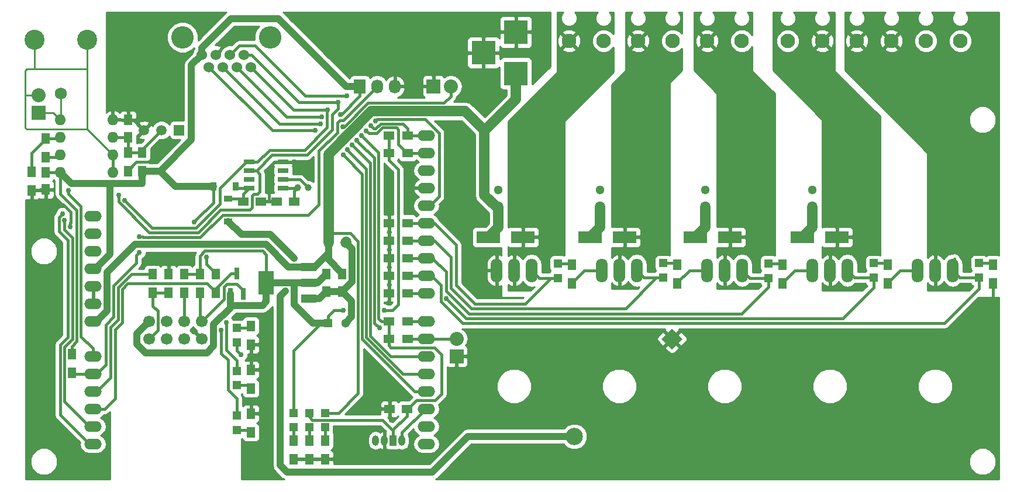
<source format=gbr>
G04 #@! TF.FileFunction,Copper,L1,Top,Signal*
%FSLAX46Y46*%
G04 Gerber Fmt 4.6, Leading zero omitted, Abs format (unit mm)*
G04 Created by KiCad (PCBNEW 4.0.2+dfsg1-stable) date Mon 18 Jun 2018 02:06:16 PM EDT*
%MOMM*%
G01*
G04 APERTURE LIST*
%ADD10C,0.100000*%
%ADD11C,3.251200*%
%ADD12C,1.524000*%
%ADD13O,2.540000X1.524000*%
%ADD14R,1.727200X2.032000*%
%ADD15O,1.727200X2.032000*%
%ADD16C,1.750000*%
%ADD17C,2.900000*%
%ADD18R,1.198880X1.198880*%
%ADD19R,1.300000X1.500000*%
%ADD20C,1.700000*%
%ADD21C,1.520000*%
%ADD22R,1.520000X1.520000*%
%ADD23R,1.250000X1.500000*%
%ADD24O,1.600000X1.600000*%
%ADD25R,3.500120X3.500120*%
%ADD26C,2.100000*%
%ADD27C,1.300000*%
%ADD28R,1.300000X1.300000*%
%ADD29O,1.699260X3.500120*%
%ADD30R,2.200000X1.200000*%
%ADD31R,2.200000X3.500000*%
%ADD32C,1.000760*%
%ADD33O,1.000000X1.500000*%
%ADD34R,1.000000X1.500000*%
%ADD35R,1.500000X1.250000*%
%ADD36R,1.600000X0.700000*%
%ADD37R,2.032000X2.032000*%
%ADD38O,2.032000X2.032000*%
%ADD39R,1.500000X1.300000*%
%ADD40R,0.800100X1.800860*%
%ADD41R,3.500120X1.800860*%
%ADD42R,0.910000X1.220000*%
%ADD43R,1.220000X0.910000*%
%ADD44C,2.500000*%
%ADD45C,0.762000*%
%ADD46C,0.381000*%
%ADD47C,0.508000*%
%ADD48C,1.016000*%
%ADD49C,1.524000*%
%ADD50C,0.250000*%
%ADD51C,0.254000*%
G04 APERTURE END LIST*
D10*
D11*
X57150000Y-60960000D03*
X44450000Y-60960000D03*
D12*
X53340000Y-63500000D03*
X51308000Y-63500000D03*
X49276000Y-63500000D03*
X47244000Y-63500000D03*
X54356000Y-65278000D03*
X52324000Y-65278000D03*
X50292000Y-65278000D03*
X48260000Y-65278000D03*
D13*
X31496000Y-119888000D03*
X31496000Y-117348000D03*
X31496000Y-114808000D03*
X31496000Y-107188000D03*
X31496000Y-109728000D03*
X31496000Y-112268000D03*
X31496000Y-102108000D03*
X31496000Y-99568000D03*
X31496000Y-97028000D03*
X31496000Y-91948000D03*
X31496000Y-89408000D03*
X79756000Y-119888000D03*
X79756000Y-117348000D03*
X79756000Y-114808000D03*
X79756000Y-112268000D03*
X79756000Y-109728000D03*
X79756000Y-107188000D03*
X79756000Y-104648000D03*
X79756000Y-102108000D03*
X79756000Y-98044000D03*
X79756000Y-95504000D03*
X79756000Y-92964000D03*
X79756000Y-90424000D03*
X79756000Y-87884000D03*
X79756000Y-85344000D03*
X79756000Y-82804000D03*
X79756000Y-80264000D03*
X31496000Y-94488000D03*
X79756000Y-77724000D03*
X79756000Y-75184000D03*
X31496000Y-86868000D03*
D14*
X70104000Y-68072000D03*
D15*
X72644000Y-68072000D03*
X75184000Y-68072000D03*
D16*
X26822400Y-69090200D03*
D17*
X30622400Y-61290200D03*
X23022400Y-61290200D03*
D18*
X52324000Y-105189020D03*
X52324000Y-103090980D03*
D19*
X54356000Y-102790000D03*
X54356000Y-105490000D03*
D18*
X52324000Y-109280960D03*
X52324000Y-111379000D03*
D19*
X54356000Y-111840000D03*
X54356000Y-109140000D03*
D20*
X47244000Y-104648000D03*
X47244000Y-102108000D03*
X44704000Y-104648000D03*
X44704000Y-102108000D03*
X42164000Y-104648000D03*
X42164000Y-102108000D03*
X39624000Y-104648000D03*
X39624000Y-102108000D03*
D21*
X41402000Y-74422000D03*
X38862000Y-74422000D03*
D22*
X43942000Y-74422000D03*
D23*
X36576000Y-75418000D03*
X36576000Y-72918000D03*
D19*
X36576000Y-77644000D03*
X36576000Y-80344000D03*
X38608000Y-80344000D03*
X38608000Y-77644000D03*
D24*
X34366200Y-80518000D03*
X34366200Y-77978000D03*
X34366200Y-75438000D03*
X34366200Y-72898000D03*
X26746200Y-72898000D03*
X26746200Y-75438000D03*
X26746200Y-77978000D03*
X26746200Y-80518000D03*
D25*
X92710000Y-66197480D03*
X92710000Y-60198000D03*
X88011000Y-63197740D03*
D26*
X157080000Y-61468000D03*
X152080000Y-61468000D03*
X147080000Y-61468000D03*
X142080000Y-61468000D03*
X137080000Y-61468000D03*
X132080000Y-61468000D03*
X125410000Y-61468000D03*
X120410000Y-61468000D03*
X115410000Y-61468000D03*
X110410000Y-61468000D03*
X105410000Y-61468000D03*
X100410000Y-61468000D03*
D27*
X120142000Y-83058000D03*
D28*
X120142000Y-85558000D03*
D27*
X104902000Y-83058000D03*
D28*
X104902000Y-85558000D03*
D27*
X90170000Y-83058000D03*
D28*
X90170000Y-85558000D03*
D29*
X153416000Y-94742000D03*
X155956000Y-94742000D03*
X150876000Y-94742000D03*
X122936000Y-94742000D03*
X125476000Y-94742000D03*
X120396000Y-94742000D03*
X107696000Y-94742000D03*
X110236000Y-94742000D03*
X105156000Y-94742000D03*
X92456000Y-94742000D03*
X94996000Y-94742000D03*
X89916000Y-94742000D03*
D27*
X135636000Y-83058000D03*
D28*
X135636000Y-85558000D03*
D29*
X138176000Y-94742000D03*
X140716000Y-94742000D03*
X135636000Y-94742000D03*
D18*
X65082618Y-115376436D03*
X65082618Y-117474476D03*
X62796618Y-115376436D03*
X62796618Y-117474476D03*
X60510618Y-115376436D03*
X60510618Y-117474476D03*
X52324000Y-115790980D03*
X52324000Y-117889020D03*
X159766000Y-95791020D03*
X159766000Y-93692980D03*
X129286000Y-95824040D03*
X129286000Y-93726000D03*
X114046000Y-95791020D03*
X114046000Y-93692980D03*
X98806000Y-95824040D03*
X98806000Y-93726000D03*
X144526000Y-95791020D03*
X144526000Y-93692980D03*
D19*
X65082618Y-119393456D03*
X65082618Y-122093456D03*
X62796618Y-119393456D03*
X62796618Y-122093456D03*
X60510618Y-119393456D03*
X60510618Y-122093456D03*
X54356000Y-118190000D03*
X54356000Y-115490000D03*
X161798000Y-93900000D03*
X161798000Y-96600000D03*
X131318000Y-93916500D03*
X131318000Y-96616500D03*
X116078000Y-93878400D03*
X116078000Y-96578400D03*
X100838000Y-93916500D03*
X100838000Y-96616500D03*
X146558000Y-93900000D03*
X146558000Y-96600000D03*
D27*
X68072000Y-90678000D03*
D28*
X65572000Y-90678000D03*
D27*
X68032000Y-102362000D03*
D28*
X65532000Y-102362000D03*
D30*
X62772840Y-94220000D03*
X62772840Y-96520000D03*
X62772840Y-98820000D03*
D31*
X56572840Y-96520000D03*
D32*
X61137800Y-82727800D03*
X62636400Y-82727800D03*
D33*
X76200000Y-119380000D03*
D34*
X74930000Y-119380000D03*
D33*
X73660000Y-119380000D03*
X72390000Y-119380000D03*
D35*
X60609800Y-84759800D03*
X58109800Y-84759800D03*
D36*
X59030800Y-80314800D03*
X59030800Y-81584800D03*
X59030800Y-79044800D03*
X59030800Y-82854800D03*
X54100800Y-79044800D03*
X54100800Y-80314800D03*
X54100800Y-81584800D03*
X54100800Y-82854800D03*
D23*
X24638000Y-80518000D03*
X24638000Y-83018000D03*
D35*
X55763800Y-84759800D03*
X53263800Y-84759800D03*
X74442000Y-114808000D03*
X76942000Y-114808000D03*
D23*
X67564000Y-95270000D03*
X67564000Y-97770000D03*
X65278000Y-95270000D03*
X65278000Y-97770000D03*
D19*
X46990000Y-97997000D03*
X46990000Y-95297000D03*
X49276000Y-95297000D03*
X49276000Y-97997000D03*
X40132000Y-97997000D03*
X40132000Y-95297000D03*
X42418000Y-95297000D03*
X42418000Y-97997000D03*
X24638000Y-75612000D03*
X24638000Y-78312000D03*
X22606000Y-83138000D03*
X22606000Y-80438000D03*
D37*
X80772000Y-68072000D03*
D38*
X83312000Y-68072000D03*
D39*
X77042000Y-75184000D03*
X74342000Y-75184000D03*
X77042000Y-77724000D03*
X74342000Y-77724000D03*
D19*
X28448000Y-109554000D03*
X28448000Y-106854000D03*
D39*
X74342000Y-95504000D03*
X77042000Y-95504000D03*
X74342000Y-92964000D03*
X77042000Y-92964000D03*
X74342000Y-90424000D03*
X77042000Y-90424000D03*
X74342000Y-87884000D03*
X77042000Y-87884000D03*
D19*
X44704000Y-95297000D03*
X44704000Y-97997000D03*
D39*
X77042000Y-102108000D03*
X74342000Y-102108000D03*
X77042000Y-104648000D03*
X74342000Y-104648000D03*
X74342000Y-98044000D03*
X77042000Y-98044000D03*
D40*
X51374000Y-98148140D03*
X53274000Y-98148140D03*
X52324000Y-95145860D03*
D41*
X134193280Y-89916000D03*
X139192000Y-89916000D03*
X118699280Y-89916000D03*
X123698000Y-89916000D03*
X103459280Y-89916000D03*
X108458000Y-89916000D03*
X88727280Y-89916000D03*
X93726000Y-89916000D03*
D37*
X84124800Y-107188000D03*
D38*
X84124800Y-104648000D03*
D37*
X23622000Y-71882000D03*
D38*
X23622000Y-69342000D03*
D42*
X52181000Y-82550000D03*
X48911000Y-82550000D03*
D43*
X51054000Y-84344000D03*
X51054000Y-87614000D03*
D10*
G36*
X115316000Y-103113578D02*
X116850422Y-104648000D01*
X115316000Y-106182422D01*
X113781578Y-104648000D01*
X115316000Y-103113578D01*
X115316000Y-103113578D01*
G37*
D44*
X101173864Y-118790136D03*
D45*
X39990450Y-78926657D03*
X55727600Y-115493800D03*
X55727600Y-109143800D03*
X55727600Y-105486200D03*
X56946800Y-83388200D03*
X60579000Y-79044800D03*
X28226239Y-88369239D03*
X74349882Y-99385678D03*
X74701400Y-116433600D03*
X43332400Y-93243400D03*
X23672276Y-85149417D03*
X74345800Y-86004400D03*
X67282600Y-72119772D03*
X47887392Y-92829219D03*
X46139260Y-87719060D03*
X70317200Y-75180032D03*
X69657895Y-75880591D03*
X67665600Y-73888600D03*
X72957160Y-103094454D03*
X38150800Y-89865200D03*
X38150800Y-92151200D03*
X67772128Y-100486782D03*
X73622140Y-100491050D03*
X27965071Y-83143849D03*
X82651600Y-98806000D03*
X52908200Y-106959400D03*
X50825400Y-102311200D03*
X50063400Y-103378000D03*
X35177111Y-83821833D03*
X66981637Y-70405015D03*
X27101087Y-86513353D03*
X71724349Y-73795733D03*
X64574951Y-72465866D03*
X69007340Y-76589283D03*
X63627199Y-74477387D03*
X67691998Y-77985542D03*
X64389493Y-73493583D03*
X68295435Y-77236321D03*
X65468996Y-71440410D03*
X36105821Y-84597104D03*
X27340489Y-87445101D03*
X71042981Y-74510412D03*
X68207074Y-69406363D03*
X72390000Y-73101200D03*
X59331310Y-97738594D03*
X60580997Y-92942367D03*
D46*
X38608000Y-77644000D02*
X38608000Y-77216000D01*
X38608000Y-77216000D02*
X40642001Y-75181999D01*
X40642001Y-75181999D02*
X41402000Y-74422000D01*
X36576000Y-77644000D02*
X38608000Y-77644000D01*
X36576000Y-75418000D02*
X36576000Y-77644000D01*
X34366200Y-75438000D02*
X36556000Y-75438000D01*
X36556000Y-75438000D02*
X36576000Y-75418000D01*
X36576000Y-80344000D02*
X36576000Y-80244000D01*
X36576000Y-80244000D02*
X37783221Y-79036779D01*
X37783221Y-79036779D02*
X39547459Y-79036779D01*
X39547459Y-79036779D02*
X39657581Y-78926657D01*
X39657581Y-78926657D02*
X39990450Y-78926657D01*
D47*
X54356000Y-115490000D02*
X55723800Y-115490000D01*
X55723800Y-115490000D02*
X55727600Y-115493800D01*
X54356000Y-109140000D02*
X55723800Y-109140000D01*
X55723800Y-109140000D02*
X55727600Y-109143800D01*
X54356000Y-105490000D02*
X55723800Y-105490000D01*
X55723800Y-105490000D02*
X55727600Y-105486200D01*
D46*
X59030800Y-79044800D02*
X60579000Y-79044800D01*
X56946800Y-84759800D02*
X56946800Y-83388200D01*
X56946800Y-84759800D02*
X58109800Y-84759800D01*
X55763800Y-84759800D02*
X56946800Y-84759800D01*
X28258466Y-87798197D02*
X28226239Y-87830424D01*
X28258466Y-86259077D02*
X28258466Y-87798197D01*
X27148806Y-85149417D02*
X28258466Y-86259077D01*
X23672276Y-85149417D02*
X27148806Y-85149417D01*
X28226239Y-87830424D02*
X28226239Y-88369239D01*
X74342000Y-99377796D02*
X74349882Y-99385678D01*
X74342000Y-98044000D02*
X74342000Y-99377796D01*
X74442000Y-114808000D02*
X74442000Y-116174200D01*
X74442000Y-116174200D02*
X74701400Y-116433600D01*
X42418000Y-95297000D02*
X42418000Y-94157800D01*
X42418000Y-94157800D02*
X43332400Y-93243400D01*
X22606000Y-83138000D02*
X22606000Y-84610602D01*
X22606000Y-84610602D02*
X23672276Y-84610602D01*
X23672276Y-84610602D02*
X23672276Y-85149417D01*
X74342000Y-87884000D02*
X74342000Y-86008200D01*
X74342000Y-86008200D02*
X74345800Y-86004400D01*
X161798000Y-97731000D02*
X161798000Y-99568000D01*
X161798000Y-96600000D02*
X161798000Y-97731000D01*
X36576000Y-72918000D02*
X37358000Y-72918000D01*
X37358000Y-72918000D02*
X38862000Y-74422000D01*
X34366200Y-72898000D02*
X36556000Y-72898000D01*
X36556000Y-72898000D02*
X36576000Y-72918000D01*
X22606000Y-83138000D02*
X24518000Y-83138000D01*
X24518000Y-83138000D02*
X24638000Y-83018000D01*
X150876000Y-94742000D02*
X148316000Y-94742000D01*
X148316000Y-94742000D02*
X146558000Y-96500000D01*
X146558000Y-96500000D02*
X146558000Y-96600000D01*
X135636000Y-94742000D02*
X133092500Y-94742000D01*
X133092500Y-94742000D02*
X131318000Y-96516500D01*
X131318000Y-96516500D02*
X131318000Y-96616500D01*
X120396000Y-94742000D02*
X117814400Y-94742000D01*
X117814400Y-94742000D02*
X116078000Y-96478400D01*
X116078000Y-96478400D02*
X116078000Y-96578400D01*
X105156000Y-94742000D02*
X102612500Y-94742000D01*
X102612500Y-94742000D02*
X100838000Y-96516500D01*
X100838000Y-96516500D02*
X100838000Y-96616500D01*
D48*
X68173406Y-68072000D02*
X70104000Y-68072000D01*
X58343606Y-58242200D02*
X68173406Y-68072000D01*
X51474261Y-58242200D02*
X58343606Y-58242200D01*
X47244000Y-62472461D02*
X51474261Y-58242200D01*
X47244000Y-63500000D02*
X47244000Y-62472461D01*
D46*
X67453228Y-72119772D02*
X67282600Y-72119772D01*
X70104000Y-69469000D02*
X67453228Y-72119772D01*
X70104000Y-68072000D02*
X70104000Y-69469000D01*
X47887392Y-93808392D02*
X47887392Y-92829219D01*
X49276000Y-95297000D02*
X49276000Y-95197000D01*
X49276000Y-95197000D02*
X47887392Y-93808392D01*
D48*
X43443221Y-82550000D02*
X48911000Y-82550000D01*
D46*
X48911000Y-82550000D02*
X48911000Y-84947320D01*
X46520259Y-87338061D02*
X46139260Y-87719060D01*
X48911000Y-84947320D02*
X46520259Y-87338061D01*
D48*
X41237221Y-80344000D02*
X43443221Y-82550000D01*
X38608000Y-80344000D02*
X41237221Y-80344000D01*
X41237221Y-80344000D02*
X45749043Y-75832178D01*
X45749043Y-75832178D02*
X45749043Y-64994957D01*
X45749043Y-64994957D02*
X47244000Y-63500000D01*
D46*
X29133800Y-86029800D02*
X29133800Y-105037200D01*
X29133800Y-105037200D02*
X28448000Y-105723000D01*
X28448000Y-105723000D02*
X28448000Y-106854000D01*
X26746200Y-83642200D02*
X26746200Y-80518000D01*
X29133800Y-86029800D02*
X26746200Y-83642200D01*
X72812169Y-77675001D02*
X70698199Y-75561031D01*
X70698199Y-75561031D02*
X70317200Y-75180032D01*
X74342000Y-102108000D02*
X73211000Y-102108000D01*
X73211000Y-102108000D02*
X72812169Y-101709169D01*
X72812169Y-101709169D02*
X72812169Y-77675001D01*
X74342000Y-104648000D02*
X74342000Y-105633177D01*
X74342000Y-105633177D02*
X74612516Y-105903693D01*
X81026000Y-113538000D02*
X78337000Y-113538000D01*
X74612516Y-105903693D02*
X80910093Y-105903693D01*
X80910093Y-105903693D02*
X81940400Y-106934000D01*
X81940400Y-106934000D02*
X81940400Y-112623600D01*
X81940400Y-112623600D02*
X81026000Y-113538000D01*
X78337000Y-113538000D02*
X77067000Y-114808000D01*
X77067000Y-114808000D02*
X76942000Y-114808000D01*
X26746200Y-80518000D02*
X26746200Y-80545808D01*
X26746200Y-80545808D02*
X27193551Y-80993159D01*
X74930000Y-118249000D02*
X74930000Y-117933589D01*
X74930000Y-117933589D02*
X73415006Y-116418595D01*
X73415006Y-116418595D02*
X63278615Y-116418595D01*
X62796618Y-115936598D02*
X62796618Y-115376436D01*
X63278615Y-116418595D02*
X62796618Y-115936598D01*
D48*
X31496000Y-94488000D02*
X31843101Y-94488000D01*
X31843101Y-94488000D02*
X33983800Y-92347301D01*
X33983800Y-92347301D02*
X33983800Y-82110000D01*
X33983800Y-82110000D02*
X38608000Y-82110000D01*
D46*
X76817000Y-114808000D02*
X76942000Y-114808000D01*
X74342000Y-102108000D02*
X74342000Y-104648000D01*
X76942000Y-114808000D02*
X76942000Y-115814000D01*
X76942000Y-115814000D02*
X74930000Y-117826000D01*
X74930000Y-117826000D02*
X74930000Y-118249000D01*
X74930000Y-118249000D02*
X74930000Y-119380000D01*
D48*
X38608000Y-80344000D02*
X41043895Y-80344000D01*
X31496000Y-94488000D02*
X32004000Y-94488000D01*
X38608000Y-80344000D02*
X40814402Y-80344000D01*
X26746200Y-80518000D02*
X28338200Y-82110000D01*
X28338200Y-82110000D02*
X38608000Y-82110000D01*
X38608000Y-82110000D02*
X38608000Y-80344000D01*
D46*
X24638000Y-80518000D02*
X26746200Y-80518000D01*
D49*
X88138000Y-74422000D02*
X88257986Y-74422000D01*
X92710000Y-69969986D02*
X92710000Y-66197480D01*
X88257986Y-74422000D02*
X92710000Y-69969986D01*
D48*
X65572000Y-90678000D02*
X65572000Y-92223479D01*
X65572000Y-92223479D02*
X63575479Y-94220000D01*
X63575479Y-94220000D02*
X62772840Y-94220000D01*
X31496000Y-102108000D02*
X32004000Y-102108000D01*
X33553400Y-100558600D02*
X33553400Y-95040923D01*
X37621713Y-90972610D02*
X56531916Y-90972610D01*
X32004000Y-102108000D02*
X33553400Y-100558600D01*
X33553400Y-95040923D02*
X37621713Y-90972610D01*
X56531916Y-90972610D02*
X59779306Y-94220000D01*
X59779306Y-94220000D02*
X62772840Y-94220000D01*
D49*
X88138000Y-74422000D02*
X85381146Y-71665146D01*
X85381146Y-71665146D02*
X71790577Y-71665146D01*
X71790577Y-71665146D02*
X65572000Y-77883723D01*
X65572000Y-77883723D02*
X65572000Y-88504000D01*
X65572000Y-88504000D02*
X65572000Y-90678000D01*
D46*
X65572000Y-90678000D02*
X65572000Y-89647000D01*
X65572000Y-89647000D02*
X65869510Y-89349490D01*
X65869510Y-89349490D02*
X68729778Y-89349490D01*
X69887697Y-90507409D02*
X69887697Y-112517455D01*
X68729778Y-89349490D02*
X69887697Y-90507409D01*
X69887697Y-112517455D02*
X67028716Y-115376436D01*
X67028716Y-115376436D02*
X65082618Y-115376436D01*
D49*
X120142000Y-85558000D02*
X120142000Y-88473280D01*
X120142000Y-88473280D02*
X118699280Y-89916000D01*
D48*
X65572000Y-92344000D02*
X65572000Y-90678000D01*
X65572000Y-93153000D02*
X65572000Y-92344000D01*
X67564000Y-95145000D02*
X65572000Y-93153000D01*
X67564000Y-95270000D02*
X67564000Y-95145000D01*
D49*
X90170000Y-85558000D02*
X89876000Y-85558000D01*
X89876000Y-85558000D02*
X88138000Y-83820000D01*
X135636000Y-85558000D02*
X135636000Y-88473280D01*
X135636000Y-88473280D02*
X134193280Y-89916000D01*
X104902000Y-85558000D02*
X104902000Y-88473280D01*
X104902000Y-88473280D02*
X103459280Y-89916000D01*
X90170000Y-85558000D02*
X90170000Y-88473280D01*
X90170000Y-88473280D02*
X88727280Y-89916000D01*
X88138000Y-83820000D02*
X88138000Y-74422000D01*
D46*
X67665600Y-73888600D02*
X67928472Y-73888600D01*
X67928472Y-73888600D02*
X71319182Y-70497890D01*
X71319182Y-70497890D02*
X82322950Y-70497890D01*
X82322950Y-70497890D02*
X83312000Y-69508840D01*
X83312000Y-69508840D02*
X83312000Y-68072000D01*
X72211741Y-78434437D02*
X70038894Y-76261590D01*
X72211741Y-102349035D02*
X72211741Y-78434437D01*
X72957160Y-103094454D02*
X72211741Y-102349035D01*
X70038894Y-76261590D02*
X69657895Y-75880591D01*
X77042000Y-102108000D02*
X79756000Y-102108000D01*
X72644000Y-68072000D02*
X72644000Y-68104028D01*
X66886550Y-74740627D02*
X64197506Y-77429671D01*
X64197506Y-77429671D02*
X64197506Y-85158001D01*
X72644000Y-68104028D02*
X67749892Y-72998136D01*
X67749892Y-72998136D02*
X67230454Y-72998136D01*
X67230454Y-72998136D02*
X66886550Y-73342040D01*
X64197506Y-85158001D02*
X62683996Y-86671511D01*
X62683996Y-86671511D02*
X50249574Y-86671511D01*
X38777149Y-89952734D02*
X38689615Y-89865200D01*
X66886550Y-73342040D02*
X66886550Y-74740627D01*
X50249574Y-86671511D02*
X46968351Y-89952734D01*
X38689615Y-89865200D02*
X38150800Y-89865200D01*
X46968351Y-89952734D02*
X38777149Y-89952734D01*
X31496000Y-109728000D02*
X32004000Y-109728000D01*
X32004000Y-109728000D02*
X33350200Y-108381800D01*
X33350200Y-108381800D02*
X33350200Y-102609682D01*
X33350200Y-102609682D02*
X34472126Y-101487756D01*
X37769801Y-92532199D02*
X38150800Y-92151200D01*
X34472126Y-101487756D02*
X34472126Y-96922374D01*
X34472126Y-96922374D02*
X37769801Y-93624699D01*
X37769801Y-93624699D02*
X37769801Y-92532199D01*
X31496000Y-109728000D02*
X28622000Y-109728000D01*
X28622000Y-109728000D02*
X28448000Y-109554000D01*
X72644000Y-68269798D02*
X72644000Y-68072000D01*
D48*
X39624000Y-102108000D02*
X37846000Y-103886000D01*
X37846000Y-105441112D02*
X39084888Y-106680000D01*
X37846000Y-103886000D02*
X37846000Y-105441112D01*
X39084888Y-106680000D02*
X48006000Y-106680000D01*
X48006000Y-106680000D02*
X48974398Y-105711602D01*
X48974398Y-105711602D02*
X48974398Y-102573159D01*
X48974398Y-102573159D02*
X51374000Y-100173557D01*
X51374000Y-100173557D02*
X51374000Y-100064570D01*
X51374000Y-100064570D02*
X51374000Y-98148140D01*
D46*
X67233313Y-100486782D02*
X67772128Y-100486782D01*
X66376218Y-100486782D02*
X67233313Y-100486782D01*
X65532000Y-101331000D02*
X66376218Y-100486782D01*
X65532000Y-102362000D02*
X65532000Y-101331000D01*
X74160955Y-100491050D02*
X73622140Y-100491050D01*
X75717400Y-99641287D02*
X74867637Y-100491050D01*
X75717400Y-80130400D02*
X75717400Y-99641287D01*
X74342000Y-77724000D02*
X74342000Y-78755000D01*
X74867637Y-100491050D02*
X74160955Y-100491050D01*
X74342000Y-78755000D02*
X75717400Y-80130400D01*
X74342000Y-75184000D02*
X74342000Y-77724000D01*
X60510618Y-115376436D02*
X60510618Y-106352382D01*
X60510618Y-106352382D02*
X64501000Y-102362000D01*
X64501000Y-102362000D02*
X65532000Y-102362000D01*
D48*
X51374000Y-98148140D02*
X51374000Y-99553423D01*
X51374000Y-99553423D02*
X51649743Y-99829166D01*
X51649743Y-99829166D02*
X56029674Y-99829166D01*
X56029674Y-99829166D02*
X56572840Y-99286000D01*
X56572840Y-99286000D02*
X56572840Y-96520000D01*
D46*
X46990000Y-95297000D02*
X46990000Y-92627009D01*
X46990000Y-92627009D02*
X47701479Y-91915530D01*
X47701479Y-91915530D02*
X56005622Y-91915530D01*
X56005622Y-91915530D02*
X56572840Y-92482748D01*
X56572840Y-92482748D02*
X56572840Y-96520000D01*
D48*
X62772840Y-96520000D02*
X60604400Y-96520000D01*
X60604400Y-96520000D02*
X56572840Y-96520000D01*
X60655200Y-99676762D02*
X60655200Y-96570800D01*
X60655200Y-96570800D02*
X60604400Y-96520000D01*
X65532000Y-102362000D02*
X63340438Y-102362000D01*
X63340438Y-102362000D02*
X60655200Y-99676762D01*
X65278000Y-95270000D02*
X64028000Y-96520000D01*
X64028000Y-96520000D02*
X62772840Y-96520000D01*
D46*
X44704000Y-95297000D02*
X44704000Y-95397000D01*
X46990000Y-95297000D02*
X46990000Y-95397000D01*
X44704000Y-95297000D02*
X46990000Y-95297000D01*
X79756000Y-95504000D02*
X80493448Y-95504000D01*
X80493448Y-95504000D02*
X81864200Y-96874752D01*
X81864200Y-99236784D02*
X85036341Y-102408925D01*
X81864200Y-96874752D02*
X81864200Y-99236784D01*
X85036341Y-102408925D02*
X154761486Y-102408925D01*
X154761486Y-102408925D02*
X159766000Y-97404411D01*
X159766000Y-97404411D02*
X159766000Y-95791020D01*
X77042000Y-95504000D02*
X79756000Y-95504000D01*
X159766000Y-95791020D02*
X157005020Y-95791020D01*
X157005020Y-95791020D02*
X155956000Y-94742000D01*
X156210000Y-93074043D02*
X155956000Y-93328043D01*
X155956000Y-93328043D02*
X155956000Y-94742000D01*
X79756000Y-92964000D02*
X80640949Y-92964000D01*
X80640949Y-92964000D02*
X82634675Y-94957726D01*
X82634675Y-94957726D02*
X82634675Y-97687092D01*
X82634675Y-97687092D02*
X85937983Y-100990400D01*
X85937983Y-100990400D02*
X86410800Y-100990400D01*
X77042000Y-92964000D02*
X79756000Y-92964000D01*
X125383240Y-100990400D02*
X86410800Y-100990400D01*
X86410800Y-100990400D02*
X86207600Y-100990400D01*
X86207600Y-100990400D02*
X86147928Y-100990400D01*
X129286000Y-95824040D02*
X129286000Y-97087640D01*
X129286000Y-97087640D02*
X125383240Y-100990400D01*
X129286000Y-95824040D02*
X126558040Y-95824040D01*
X126558040Y-95824040D02*
X125476000Y-94742000D01*
X24638000Y-75612000D02*
X24638000Y-75712000D01*
X24638000Y-75712000D02*
X22606000Y-77744000D01*
X22606000Y-77744000D02*
X22606000Y-79307000D01*
X22606000Y-79307000D02*
X22606000Y-80438000D01*
X24638000Y-75612000D02*
X26572200Y-75612000D01*
X26572200Y-75612000D02*
X26746200Y-75438000D01*
X31496000Y-107188000D02*
X31496000Y-106045000D01*
X31496000Y-106045000D02*
X29747717Y-104296717D01*
X29747717Y-104296717D02*
X29747717Y-85465310D01*
X29747717Y-85465310D02*
X27965071Y-83682664D01*
X27965071Y-83682664D02*
X27965071Y-83143849D01*
X24638000Y-78312000D02*
X26412200Y-78312000D01*
X26412200Y-78312000D02*
X26746200Y-77978000D01*
X114046000Y-95791020D02*
X113065560Y-95791020D01*
X113065560Y-95791020D02*
X108602780Y-100253800D01*
X108602780Y-100253800D02*
X86300652Y-100253800D01*
X86300652Y-100253800D02*
X83338943Y-97292091D01*
X83338943Y-97292091D02*
X83338943Y-92843915D01*
X83338943Y-92843915D02*
X80919028Y-90424000D01*
X80919028Y-90424000D02*
X79756000Y-90424000D01*
X77042000Y-90424000D02*
X79756000Y-90424000D01*
X114046000Y-95791020D02*
X111285020Y-95791020D01*
X111285020Y-95791020D02*
X110236000Y-94742000D01*
X98806000Y-95824040D02*
X97825560Y-95824040D01*
X97825560Y-95824040D02*
X94056200Y-99593400D01*
X86803247Y-99593400D02*
X84108316Y-96898469D01*
X94056200Y-99593400D02*
X86803247Y-99593400D01*
X84108316Y-91061346D02*
X80930970Y-87884000D01*
X84108316Y-96898469D02*
X84108316Y-91061346D01*
X80930970Y-87884000D02*
X79756000Y-87884000D01*
X77042000Y-87884000D02*
X79756000Y-87884000D01*
X98806000Y-95824040D02*
X96078040Y-95824040D01*
X96078040Y-95824040D02*
X94996000Y-94742000D01*
X79756000Y-104648000D02*
X84124800Y-104648000D01*
X77042000Y-104648000D02*
X79756000Y-104648000D01*
X80264000Y-104648000D02*
X79756000Y-104648000D01*
D50*
X23022400Y-65557400D02*
X21943531Y-65557400D01*
X21943531Y-65557400D02*
X21685910Y-65815021D01*
X21685910Y-65815021D02*
X21685910Y-69325040D01*
X21685910Y-69325040D02*
X21708318Y-69347448D01*
X21708318Y-69347448D02*
X21713766Y-69342000D01*
X21713766Y-69342000D02*
X23622000Y-69342000D01*
X21685910Y-69073989D02*
X21685910Y-74074701D01*
X21685910Y-74074701D02*
X21910186Y-74298977D01*
X21910186Y-74298977D02*
X30687177Y-74298977D01*
X30687177Y-74298977D02*
X30701199Y-74312999D01*
X23022400Y-65557400D02*
X23027158Y-65562158D01*
X23027158Y-65562158D02*
X30540958Y-65562158D01*
X30540958Y-65562158D02*
X30622400Y-65643600D01*
D46*
X34366200Y-80518000D02*
X34366200Y-77978000D01*
D50*
X30701199Y-74312999D02*
X30681312Y-74293112D01*
X30622400Y-65643600D02*
X30622400Y-74234200D01*
X30622400Y-74234200D02*
X30701199Y-74312999D01*
X34366200Y-77978000D02*
X30701199Y-74312999D01*
X30622400Y-65643600D02*
X30622400Y-61290200D01*
D51*
X23022400Y-61290200D02*
X23022400Y-65557400D01*
D46*
X77042000Y-98044000D02*
X79756000Y-98044000D01*
X82651600Y-98806000D02*
X82651600Y-98835680D01*
X85492120Y-101676200D02*
X140024256Y-101676200D01*
X82651600Y-98835680D02*
X85492120Y-101676200D01*
X140024256Y-101676200D02*
X144526000Y-97174456D01*
X144526000Y-97174456D02*
X144526000Y-95791020D01*
X144526000Y-95791020D02*
X141765020Y-95791020D01*
X141765020Y-95791020D02*
X140716000Y-94742000D01*
X49276000Y-97997000D02*
X49276000Y-97897000D01*
X49276000Y-97897000D02*
X48023134Y-96644134D01*
X48023134Y-96644134D02*
X36522659Y-96644134D01*
X36522659Y-96644134D02*
X35736683Y-97430110D01*
X35736683Y-97430110D02*
X35736683Y-102256219D01*
X35736683Y-102256219D02*
X34671811Y-103321091D01*
X34671811Y-103321091D02*
X34671811Y-113283189D01*
X34671811Y-113283189D02*
X33147000Y-114808000D01*
X33147000Y-114808000D02*
X31496000Y-114808000D01*
X49276000Y-97997000D02*
X49276000Y-97375608D01*
X49276000Y-97375608D02*
X51505748Y-95145860D01*
X51505748Y-95145860D02*
X52324000Y-95145860D01*
X40864501Y-100613499D02*
X40132000Y-99880998D01*
X40132000Y-99880998D02*
X40132000Y-97997000D01*
X39624000Y-104648000D02*
X40864501Y-103407499D01*
X40864501Y-103407499D02*
X40864501Y-100613499D01*
X40132000Y-97997000D02*
X42418000Y-97997000D01*
X52324000Y-105189020D02*
X52324000Y-106375200D01*
X52324000Y-106375200D02*
X52908200Y-106959400D01*
X39101000Y-95297000D02*
X40132000Y-95297000D01*
X32004000Y-112268000D02*
X34036000Y-110236000D01*
X31496000Y-112268000D02*
X32004000Y-112268000D01*
X34036000Y-110236000D02*
X34036000Y-102936115D01*
X35112070Y-101860045D02*
X35112070Y-97233050D01*
X35112070Y-97233050D02*
X37048120Y-95297000D01*
X37048120Y-95297000D02*
X39101000Y-95297000D01*
X34036000Y-102936115D02*
X35112070Y-101860045D01*
X39951123Y-95297000D02*
X40132000Y-95297000D01*
X40132000Y-95397000D02*
X40132000Y-95297000D01*
X52324000Y-103090980D02*
X54055020Y-103090980D01*
X54055020Y-103090980D02*
X54356000Y-102790000D01*
X65082618Y-119393456D02*
X65082618Y-117474476D01*
X62796618Y-119393456D02*
X62796618Y-117474476D01*
X60510618Y-119393456D02*
X60510618Y-117474476D01*
X52324000Y-109280960D02*
X52324000Y-107788728D01*
X52324000Y-107788728D02*
X50835920Y-106300648D01*
X50835920Y-106300648D02*
X50835920Y-102321720D01*
X50835920Y-102321720D02*
X50825400Y-102311200D01*
X47244000Y-102108000D02*
X50445318Y-98906682D01*
X50445318Y-97096558D02*
X50844076Y-96697800D01*
X50445318Y-98906682D02*
X50445318Y-97096558D01*
X52324040Y-96697800D02*
X53274000Y-97647760D01*
X50844076Y-96697800D02*
X52324040Y-96697800D01*
X53274000Y-97647760D02*
X53274000Y-98148140D01*
X46990000Y-97997000D02*
X46990000Y-101854000D01*
X46990000Y-101854000D02*
X47244000Y-102108000D01*
X52324000Y-111379000D02*
X53895000Y-111379000D01*
X53895000Y-111379000D02*
X54356000Y-111840000D01*
X52324000Y-115790980D02*
X52324000Y-113317351D01*
X52324000Y-113317351D02*
X51054000Y-112047351D01*
X51054000Y-112047351D02*
X51054000Y-107750947D01*
X51054000Y-107750947D02*
X50063400Y-106760347D01*
X50063400Y-106760347D02*
X50063400Y-103378000D01*
X52324000Y-117889020D02*
X54055020Y-117889020D01*
X54055020Y-117889020D02*
X54356000Y-118190000D01*
X159766000Y-93692980D02*
X161590980Y-93692980D01*
X161590980Y-93692980D02*
X161798000Y-93900000D01*
X129286000Y-93726000D02*
X131127500Y-93726000D01*
X131127500Y-93726000D02*
X131318000Y-93916500D01*
X114046000Y-93692980D02*
X115892580Y-93692980D01*
X115892580Y-93692980D02*
X116078000Y-93878400D01*
X98806000Y-93726000D02*
X100647500Y-93726000D01*
X100647500Y-93726000D02*
X100838000Y-93916500D01*
X144526000Y-93692980D02*
X146350980Y-93692980D01*
X146350980Y-93692980D02*
X146558000Y-93900000D01*
X44704000Y-97997000D02*
X44704000Y-99128000D01*
X44704000Y-99128000D02*
X44704000Y-102108000D01*
D48*
X68943697Y-101450303D02*
X68943697Y-99149697D01*
X68943697Y-99149697D02*
X67564000Y-97770000D01*
X68032000Y-102362000D02*
X68943697Y-101450303D01*
X68072000Y-90678000D02*
X68989186Y-91595186D01*
X68989186Y-96344814D02*
X67564000Y-97770000D01*
X68989186Y-91595186D02*
X68989186Y-96344814D01*
D49*
X68139104Y-90610896D02*
X68072000Y-90678000D01*
D48*
X62772840Y-98820000D02*
X64228000Y-98820000D01*
X64228000Y-98820000D02*
X65278000Y-97770000D01*
X67564000Y-97770000D02*
X65278000Y-97770000D01*
D46*
X76200000Y-119380000D02*
X76200000Y-118249000D01*
X79641000Y-114808000D02*
X79756000Y-114808000D01*
X76200000Y-118249000D02*
X79641000Y-114808000D01*
X66981637Y-70405015D02*
X66981637Y-71270730D01*
X66981637Y-71270730D02*
X66140185Y-72112182D01*
X62468135Y-78013553D02*
X57434395Y-78013553D01*
X66140185Y-72112182D02*
X66140185Y-74341503D01*
X66140185Y-74341503D02*
X62468135Y-78013553D01*
X57434395Y-78013553D02*
X55170397Y-80277551D01*
X55170397Y-80277551D02*
X55170397Y-80314800D01*
X35177111Y-83821833D02*
X35177111Y-84802994D01*
X35177111Y-84802994D02*
X39596159Y-89222042D01*
X39596159Y-89222042D02*
X46710032Y-89222042D01*
X46710032Y-89222042D02*
X49981143Y-85950931D01*
X54161484Y-85950931D02*
X54533323Y-85579092D01*
X55651400Y-80795803D02*
X55170397Y-80314800D01*
X49981143Y-85950931D02*
X54161484Y-85950931D01*
X55651400Y-83333794D02*
X55651400Y-80795803D01*
X54533323Y-85579092D02*
X54533323Y-83911623D01*
X54533323Y-83911623D02*
X54755441Y-83689505D01*
X55295689Y-83689505D02*
X55651400Y-83333794D01*
X54755441Y-83689505D02*
X55295689Y-83689505D01*
X66442822Y-70405015D02*
X66981637Y-70405015D01*
X61322645Y-70405015D02*
X66442822Y-70405015D01*
X54417630Y-63500000D02*
X61322645Y-70405015D01*
X53340000Y-63500000D02*
X54417630Y-63500000D01*
X55170397Y-80314800D02*
X54100800Y-80314800D01*
X27863800Y-90373200D02*
X26561538Y-89070938D01*
X26561538Y-89070938D02*
X26561538Y-87052902D01*
X27863800Y-104419400D02*
X27863800Y-90373200D01*
X26767795Y-105515405D02*
X27863800Y-104419400D01*
X26767795Y-115667795D02*
X26767795Y-105515405D01*
X26720088Y-86894352D02*
X27101087Y-86513353D01*
X31496000Y-119888000D02*
X30988000Y-119888000D01*
X26561538Y-87052902D02*
X26720088Y-86894352D01*
X30988000Y-119888000D02*
X26767795Y-115667795D01*
X72429047Y-74176732D02*
X72105348Y-74176732D01*
X73140044Y-73465735D02*
X72429047Y-74176732D01*
X76354735Y-73465735D02*
X73140044Y-73465735D01*
X72105348Y-74176732D02*
X71724349Y-73795733D01*
X77042000Y-74153000D02*
X76354735Y-73465735D01*
X77042000Y-75184000D02*
X77042000Y-74153000D01*
X54100800Y-80314800D02*
X53650800Y-80314800D01*
X77042000Y-75184000D02*
X79756000Y-75184000D01*
X64036136Y-72465866D02*
X64574951Y-72465866D01*
X59511866Y-72465866D02*
X64036136Y-72465866D01*
X52324000Y-65278000D02*
X59511866Y-72465866D01*
X71630730Y-104198292D02*
X71630730Y-79212673D01*
X69388339Y-76970282D02*
X69007340Y-76589283D01*
X71630730Y-79212673D02*
X69388339Y-76970282D01*
X79756000Y-107188000D02*
X74620438Y-107188000D01*
X74620438Y-107188000D02*
X71630730Y-104198292D01*
X63088384Y-74477387D02*
X63627199Y-74477387D01*
X48260000Y-65278000D02*
X57459387Y-74477387D01*
X57459387Y-74477387D02*
X63088384Y-74477387D01*
X70468708Y-80762252D02*
X68072997Y-78366541D01*
X70468708Y-104679614D02*
X70468708Y-80762252D01*
X78057094Y-112268000D02*
X70468708Y-104679614D01*
X79756000Y-112268000D02*
X78057094Y-112268000D01*
X68072997Y-78366541D02*
X67691998Y-77985542D01*
X63850678Y-73493583D02*
X64389493Y-73493583D01*
X58507583Y-73493583D02*
X63850678Y-73493583D01*
X50292000Y-65278000D02*
X58507583Y-73493583D01*
X71049719Y-104438953D02*
X71049719Y-79990605D01*
X68676434Y-77617320D02*
X68295435Y-77236321D01*
X76338766Y-109728000D02*
X71049719Y-104438953D01*
X71049719Y-79990605D02*
X68676434Y-77617320D01*
X79756000Y-109728000D02*
X76338766Y-109728000D01*
X54100800Y-79044800D02*
X55281800Y-79044800D01*
X57038308Y-77288292D02*
X62132308Y-77288292D01*
X62132308Y-77288292D02*
X65378071Y-74042529D01*
X55281800Y-79044800D02*
X57038308Y-77288292D01*
X65378071Y-74042529D02*
X65378071Y-71570547D01*
X65378071Y-71570547D02*
X65468996Y-71479622D01*
X65468996Y-71479622D02*
X65468996Y-71440410D01*
X64930181Y-71440410D02*
X65468996Y-71440410D01*
X54356000Y-65278000D02*
X60518410Y-71440410D01*
X60518410Y-71440410D02*
X64930181Y-71440410D01*
X40056178Y-88547461D02*
X36486820Y-84978103D01*
X53650800Y-79044800D02*
X49867686Y-82827914D01*
X54100800Y-79044800D02*
X53650800Y-79044800D01*
X49867686Y-82827914D02*
X49867686Y-85081729D01*
X49867686Y-85081729D02*
X46401954Y-88547461D01*
X46401954Y-88547461D02*
X40056178Y-88547461D01*
X36486820Y-84978103D02*
X36105821Y-84597104D01*
X28549600Y-90043000D02*
X27340489Y-88833889D01*
X27340489Y-88833889D02*
X27340489Y-87445101D01*
X28549600Y-104649498D02*
X28549600Y-90043000D01*
X27348806Y-113708806D02*
X27348806Y-105850292D01*
X27348806Y-105850292D02*
X28549600Y-104649498D01*
X30988000Y-117348000D02*
X27348806Y-113708806D01*
X27348806Y-87453418D02*
X27340489Y-87445101D01*
X31496000Y-117348000D02*
X30988000Y-117348000D01*
X71423980Y-74891411D02*
X71042981Y-74510412D01*
X72536041Y-74891411D02*
X71423980Y-74891411D01*
X76942000Y-77724000D02*
X75692000Y-76474000D01*
X73380706Y-74046746D02*
X72536041Y-74891411D01*
X77042000Y-77724000D02*
X76942000Y-77724000D01*
X75692000Y-76474000D02*
X75692000Y-74345800D01*
X75392946Y-74046746D02*
X73380706Y-74046746D01*
X75692000Y-74345800D02*
X75392946Y-74046746D01*
X77042000Y-77724000D02*
X79756000Y-77724000D01*
X59030800Y-82854800D02*
X61010800Y-82854800D01*
X61010800Y-82854800D02*
X61137800Y-82727800D01*
X60609800Y-84759800D02*
X60609800Y-83255800D01*
X60609800Y-83255800D02*
X61137800Y-82727800D01*
X62636400Y-82727800D02*
X61493400Y-81584800D01*
X61493400Y-81584800D02*
X59030800Y-81584800D01*
X122936000Y-94742000D02*
X122936000Y-93841570D01*
X67668259Y-69406363D02*
X68207074Y-69406363D01*
X54976999Y-62181503D02*
X62201859Y-69406363D01*
X52626497Y-62181503D02*
X54976999Y-62181503D01*
X51308000Y-63500000D02*
X52626497Y-62181503D01*
X62201859Y-69406363D02*
X67668259Y-69406363D01*
X79756000Y-85344000D02*
X80264000Y-85344000D01*
X80264000Y-85344000D02*
X81584800Y-84023200D01*
X81584800Y-84023200D02*
X81584800Y-74874905D01*
X81584800Y-74874905D02*
X79554188Y-72844293D01*
X79554188Y-72844293D02*
X72646907Y-72844293D01*
X72646907Y-72844293D02*
X72390000Y-73101200D01*
D50*
X23622000Y-71882000D02*
X25730200Y-71882000D01*
X25730200Y-71882000D02*
X26746200Y-72898000D01*
D51*
X26822400Y-69090200D02*
X26822400Y-72821800D01*
X26822400Y-72821800D02*
X26746200Y-72898000D01*
D46*
X54100800Y-82854800D02*
X52485800Y-82854800D01*
X52485800Y-82854800D02*
X52181000Y-82550000D01*
X51054000Y-84344000D02*
X52848000Y-84344000D01*
X52848000Y-84344000D02*
X53263800Y-84759800D01*
D47*
X53187600Y-84836000D02*
X53263800Y-84759800D01*
D46*
X53263800Y-84759800D02*
X53263800Y-83691800D01*
X53263800Y-83691800D02*
X54100800Y-82854800D01*
D48*
X59331310Y-97738594D02*
X58604329Y-98465575D01*
X58604329Y-98465575D02*
X58604329Y-122992719D01*
X58604329Y-122992719D02*
X59577160Y-123965550D01*
X59577160Y-123965550D02*
X80629986Y-123965550D01*
X85805400Y-118790136D02*
X101173864Y-118790136D01*
X80629986Y-123965550D02*
X85805400Y-118790136D01*
X60199998Y-92561368D02*
X60580997Y-92942367D01*
X59101671Y-91463041D02*
X60199998Y-92561368D01*
X59101671Y-91422673D02*
X59101671Y-91463041D01*
X51054000Y-87614000D02*
X52963358Y-89523358D01*
X52963358Y-89523358D02*
X57185883Y-89523358D01*
X57185883Y-89523358D02*
X58704199Y-91041674D01*
X58704199Y-91041674D02*
X59085198Y-91422673D01*
D51*
G36*
X141075991Y-57495875D02*
X140895206Y-57931255D01*
X140894794Y-58402677D01*
X141074820Y-58838372D01*
X141407875Y-59172009D01*
X141843255Y-59352794D01*
X142314677Y-59353206D01*
X142750372Y-59173180D01*
X143084009Y-58840125D01*
X143264794Y-58404745D01*
X143265206Y-57933323D01*
X143085180Y-57497628D01*
X142939806Y-57352000D01*
X146220117Y-57352000D01*
X146075991Y-57495875D01*
X145895206Y-57931255D01*
X145894794Y-58402677D01*
X146074820Y-58838372D01*
X146407875Y-59172009D01*
X146843255Y-59352794D01*
X147314677Y-59353206D01*
X147750372Y-59173180D01*
X148084009Y-58840125D01*
X148264794Y-58404745D01*
X148265206Y-57933323D01*
X148085180Y-57497628D01*
X147939806Y-57352000D01*
X151220117Y-57352000D01*
X151075991Y-57495875D01*
X150895206Y-57931255D01*
X150894794Y-58402677D01*
X151074820Y-58838372D01*
X151407875Y-59172009D01*
X151843255Y-59352794D01*
X152314677Y-59353206D01*
X152750372Y-59173180D01*
X153084009Y-58840125D01*
X153264794Y-58404745D01*
X153265206Y-57933323D01*
X153085180Y-57497628D01*
X152939806Y-57352000D01*
X156220117Y-57352000D01*
X156075991Y-57495875D01*
X155895206Y-57931255D01*
X155894794Y-58402677D01*
X156074820Y-58838372D01*
X156407875Y-59172009D01*
X156843255Y-59352794D01*
X157314677Y-59353206D01*
X157750372Y-59173180D01*
X158084009Y-58840125D01*
X158264794Y-58404745D01*
X158265206Y-57933323D01*
X158085180Y-57497628D01*
X157939806Y-57352000D01*
X162612000Y-57352000D01*
X162612000Y-92535771D01*
X162448000Y-92502560D01*
X161148000Y-92502560D01*
X160912683Y-92546838D01*
X160798060Y-92620596D01*
X160617330Y-92497109D01*
X160365440Y-92446100D01*
X159166560Y-92446100D01*
X158931243Y-92490378D01*
X158715119Y-92629450D01*
X158570129Y-92841650D01*
X158519120Y-93093540D01*
X158519120Y-94292420D01*
X158563398Y-94527737D01*
X158702470Y-94743861D01*
X158703467Y-94744543D01*
X158570129Y-94939690D01*
X158564898Y-94965520D01*
X157440630Y-94965520D01*
X157440630Y-93794844D01*
X157327619Y-93226701D01*
X157005792Y-92745052D01*
X156930146Y-92694507D01*
X156793716Y-92490327D01*
X156525905Y-92311380D01*
X156210000Y-92248543D01*
X155894094Y-92311380D01*
X155870338Y-92327253D01*
X155387857Y-92423225D01*
X154906208Y-92745052D01*
X154680484Y-93082873D01*
X154375989Y-92701976D01*
X153866810Y-92421351D01*
X153772832Y-92400460D01*
X153543000Y-92521786D01*
X153543000Y-94615000D01*
X153563000Y-94615000D01*
X153563000Y-94869000D01*
X153543000Y-94869000D01*
X153543000Y-96962214D01*
X153772832Y-97083540D01*
X153866810Y-97062649D01*
X154375989Y-96782024D01*
X154680484Y-96401127D01*
X154906208Y-96738948D01*
X155387857Y-97060775D01*
X155956000Y-97173786D01*
X156524143Y-97060775D01*
X157005792Y-96738948D01*
X157087596Y-96616520D01*
X158561656Y-96616520D01*
X158563398Y-96625777D01*
X158702470Y-96841901D01*
X158914670Y-96986891D01*
X158940500Y-96992122D01*
X158940500Y-97062478D01*
X158339978Y-97663000D01*
X152273000Y-97663000D01*
X152273000Y-96553093D01*
X152456011Y-96782024D01*
X152965190Y-97062649D01*
X153059168Y-97083540D01*
X153289000Y-96962214D01*
X153289000Y-94869000D01*
X153269000Y-94869000D01*
X153269000Y-94615000D01*
X153289000Y-94615000D01*
X153289000Y-92521786D01*
X153059168Y-92400460D01*
X152965190Y-92421351D01*
X152456011Y-92701976D01*
X152273000Y-92930907D01*
X152273000Y-77724000D01*
X152262994Y-77674590D01*
X152235803Y-77634197D01*
X147892715Y-73291109D01*
X158288657Y-73291109D01*
X158590218Y-74020943D01*
X159148120Y-74579819D01*
X159877427Y-74882654D01*
X160667109Y-74883343D01*
X161396943Y-74581782D01*
X161955819Y-74023880D01*
X162258654Y-73294573D01*
X162259343Y-72504891D01*
X161957782Y-71775057D01*
X161399880Y-71216181D01*
X160670573Y-70913346D01*
X159880891Y-70912657D01*
X159151057Y-71214218D01*
X158592181Y-71772120D01*
X158289346Y-72501427D01*
X158288657Y-73291109D01*
X147892715Y-73291109D01*
X140335000Y-65733394D01*
X140335000Y-62656703D01*
X141070902Y-62656703D01*
X141175687Y-62928745D01*
X141803526Y-63163619D01*
X142473456Y-63140349D01*
X142984313Y-62928745D01*
X143089098Y-62656703D01*
X146070902Y-62656703D01*
X146175687Y-62928745D01*
X146803526Y-63163619D01*
X147473456Y-63140349D01*
X147984313Y-62928745D01*
X148089098Y-62656703D01*
X147080000Y-61647605D01*
X146070902Y-62656703D01*
X143089098Y-62656703D01*
X142080000Y-61647605D01*
X141070902Y-62656703D01*
X140335000Y-62656703D01*
X140335000Y-61191526D01*
X140384381Y-61191526D01*
X140407651Y-61861456D01*
X140619255Y-62372313D01*
X140891297Y-62477098D01*
X141900395Y-61468000D01*
X142259605Y-61468000D01*
X143268703Y-62477098D01*
X143540745Y-62372313D01*
X143775619Y-61744474D01*
X143756413Y-61191526D01*
X145384381Y-61191526D01*
X145407651Y-61861456D01*
X145619255Y-62372313D01*
X145891297Y-62477098D01*
X146900395Y-61468000D01*
X147259605Y-61468000D01*
X148268703Y-62477098D01*
X148540745Y-62372313D01*
X148754211Y-61801697D01*
X150394708Y-61801697D01*
X150650694Y-62421229D01*
X151124278Y-62895640D01*
X151743362Y-63152707D01*
X152413697Y-63153292D01*
X153033229Y-62897306D01*
X153507640Y-62423722D01*
X153764707Y-61804638D01*
X153764709Y-61801697D01*
X155394708Y-61801697D01*
X155650694Y-62421229D01*
X156124278Y-62895640D01*
X156743362Y-63152707D01*
X157413697Y-63153292D01*
X158033229Y-62897306D01*
X158507640Y-62423722D01*
X158764707Y-61804638D01*
X158765292Y-61134303D01*
X158509306Y-60514771D01*
X158035722Y-60040360D01*
X157416638Y-59783293D01*
X156746303Y-59782708D01*
X156126771Y-60038694D01*
X155652360Y-60512278D01*
X155395293Y-61131362D01*
X155394708Y-61801697D01*
X153764709Y-61801697D01*
X153765292Y-61134303D01*
X153509306Y-60514771D01*
X153035722Y-60040360D01*
X152416638Y-59783293D01*
X151746303Y-59782708D01*
X151126771Y-60038694D01*
X150652360Y-60512278D01*
X150395293Y-61131362D01*
X150394708Y-61801697D01*
X148754211Y-61801697D01*
X148775619Y-61744474D01*
X148752349Y-61074544D01*
X148540745Y-60563687D01*
X148268703Y-60458902D01*
X147259605Y-61468000D01*
X146900395Y-61468000D01*
X145891297Y-60458902D01*
X145619255Y-60563687D01*
X145384381Y-61191526D01*
X143756413Y-61191526D01*
X143752349Y-61074544D01*
X143540745Y-60563687D01*
X143268703Y-60458902D01*
X142259605Y-61468000D01*
X141900395Y-61468000D01*
X140891297Y-60458902D01*
X140619255Y-60563687D01*
X140384381Y-61191526D01*
X140335000Y-61191526D01*
X140335000Y-60279297D01*
X141070902Y-60279297D01*
X142080000Y-61288395D01*
X143089098Y-60279297D01*
X146070902Y-60279297D01*
X147080000Y-61288395D01*
X148089098Y-60279297D01*
X147984313Y-60007255D01*
X147356474Y-59772381D01*
X146686544Y-59795651D01*
X146175687Y-60007255D01*
X146070902Y-60279297D01*
X143089098Y-60279297D01*
X142984313Y-60007255D01*
X142356474Y-59772381D01*
X141686544Y-59795651D01*
X141175687Y-60007255D01*
X141070902Y-60279297D01*
X140335000Y-60279297D01*
X140335000Y-57352000D01*
X141220117Y-57352000D01*
X141075991Y-57495875D01*
X141075991Y-57495875D01*
G37*
X141075991Y-57495875D02*
X140895206Y-57931255D01*
X140894794Y-58402677D01*
X141074820Y-58838372D01*
X141407875Y-59172009D01*
X141843255Y-59352794D01*
X142314677Y-59353206D01*
X142750372Y-59173180D01*
X143084009Y-58840125D01*
X143264794Y-58404745D01*
X143265206Y-57933323D01*
X143085180Y-57497628D01*
X142939806Y-57352000D01*
X146220117Y-57352000D01*
X146075991Y-57495875D01*
X145895206Y-57931255D01*
X145894794Y-58402677D01*
X146074820Y-58838372D01*
X146407875Y-59172009D01*
X146843255Y-59352794D01*
X147314677Y-59353206D01*
X147750372Y-59173180D01*
X148084009Y-58840125D01*
X148264794Y-58404745D01*
X148265206Y-57933323D01*
X148085180Y-57497628D01*
X147939806Y-57352000D01*
X151220117Y-57352000D01*
X151075991Y-57495875D01*
X150895206Y-57931255D01*
X150894794Y-58402677D01*
X151074820Y-58838372D01*
X151407875Y-59172009D01*
X151843255Y-59352794D01*
X152314677Y-59353206D01*
X152750372Y-59173180D01*
X153084009Y-58840125D01*
X153264794Y-58404745D01*
X153265206Y-57933323D01*
X153085180Y-57497628D01*
X152939806Y-57352000D01*
X156220117Y-57352000D01*
X156075991Y-57495875D01*
X155895206Y-57931255D01*
X155894794Y-58402677D01*
X156074820Y-58838372D01*
X156407875Y-59172009D01*
X156843255Y-59352794D01*
X157314677Y-59353206D01*
X157750372Y-59173180D01*
X158084009Y-58840125D01*
X158264794Y-58404745D01*
X158265206Y-57933323D01*
X158085180Y-57497628D01*
X157939806Y-57352000D01*
X162612000Y-57352000D01*
X162612000Y-92535771D01*
X162448000Y-92502560D01*
X161148000Y-92502560D01*
X160912683Y-92546838D01*
X160798060Y-92620596D01*
X160617330Y-92497109D01*
X160365440Y-92446100D01*
X159166560Y-92446100D01*
X158931243Y-92490378D01*
X158715119Y-92629450D01*
X158570129Y-92841650D01*
X158519120Y-93093540D01*
X158519120Y-94292420D01*
X158563398Y-94527737D01*
X158702470Y-94743861D01*
X158703467Y-94744543D01*
X158570129Y-94939690D01*
X158564898Y-94965520D01*
X157440630Y-94965520D01*
X157440630Y-93794844D01*
X157327619Y-93226701D01*
X157005792Y-92745052D01*
X156930146Y-92694507D01*
X156793716Y-92490327D01*
X156525905Y-92311380D01*
X156210000Y-92248543D01*
X155894094Y-92311380D01*
X155870338Y-92327253D01*
X155387857Y-92423225D01*
X154906208Y-92745052D01*
X154680484Y-93082873D01*
X154375989Y-92701976D01*
X153866810Y-92421351D01*
X153772832Y-92400460D01*
X153543000Y-92521786D01*
X153543000Y-94615000D01*
X153563000Y-94615000D01*
X153563000Y-94869000D01*
X153543000Y-94869000D01*
X153543000Y-96962214D01*
X153772832Y-97083540D01*
X153866810Y-97062649D01*
X154375989Y-96782024D01*
X154680484Y-96401127D01*
X154906208Y-96738948D01*
X155387857Y-97060775D01*
X155956000Y-97173786D01*
X156524143Y-97060775D01*
X157005792Y-96738948D01*
X157087596Y-96616520D01*
X158561656Y-96616520D01*
X158563398Y-96625777D01*
X158702470Y-96841901D01*
X158914670Y-96986891D01*
X158940500Y-96992122D01*
X158940500Y-97062478D01*
X158339978Y-97663000D01*
X152273000Y-97663000D01*
X152273000Y-96553093D01*
X152456011Y-96782024D01*
X152965190Y-97062649D01*
X153059168Y-97083540D01*
X153289000Y-96962214D01*
X153289000Y-94869000D01*
X153269000Y-94869000D01*
X153269000Y-94615000D01*
X153289000Y-94615000D01*
X153289000Y-92521786D01*
X153059168Y-92400460D01*
X152965190Y-92421351D01*
X152456011Y-92701976D01*
X152273000Y-92930907D01*
X152273000Y-77724000D01*
X152262994Y-77674590D01*
X152235803Y-77634197D01*
X147892715Y-73291109D01*
X158288657Y-73291109D01*
X158590218Y-74020943D01*
X159148120Y-74579819D01*
X159877427Y-74882654D01*
X160667109Y-74883343D01*
X161396943Y-74581782D01*
X161955819Y-74023880D01*
X162258654Y-73294573D01*
X162259343Y-72504891D01*
X161957782Y-71775057D01*
X161399880Y-71216181D01*
X160670573Y-70913346D01*
X159880891Y-70912657D01*
X159151057Y-71214218D01*
X158592181Y-71772120D01*
X158289346Y-72501427D01*
X158288657Y-73291109D01*
X147892715Y-73291109D01*
X140335000Y-65733394D01*
X140335000Y-62656703D01*
X141070902Y-62656703D01*
X141175687Y-62928745D01*
X141803526Y-63163619D01*
X142473456Y-63140349D01*
X142984313Y-62928745D01*
X143089098Y-62656703D01*
X146070902Y-62656703D01*
X146175687Y-62928745D01*
X146803526Y-63163619D01*
X147473456Y-63140349D01*
X147984313Y-62928745D01*
X148089098Y-62656703D01*
X147080000Y-61647605D01*
X146070902Y-62656703D01*
X143089098Y-62656703D01*
X142080000Y-61647605D01*
X141070902Y-62656703D01*
X140335000Y-62656703D01*
X140335000Y-61191526D01*
X140384381Y-61191526D01*
X140407651Y-61861456D01*
X140619255Y-62372313D01*
X140891297Y-62477098D01*
X141900395Y-61468000D01*
X142259605Y-61468000D01*
X143268703Y-62477098D01*
X143540745Y-62372313D01*
X143775619Y-61744474D01*
X143756413Y-61191526D01*
X145384381Y-61191526D01*
X145407651Y-61861456D01*
X145619255Y-62372313D01*
X145891297Y-62477098D01*
X146900395Y-61468000D01*
X147259605Y-61468000D01*
X148268703Y-62477098D01*
X148540745Y-62372313D01*
X148754211Y-61801697D01*
X150394708Y-61801697D01*
X150650694Y-62421229D01*
X151124278Y-62895640D01*
X151743362Y-63152707D01*
X152413697Y-63153292D01*
X153033229Y-62897306D01*
X153507640Y-62423722D01*
X153764707Y-61804638D01*
X153764709Y-61801697D01*
X155394708Y-61801697D01*
X155650694Y-62421229D01*
X156124278Y-62895640D01*
X156743362Y-63152707D01*
X157413697Y-63153292D01*
X158033229Y-62897306D01*
X158507640Y-62423722D01*
X158764707Y-61804638D01*
X158765292Y-61134303D01*
X158509306Y-60514771D01*
X158035722Y-60040360D01*
X157416638Y-59783293D01*
X156746303Y-59782708D01*
X156126771Y-60038694D01*
X155652360Y-60512278D01*
X155395293Y-61131362D01*
X155394708Y-61801697D01*
X153764709Y-61801697D01*
X153765292Y-61134303D01*
X153509306Y-60514771D01*
X153035722Y-60040360D01*
X152416638Y-59783293D01*
X151746303Y-59782708D01*
X151126771Y-60038694D01*
X150652360Y-60512278D01*
X150395293Y-61131362D01*
X150394708Y-61801697D01*
X148754211Y-61801697D01*
X148775619Y-61744474D01*
X148752349Y-61074544D01*
X148540745Y-60563687D01*
X148268703Y-60458902D01*
X147259605Y-61468000D01*
X146900395Y-61468000D01*
X145891297Y-60458902D01*
X145619255Y-60563687D01*
X145384381Y-61191526D01*
X143756413Y-61191526D01*
X143752349Y-61074544D01*
X143540745Y-60563687D01*
X143268703Y-60458902D01*
X142259605Y-61468000D01*
X141900395Y-61468000D01*
X140891297Y-60458902D01*
X140619255Y-60563687D01*
X140384381Y-61191526D01*
X140335000Y-61191526D01*
X140335000Y-60279297D01*
X141070902Y-60279297D01*
X142080000Y-61288395D01*
X143089098Y-60279297D01*
X146070902Y-60279297D01*
X147080000Y-61288395D01*
X148089098Y-60279297D01*
X147984313Y-60007255D01*
X147356474Y-59772381D01*
X146686544Y-59795651D01*
X146175687Y-60007255D01*
X146070902Y-60279297D01*
X143089098Y-60279297D01*
X142984313Y-60007255D01*
X142356474Y-59772381D01*
X141686544Y-59795651D01*
X141175687Y-60007255D01*
X141070902Y-60279297D01*
X140335000Y-60279297D01*
X140335000Y-57352000D01*
X141220117Y-57352000D01*
X141075991Y-57495875D01*
G36*
X131075991Y-57495875D02*
X130895206Y-57931255D01*
X130894794Y-58402677D01*
X131074820Y-58838372D01*
X131407875Y-59172009D01*
X131843255Y-59352794D01*
X132314677Y-59353206D01*
X132750372Y-59173180D01*
X133084009Y-58840125D01*
X133264794Y-58404745D01*
X133265206Y-57933323D01*
X133085180Y-57497628D01*
X132939806Y-57352000D01*
X136220117Y-57352000D01*
X136075991Y-57495875D01*
X135895206Y-57931255D01*
X135894794Y-58402677D01*
X136074820Y-58838372D01*
X136407875Y-59172009D01*
X136843255Y-59352794D01*
X137314677Y-59353206D01*
X137750372Y-59173180D01*
X138084009Y-58840125D01*
X138264794Y-58404745D01*
X138265206Y-57933323D01*
X138085180Y-57497628D01*
X137939806Y-57352000D01*
X138811000Y-57352000D01*
X138811000Y-65786000D01*
X138821006Y-65835410D01*
X138848197Y-65875803D01*
X145415000Y-72442606D01*
X145415000Y-92522848D01*
X145377330Y-92497109D01*
X145125440Y-92446100D01*
X143926560Y-92446100D01*
X143691243Y-92490378D01*
X143475119Y-92629450D01*
X143330129Y-92841650D01*
X143279120Y-93093540D01*
X143279120Y-94292420D01*
X143323398Y-94527737D01*
X143462470Y-94743861D01*
X143463467Y-94744543D01*
X143330129Y-94939690D01*
X143324898Y-94965520D01*
X142200630Y-94965520D01*
X142200630Y-93794844D01*
X142087619Y-93226701D01*
X141765792Y-92745052D01*
X141284143Y-92423225D01*
X140716000Y-92310214D01*
X140147857Y-92423225D01*
X139666208Y-92745052D01*
X139440484Y-93082873D01*
X139135989Y-92701976D01*
X138626810Y-92421351D01*
X138532832Y-92400460D01*
X138303000Y-92521786D01*
X138303000Y-94615000D01*
X138323000Y-94615000D01*
X138323000Y-94869000D01*
X138303000Y-94869000D01*
X138303000Y-96962214D01*
X138532832Y-97083540D01*
X138626810Y-97062649D01*
X139135989Y-96782024D01*
X139440484Y-96401127D01*
X139666208Y-96738948D01*
X140147857Y-97060775D01*
X140716000Y-97173786D01*
X141284143Y-97060775D01*
X141765792Y-96738948D01*
X141847596Y-96616520D01*
X143321656Y-96616520D01*
X143323398Y-96625777D01*
X143462470Y-96841901D01*
X143598308Y-96934715D01*
X142870023Y-97663000D01*
X137033000Y-97663000D01*
X137033000Y-96553093D01*
X137216011Y-96782024D01*
X137725190Y-97062649D01*
X137819168Y-97083540D01*
X138049000Y-96962214D01*
X138049000Y-94869000D01*
X138029000Y-94869000D01*
X138029000Y-94615000D01*
X138049000Y-94615000D01*
X138049000Y-92521786D01*
X137819168Y-92400460D01*
X137725190Y-92421351D01*
X137216011Y-92701976D01*
X137033000Y-92930907D01*
X137033000Y-91305515D01*
X137082242Y-91354757D01*
X137315631Y-91451430D01*
X138906250Y-91451430D01*
X139065000Y-91292680D01*
X139065000Y-90043000D01*
X139319000Y-90043000D01*
X139319000Y-91292680D01*
X139477750Y-91451430D01*
X141068369Y-91451430D01*
X141301758Y-91354757D01*
X141480387Y-91176129D01*
X141577060Y-90942740D01*
X141577060Y-90201750D01*
X141418310Y-90043000D01*
X139319000Y-90043000D01*
X139065000Y-90043000D01*
X139045000Y-90043000D01*
X139045000Y-89789000D01*
X139065000Y-89789000D01*
X139065000Y-88539320D01*
X139319000Y-88539320D01*
X139319000Y-89789000D01*
X141418310Y-89789000D01*
X141577060Y-89630250D01*
X141577060Y-88889260D01*
X141480387Y-88655871D01*
X141301758Y-88477243D01*
X141068369Y-88380570D01*
X139477750Y-88380570D01*
X139319000Y-88539320D01*
X139065000Y-88539320D01*
X138906250Y-88380570D01*
X137315631Y-88380570D01*
X137082242Y-88477243D01*
X137033000Y-88526484D01*
X137033000Y-72898000D01*
X137022994Y-72848590D01*
X136995803Y-72808197D01*
X129921000Y-65733394D01*
X129921000Y-61801697D01*
X130394708Y-61801697D01*
X130650694Y-62421229D01*
X131124278Y-62895640D01*
X131743362Y-63152707D01*
X132413697Y-63153292D01*
X133033229Y-62897306D01*
X133274252Y-62656703D01*
X136070902Y-62656703D01*
X136175687Y-62928745D01*
X136803526Y-63163619D01*
X137473456Y-63140349D01*
X137984313Y-62928745D01*
X138089098Y-62656703D01*
X137080000Y-61647605D01*
X136070902Y-62656703D01*
X133274252Y-62656703D01*
X133507640Y-62423722D01*
X133764707Y-61804638D01*
X133765242Y-61191526D01*
X135384381Y-61191526D01*
X135407651Y-61861456D01*
X135619255Y-62372313D01*
X135891297Y-62477098D01*
X136900395Y-61468000D01*
X137259605Y-61468000D01*
X138268703Y-62477098D01*
X138540745Y-62372313D01*
X138775619Y-61744474D01*
X138752349Y-61074544D01*
X138540745Y-60563687D01*
X138268703Y-60458902D01*
X137259605Y-61468000D01*
X136900395Y-61468000D01*
X135891297Y-60458902D01*
X135619255Y-60563687D01*
X135384381Y-61191526D01*
X133765242Y-61191526D01*
X133765292Y-61134303D01*
X133509306Y-60514771D01*
X133274243Y-60279297D01*
X136070902Y-60279297D01*
X137080000Y-61288395D01*
X138089098Y-60279297D01*
X137984313Y-60007255D01*
X137356474Y-59772381D01*
X136686544Y-59795651D01*
X136175687Y-60007255D01*
X136070902Y-60279297D01*
X133274243Y-60279297D01*
X133035722Y-60040360D01*
X132416638Y-59783293D01*
X131746303Y-59782708D01*
X131126771Y-60038694D01*
X130652360Y-60512278D01*
X130395293Y-61131362D01*
X130394708Y-61801697D01*
X129921000Y-61801697D01*
X129921000Y-57352000D01*
X131220117Y-57352000D01*
X131075991Y-57495875D01*
X131075991Y-57495875D01*
G37*
X131075991Y-57495875D02*
X130895206Y-57931255D01*
X130894794Y-58402677D01*
X131074820Y-58838372D01*
X131407875Y-59172009D01*
X131843255Y-59352794D01*
X132314677Y-59353206D01*
X132750372Y-59173180D01*
X133084009Y-58840125D01*
X133264794Y-58404745D01*
X133265206Y-57933323D01*
X133085180Y-57497628D01*
X132939806Y-57352000D01*
X136220117Y-57352000D01*
X136075991Y-57495875D01*
X135895206Y-57931255D01*
X135894794Y-58402677D01*
X136074820Y-58838372D01*
X136407875Y-59172009D01*
X136843255Y-59352794D01*
X137314677Y-59353206D01*
X137750372Y-59173180D01*
X138084009Y-58840125D01*
X138264794Y-58404745D01*
X138265206Y-57933323D01*
X138085180Y-57497628D01*
X137939806Y-57352000D01*
X138811000Y-57352000D01*
X138811000Y-65786000D01*
X138821006Y-65835410D01*
X138848197Y-65875803D01*
X145415000Y-72442606D01*
X145415000Y-92522848D01*
X145377330Y-92497109D01*
X145125440Y-92446100D01*
X143926560Y-92446100D01*
X143691243Y-92490378D01*
X143475119Y-92629450D01*
X143330129Y-92841650D01*
X143279120Y-93093540D01*
X143279120Y-94292420D01*
X143323398Y-94527737D01*
X143462470Y-94743861D01*
X143463467Y-94744543D01*
X143330129Y-94939690D01*
X143324898Y-94965520D01*
X142200630Y-94965520D01*
X142200630Y-93794844D01*
X142087619Y-93226701D01*
X141765792Y-92745052D01*
X141284143Y-92423225D01*
X140716000Y-92310214D01*
X140147857Y-92423225D01*
X139666208Y-92745052D01*
X139440484Y-93082873D01*
X139135989Y-92701976D01*
X138626810Y-92421351D01*
X138532832Y-92400460D01*
X138303000Y-92521786D01*
X138303000Y-94615000D01*
X138323000Y-94615000D01*
X138323000Y-94869000D01*
X138303000Y-94869000D01*
X138303000Y-96962214D01*
X138532832Y-97083540D01*
X138626810Y-97062649D01*
X139135989Y-96782024D01*
X139440484Y-96401127D01*
X139666208Y-96738948D01*
X140147857Y-97060775D01*
X140716000Y-97173786D01*
X141284143Y-97060775D01*
X141765792Y-96738948D01*
X141847596Y-96616520D01*
X143321656Y-96616520D01*
X143323398Y-96625777D01*
X143462470Y-96841901D01*
X143598308Y-96934715D01*
X142870023Y-97663000D01*
X137033000Y-97663000D01*
X137033000Y-96553093D01*
X137216011Y-96782024D01*
X137725190Y-97062649D01*
X137819168Y-97083540D01*
X138049000Y-96962214D01*
X138049000Y-94869000D01*
X138029000Y-94869000D01*
X138029000Y-94615000D01*
X138049000Y-94615000D01*
X138049000Y-92521786D01*
X137819168Y-92400460D01*
X137725190Y-92421351D01*
X137216011Y-92701976D01*
X137033000Y-92930907D01*
X137033000Y-91305515D01*
X137082242Y-91354757D01*
X137315631Y-91451430D01*
X138906250Y-91451430D01*
X139065000Y-91292680D01*
X139065000Y-90043000D01*
X139319000Y-90043000D01*
X139319000Y-91292680D01*
X139477750Y-91451430D01*
X141068369Y-91451430D01*
X141301758Y-91354757D01*
X141480387Y-91176129D01*
X141577060Y-90942740D01*
X141577060Y-90201750D01*
X141418310Y-90043000D01*
X139319000Y-90043000D01*
X139065000Y-90043000D01*
X139045000Y-90043000D01*
X139045000Y-89789000D01*
X139065000Y-89789000D01*
X139065000Y-88539320D01*
X139319000Y-88539320D01*
X139319000Y-89789000D01*
X141418310Y-89789000D01*
X141577060Y-89630250D01*
X141577060Y-88889260D01*
X141480387Y-88655871D01*
X141301758Y-88477243D01*
X141068369Y-88380570D01*
X139477750Y-88380570D01*
X139319000Y-88539320D01*
X139065000Y-88539320D01*
X138906250Y-88380570D01*
X137315631Y-88380570D01*
X137082242Y-88477243D01*
X137033000Y-88526484D01*
X137033000Y-72898000D01*
X137022994Y-72848590D01*
X136995803Y-72808197D01*
X129921000Y-65733394D01*
X129921000Y-61801697D01*
X130394708Y-61801697D01*
X130650694Y-62421229D01*
X131124278Y-62895640D01*
X131743362Y-63152707D01*
X132413697Y-63153292D01*
X133033229Y-62897306D01*
X133274252Y-62656703D01*
X136070902Y-62656703D01*
X136175687Y-62928745D01*
X136803526Y-63163619D01*
X137473456Y-63140349D01*
X137984313Y-62928745D01*
X138089098Y-62656703D01*
X137080000Y-61647605D01*
X136070902Y-62656703D01*
X133274252Y-62656703D01*
X133507640Y-62423722D01*
X133764707Y-61804638D01*
X133765242Y-61191526D01*
X135384381Y-61191526D01*
X135407651Y-61861456D01*
X135619255Y-62372313D01*
X135891297Y-62477098D01*
X136900395Y-61468000D01*
X137259605Y-61468000D01*
X138268703Y-62477098D01*
X138540745Y-62372313D01*
X138775619Y-61744474D01*
X138752349Y-61074544D01*
X138540745Y-60563687D01*
X138268703Y-60458902D01*
X137259605Y-61468000D01*
X136900395Y-61468000D01*
X135891297Y-60458902D01*
X135619255Y-60563687D01*
X135384381Y-61191526D01*
X133765242Y-61191526D01*
X133765292Y-61134303D01*
X133509306Y-60514771D01*
X133274243Y-60279297D01*
X136070902Y-60279297D01*
X137080000Y-61288395D01*
X138089098Y-60279297D01*
X137984313Y-60007255D01*
X137356474Y-59772381D01*
X136686544Y-59795651D01*
X136175687Y-60007255D01*
X136070902Y-60279297D01*
X133274243Y-60279297D01*
X133035722Y-60040360D01*
X132416638Y-59783293D01*
X131746303Y-59782708D01*
X131126771Y-60038694D01*
X130652360Y-60512278D01*
X130395293Y-61131362D01*
X130394708Y-61801697D01*
X129921000Y-61801697D01*
X129921000Y-57352000D01*
X131220117Y-57352000D01*
X131075991Y-57495875D01*
G36*
X109405991Y-57495875D02*
X109225206Y-57931255D01*
X109224794Y-58402677D01*
X109404820Y-58838372D01*
X109737875Y-59172009D01*
X110173255Y-59352794D01*
X110644677Y-59353206D01*
X111080372Y-59173180D01*
X111414009Y-58840125D01*
X111594794Y-58404745D01*
X111595206Y-57933323D01*
X111415180Y-57497628D01*
X111269806Y-57352000D01*
X114550117Y-57352000D01*
X114405991Y-57495875D01*
X114225206Y-57931255D01*
X114224794Y-58402677D01*
X114404820Y-58838372D01*
X114737875Y-59172009D01*
X115173255Y-59352794D01*
X115644677Y-59353206D01*
X116080372Y-59173180D01*
X116414009Y-58840125D01*
X116594794Y-58404745D01*
X116595206Y-57933323D01*
X116415180Y-57497628D01*
X116269806Y-57352000D01*
X116713000Y-57352000D01*
X116713000Y-60388244D01*
X116365722Y-60040360D01*
X115746638Y-59783293D01*
X115076303Y-59782708D01*
X114456771Y-60038694D01*
X113982360Y-60512278D01*
X113725293Y-61131362D01*
X113724708Y-61801697D01*
X113980694Y-62421229D01*
X114454278Y-62895640D01*
X115073362Y-63152707D01*
X115743697Y-63153292D01*
X116363229Y-62897306D01*
X116713000Y-62548145D01*
X116713000Y-65733394D01*
X114972197Y-67474197D01*
X114944334Y-67516211D01*
X114935000Y-67564000D01*
X114935000Y-92522848D01*
X114897330Y-92497109D01*
X114645440Y-92446100D01*
X113446560Y-92446100D01*
X113211243Y-92490378D01*
X112995119Y-92629450D01*
X112850129Y-92841650D01*
X112799120Y-93093540D01*
X112799120Y-94292420D01*
X112843398Y-94527737D01*
X112982470Y-94743861D01*
X112983467Y-94744543D01*
X112850129Y-94939690D01*
X112844898Y-94965520D01*
X111720630Y-94965520D01*
X111720630Y-93794844D01*
X111607619Y-93226701D01*
X111285792Y-92745052D01*
X110804143Y-92423225D01*
X110236000Y-92310214D01*
X109667857Y-92423225D01*
X109186208Y-92745052D01*
X108960484Y-93082873D01*
X108655989Y-92701976D01*
X108146810Y-92421351D01*
X108052832Y-92400460D01*
X107823000Y-92521786D01*
X107823000Y-94615000D01*
X107843000Y-94615000D01*
X107843000Y-94869000D01*
X107823000Y-94869000D01*
X107823000Y-96962214D01*
X108052832Y-97083540D01*
X108146810Y-97062649D01*
X108655989Y-96782024D01*
X108960484Y-96401127D01*
X109186208Y-96738948D01*
X109667857Y-97060775D01*
X110236000Y-97173786D01*
X110584726Y-97104420D01*
X110280146Y-97409000D01*
X106553000Y-97409000D01*
X106553000Y-96553093D01*
X106736011Y-96782024D01*
X107245190Y-97062649D01*
X107339168Y-97083540D01*
X107569000Y-96962214D01*
X107569000Y-94869000D01*
X107549000Y-94869000D01*
X107549000Y-94615000D01*
X107569000Y-94615000D01*
X107569000Y-92521786D01*
X107339168Y-92400460D01*
X107245190Y-92421351D01*
X106736011Y-92701976D01*
X106553000Y-92930907D01*
X106553000Y-91439571D01*
X106581631Y-91451430D01*
X108172250Y-91451430D01*
X108331000Y-91292680D01*
X108331000Y-90043000D01*
X108585000Y-90043000D01*
X108585000Y-91292680D01*
X108743750Y-91451430D01*
X110334369Y-91451430D01*
X110567758Y-91354757D01*
X110746387Y-91176129D01*
X110843060Y-90942740D01*
X110843060Y-90201750D01*
X110684310Y-90043000D01*
X108585000Y-90043000D01*
X108331000Y-90043000D01*
X108311000Y-90043000D01*
X108311000Y-89789000D01*
X108331000Y-89789000D01*
X108331000Y-88539320D01*
X108585000Y-88539320D01*
X108585000Y-89789000D01*
X110684310Y-89789000D01*
X110843060Y-89630250D01*
X110843060Y-88889260D01*
X110746387Y-88655871D01*
X110567758Y-88477243D01*
X110334369Y-88380570D01*
X108743750Y-88380570D01*
X108585000Y-88539320D01*
X108331000Y-88539320D01*
X108172250Y-88380570D01*
X106581631Y-88380570D01*
X106553000Y-88392429D01*
X106553000Y-67870606D01*
X108547803Y-65875803D01*
X108575666Y-65833789D01*
X108585000Y-65786000D01*
X108585000Y-62656703D01*
X109400902Y-62656703D01*
X109505687Y-62928745D01*
X110133526Y-63163619D01*
X110803456Y-63140349D01*
X111314313Y-62928745D01*
X111419098Y-62656703D01*
X110410000Y-61647605D01*
X109400902Y-62656703D01*
X108585000Y-62656703D01*
X108585000Y-61191526D01*
X108714381Y-61191526D01*
X108737651Y-61861456D01*
X108949255Y-62372313D01*
X109221297Y-62477098D01*
X110230395Y-61468000D01*
X110589605Y-61468000D01*
X111598703Y-62477098D01*
X111870745Y-62372313D01*
X112105619Y-61744474D01*
X112082349Y-61074544D01*
X111870745Y-60563687D01*
X111598703Y-60458902D01*
X110589605Y-61468000D01*
X110230395Y-61468000D01*
X109221297Y-60458902D01*
X108949255Y-60563687D01*
X108714381Y-61191526D01*
X108585000Y-61191526D01*
X108585000Y-60279297D01*
X109400902Y-60279297D01*
X110410000Y-61288395D01*
X111419098Y-60279297D01*
X111314313Y-60007255D01*
X110686474Y-59772381D01*
X110016544Y-59795651D01*
X109505687Y-60007255D01*
X109400902Y-60279297D01*
X108585000Y-60279297D01*
X108585000Y-57352000D01*
X109550117Y-57352000D01*
X109405991Y-57495875D01*
X109405991Y-57495875D01*
G37*
X109405991Y-57495875D02*
X109225206Y-57931255D01*
X109224794Y-58402677D01*
X109404820Y-58838372D01*
X109737875Y-59172009D01*
X110173255Y-59352794D01*
X110644677Y-59353206D01*
X111080372Y-59173180D01*
X111414009Y-58840125D01*
X111594794Y-58404745D01*
X111595206Y-57933323D01*
X111415180Y-57497628D01*
X111269806Y-57352000D01*
X114550117Y-57352000D01*
X114405991Y-57495875D01*
X114225206Y-57931255D01*
X114224794Y-58402677D01*
X114404820Y-58838372D01*
X114737875Y-59172009D01*
X115173255Y-59352794D01*
X115644677Y-59353206D01*
X116080372Y-59173180D01*
X116414009Y-58840125D01*
X116594794Y-58404745D01*
X116595206Y-57933323D01*
X116415180Y-57497628D01*
X116269806Y-57352000D01*
X116713000Y-57352000D01*
X116713000Y-60388244D01*
X116365722Y-60040360D01*
X115746638Y-59783293D01*
X115076303Y-59782708D01*
X114456771Y-60038694D01*
X113982360Y-60512278D01*
X113725293Y-61131362D01*
X113724708Y-61801697D01*
X113980694Y-62421229D01*
X114454278Y-62895640D01*
X115073362Y-63152707D01*
X115743697Y-63153292D01*
X116363229Y-62897306D01*
X116713000Y-62548145D01*
X116713000Y-65733394D01*
X114972197Y-67474197D01*
X114944334Y-67516211D01*
X114935000Y-67564000D01*
X114935000Y-92522848D01*
X114897330Y-92497109D01*
X114645440Y-92446100D01*
X113446560Y-92446100D01*
X113211243Y-92490378D01*
X112995119Y-92629450D01*
X112850129Y-92841650D01*
X112799120Y-93093540D01*
X112799120Y-94292420D01*
X112843398Y-94527737D01*
X112982470Y-94743861D01*
X112983467Y-94744543D01*
X112850129Y-94939690D01*
X112844898Y-94965520D01*
X111720630Y-94965520D01*
X111720630Y-93794844D01*
X111607619Y-93226701D01*
X111285792Y-92745052D01*
X110804143Y-92423225D01*
X110236000Y-92310214D01*
X109667857Y-92423225D01*
X109186208Y-92745052D01*
X108960484Y-93082873D01*
X108655989Y-92701976D01*
X108146810Y-92421351D01*
X108052832Y-92400460D01*
X107823000Y-92521786D01*
X107823000Y-94615000D01*
X107843000Y-94615000D01*
X107843000Y-94869000D01*
X107823000Y-94869000D01*
X107823000Y-96962214D01*
X108052832Y-97083540D01*
X108146810Y-97062649D01*
X108655989Y-96782024D01*
X108960484Y-96401127D01*
X109186208Y-96738948D01*
X109667857Y-97060775D01*
X110236000Y-97173786D01*
X110584726Y-97104420D01*
X110280146Y-97409000D01*
X106553000Y-97409000D01*
X106553000Y-96553093D01*
X106736011Y-96782024D01*
X107245190Y-97062649D01*
X107339168Y-97083540D01*
X107569000Y-96962214D01*
X107569000Y-94869000D01*
X107549000Y-94869000D01*
X107549000Y-94615000D01*
X107569000Y-94615000D01*
X107569000Y-92521786D01*
X107339168Y-92400460D01*
X107245190Y-92421351D01*
X106736011Y-92701976D01*
X106553000Y-92930907D01*
X106553000Y-91439571D01*
X106581631Y-91451430D01*
X108172250Y-91451430D01*
X108331000Y-91292680D01*
X108331000Y-90043000D01*
X108585000Y-90043000D01*
X108585000Y-91292680D01*
X108743750Y-91451430D01*
X110334369Y-91451430D01*
X110567758Y-91354757D01*
X110746387Y-91176129D01*
X110843060Y-90942740D01*
X110843060Y-90201750D01*
X110684310Y-90043000D01*
X108585000Y-90043000D01*
X108331000Y-90043000D01*
X108311000Y-90043000D01*
X108311000Y-89789000D01*
X108331000Y-89789000D01*
X108331000Y-88539320D01*
X108585000Y-88539320D01*
X108585000Y-89789000D01*
X110684310Y-89789000D01*
X110843060Y-89630250D01*
X110843060Y-88889260D01*
X110746387Y-88655871D01*
X110567758Y-88477243D01*
X110334369Y-88380570D01*
X108743750Y-88380570D01*
X108585000Y-88539320D01*
X108331000Y-88539320D01*
X108172250Y-88380570D01*
X106581631Y-88380570D01*
X106553000Y-88392429D01*
X106553000Y-67870606D01*
X108547803Y-65875803D01*
X108575666Y-65833789D01*
X108585000Y-65786000D01*
X108585000Y-62656703D01*
X109400902Y-62656703D01*
X109505687Y-62928745D01*
X110133526Y-63163619D01*
X110803456Y-63140349D01*
X111314313Y-62928745D01*
X111419098Y-62656703D01*
X110410000Y-61647605D01*
X109400902Y-62656703D01*
X108585000Y-62656703D01*
X108585000Y-61191526D01*
X108714381Y-61191526D01*
X108737651Y-61861456D01*
X108949255Y-62372313D01*
X109221297Y-62477098D01*
X110230395Y-61468000D01*
X110589605Y-61468000D01*
X111598703Y-62477098D01*
X111870745Y-62372313D01*
X112105619Y-61744474D01*
X112082349Y-61074544D01*
X111870745Y-60563687D01*
X111598703Y-60458902D01*
X110589605Y-61468000D01*
X110230395Y-61468000D01*
X109221297Y-60458902D01*
X108949255Y-60563687D01*
X108714381Y-61191526D01*
X108585000Y-61191526D01*
X108585000Y-60279297D01*
X109400902Y-60279297D01*
X110410000Y-61288395D01*
X111419098Y-60279297D01*
X111314313Y-60007255D01*
X110686474Y-59772381D01*
X110016544Y-59795651D01*
X109505687Y-60007255D01*
X109400902Y-60279297D01*
X108585000Y-60279297D01*
X108585000Y-57352000D01*
X109550117Y-57352000D01*
X109405991Y-57495875D01*
G36*
X119405991Y-57495875D02*
X119225206Y-57931255D01*
X119224794Y-58402677D01*
X119404820Y-58838372D01*
X119737875Y-59172009D01*
X120173255Y-59352794D01*
X120644677Y-59353206D01*
X121080372Y-59173180D01*
X121414009Y-58840125D01*
X121594794Y-58404745D01*
X121595206Y-57933323D01*
X121415180Y-57497628D01*
X121269806Y-57352000D01*
X124550117Y-57352000D01*
X124405991Y-57495875D01*
X124225206Y-57931255D01*
X124224794Y-58402677D01*
X124404820Y-58838372D01*
X124737875Y-59172009D01*
X125173255Y-59352794D01*
X125644677Y-59353206D01*
X126080372Y-59173180D01*
X126414009Y-58840125D01*
X126594794Y-58404745D01*
X126595206Y-57933323D01*
X126415180Y-57497628D01*
X126269806Y-57352000D01*
X126873000Y-57352000D01*
X126873000Y-60596317D01*
X126839306Y-60514771D01*
X126365722Y-60040360D01*
X125746638Y-59783293D01*
X125076303Y-59782708D01*
X124456771Y-60038694D01*
X123982360Y-60512278D01*
X123725293Y-61131362D01*
X123724708Y-61801697D01*
X123980694Y-62421229D01*
X124454278Y-62895640D01*
X125073362Y-63152707D01*
X125743697Y-63153292D01*
X126363229Y-62897306D01*
X126837640Y-62423722D01*
X126873000Y-62338566D01*
X126873000Y-65786000D01*
X126883006Y-65835410D01*
X126910197Y-65875803D01*
X130175000Y-69140606D01*
X130175000Y-92555868D01*
X130137330Y-92530129D01*
X129885440Y-92479120D01*
X128686560Y-92479120D01*
X128451243Y-92523398D01*
X128235119Y-92662470D01*
X128090129Y-92874670D01*
X128039120Y-93126560D01*
X128039120Y-94325440D01*
X128083398Y-94560757D01*
X128222470Y-94776881D01*
X128223467Y-94777563D01*
X128090129Y-94972710D01*
X128084898Y-94998540D01*
X126960630Y-94998540D01*
X126960630Y-93794844D01*
X126847619Y-93226701D01*
X126525792Y-92745052D01*
X126044143Y-92423225D01*
X125476000Y-92310214D01*
X124907857Y-92423225D01*
X124426208Y-92745052D01*
X124200484Y-93082873D01*
X123895989Y-92701976D01*
X123386810Y-92421351D01*
X123292832Y-92400460D01*
X123063000Y-92521786D01*
X123063000Y-94615000D01*
X123083000Y-94615000D01*
X123083000Y-94869000D01*
X123063000Y-94869000D01*
X123063000Y-96962214D01*
X123292832Y-97083540D01*
X123386810Y-97062649D01*
X123895989Y-96782024D01*
X124200484Y-96401127D01*
X124426208Y-96738948D01*
X124907857Y-97060775D01*
X125476000Y-97173786D01*
X126044143Y-97060775D01*
X126525792Y-96738948D01*
X126585532Y-96649540D01*
X128081656Y-96649540D01*
X128083398Y-96658797D01*
X128222470Y-96874921D01*
X128287115Y-96919091D01*
X127797206Y-97409000D01*
X121793000Y-97409000D01*
X121793000Y-96553093D01*
X121976011Y-96782024D01*
X122485190Y-97062649D01*
X122579168Y-97083540D01*
X122809000Y-96962214D01*
X122809000Y-94869000D01*
X122789000Y-94869000D01*
X122789000Y-94615000D01*
X122809000Y-94615000D01*
X122809000Y-92521786D01*
X122579168Y-92400460D01*
X122485190Y-92421351D01*
X121976011Y-92701976D01*
X121793000Y-92930907D01*
X121793000Y-91439571D01*
X121821631Y-91451430D01*
X123412250Y-91451430D01*
X123571000Y-91292680D01*
X123571000Y-90043000D01*
X123825000Y-90043000D01*
X123825000Y-91292680D01*
X123983750Y-91451430D01*
X125574369Y-91451430D01*
X125807758Y-91354757D01*
X125986387Y-91176129D01*
X126083060Y-90942740D01*
X126083060Y-90201750D01*
X125924310Y-90043000D01*
X123825000Y-90043000D01*
X123571000Y-90043000D01*
X123551000Y-90043000D01*
X123551000Y-89789000D01*
X123571000Y-89789000D01*
X123571000Y-88539320D01*
X123825000Y-88539320D01*
X123825000Y-89789000D01*
X125924310Y-89789000D01*
X126083060Y-89630250D01*
X126083060Y-88889260D01*
X125986387Y-88655871D01*
X125807758Y-88477243D01*
X125574369Y-88380570D01*
X123983750Y-88380570D01*
X123825000Y-88539320D01*
X123571000Y-88539320D01*
X123412250Y-88380570D01*
X121821631Y-88380570D01*
X121793000Y-88392429D01*
X121793000Y-69088000D01*
X121782994Y-69038590D01*
X121755803Y-68998197D01*
X118491000Y-65733394D01*
X118491000Y-62656703D01*
X119400902Y-62656703D01*
X119505687Y-62928745D01*
X120133526Y-63163619D01*
X120803456Y-63140349D01*
X121314313Y-62928745D01*
X121419098Y-62656703D01*
X120410000Y-61647605D01*
X119400902Y-62656703D01*
X118491000Y-62656703D01*
X118491000Y-61191526D01*
X118714381Y-61191526D01*
X118737651Y-61861456D01*
X118949255Y-62372313D01*
X119221297Y-62477098D01*
X120230395Y-61468000D01*
X120589605Y-61468000D01*
X121598703Y-62477098D01*
X121870745Y-62372313D01*
X122105619Y-61744474D01*
X122082349Y-61074544D01*
X121870745Y-60563687D01*
X121598703Y-60458902D01*
X120589605Y-61468000D01*
X120230395Y-61468000D01*
X119221297Y-60458902D01*
X118949255Y-60563687D01*
X118714381Y-61191526D01*
X118491000Y-61191526D01*
X118491000Y-60279297D01*
X119400902Y-60279297D01*
X120410000Y-61288395D01*
X121419098Y-60279297D01*
X121314313Y-60007255D01*
X120686474Y-59772381D01*
X120016544Y-59795651D01*
X119505687Y-60007255D01*
X119400902Y-60279297D01*
X118491000Y-60279297D01*
X118491000Y-57352000D01*
X119550117Y-57352000D01*
X119405991Y-57495875D01*
X119405991Y-57495875D01*
G37*
X119405991Y-57495875D02*
X119225206Y-57931255D01*
X119224794Y-58402677D01*
X119404820Y-58838372D01*
X119737875Y-59172009D01*
X120173255Y-59352794D01*
X120644677Y-59353206D01*
X121080372Y-59173180D01*
X121414009Y-58840125D01*
X121594794Y-58404745D01*
X121595206Y-57933323D01*
X121415180Y-57497628D01*
X121269806Y-57352000D01*
X124550117Y-57352000D01*
X124405991Y-57495875D01*
X124225206Y-57931255D01*
X124224794Y-58402677D01*
X124404820Y-58838372D01*
X124737875Y-59172009D01*
X125173255Y-59352794D01*
X125644677Y-59353206D01*
X126080372Y-59173180D01*
X126414009Y-58840125D01*
X126594794Y-58404745D01*
X126595206Y-57933323D01*
X126415180Y-57497628D01*
X126269806Y-57352000D01*
X126873000Y-57352000D01*
X126873000Y-60596317D01*
X126839306Y-60514771D01*
X126365722Y-60040360D01*
X125746638Y-59783293D01*
X125076303Y-59782708D01*
X124456771Y-60038694D01*
X123982360Y-60512278D01*
X123725293Y-61131362D01*
X123724708Y-61801697D01*
X123980694Y-62421229D01*
X124454278Y-62895640D01*
X125073362Y-63152707D01*
X125743697Y-63153292D01*
X126363229Y-62897306D01*
X126837640Y-62423722D01*
X126873000Y-62338566D01*
X126873000Y-65786000D01*
X126883006Y-65835410D01*
X126910197Y-65875803D01*
X130175000Y-69140606D01*
X130175000Y-92555868D01*
X130137330Y-92530129D01*
X129885440Y-92479120D01*
X128686560Y-92479120D01*
X128451243Y-92523398D01*
X128235119Y-92662470D01*
X128090129Y-92874670D01*
X128039120Y-93126560D01*
X128039120Y-94325440D01*
X128083398Y-94560757D01*
X128222470Y-94776881D01*
X128223467Y-94777563D01*
X128090129Y-94972710D01*
X128084898Y-94998540D01*
X126960630Y-94998540D01*
X126960630Y-93794844D01*
X126847619Y-93226701D01*
X126525792Y-92745052D01*
X126044143Y-92423225D01*
X125476000Y-92310214D01*
X124907857Y-92423225D01*
X124426208Y-92745052D01*
X124200484Y-93082873D01*
X123895989Y-92701976D01*
X123386810Y-92421351D01*
X123292832Y-92400460D01*
X123063000Y-92521786D01*
X123063000Y-94615000D01*
X123083000Y-94615000D01*
X123083000Y-94869000D01*
X123063000Y-94869000D01*
X123063000Y-96962214D01*
X123292832Y-97083540D01*
X123386810Y-97062649D01*
X123895989Y-96782024D01*
X124200484Y-96401127D01*
X124426208Y-96738948D01*
X124907857Y-97060775D01*
X125476000Y-97173786D01*
X126044143Y-97060775D01*
X126525792Y-96738948D01*
X126585532Y-96649540D01*
X128081656Y-96649540D01*
X128083398Y-96658797D01*
X128222470Y-96874921D01*
X128287115Y-96919091D01*
X127797206Y-97409000D01*
X121793000Y-97409000D01*
X121793000Y-96553093D01*
X121976011Y-96782024D01*
X122485190Y-97062649D01*
X122579168Y-97083540D01*
X122809000Y-96962214D01*
X122809000Y-94869000D01*
X122789000Y-94869000D01*
X122789000Y-94615000D01*
X122809000Y-94615000D01*
X122809000Y-92521786D01*
X122579168Y-92400460D01*
X122485190Y-92421351D01*
X121976011Y-92701976D01*
X121793000Y-92930907D01*
X121793000Y-91439571D01*
X121821631Y-91451430D01*
X123412250Y-91451430D01*
X123571000Y-91292680D01*
X123571000Y-90043000D01*
X123825000Y-90043000D01*
X123825000Y-91292680D01*
X123983750Y-91451430D01*
X125574369Y-91451430D01*
X125807758Y-91354757D01*
X125986387Y-91176129D01*
X126083060Y-90942740D01*
X126083060Y-90201750D01*
X125924310Y-90043000D01*
X123825000Y-90043000D01*
X123571000Y-90043000D01*
X123551000Y-90043000D01*
X123551000Y-89789000D01*
X123571000Y-89789000D01*
X123571000Y-88539320D01*
X123825000Y-88539320D01*
X123825000Y-89789000D01*
X125924310Y-89789000D01*
X126083060Y-89630250D01*
X126083060Y-88889260D01*
X125986387Y-88655871D01*
X125807758Y-88477243D01*
X125574369Y-88380570D01*
X123983750Y-88380570D01*
X123825000Y-88539320D01*
X123571000Y-88539320D01*
X123412250Y-88380570D01*
X121821631Y-88380570D01*
X121793000Y-88392429D01*
X121793000Y-69088000D01*
X121782994Y-69038590D01*
X121755803Y-68998197D01*
X118491000Y-65733394D01*
X118491000Y-62656703D01*
X119400902Y-62656703D01*
X119505687Y-62928745D01*
X120133526Y-63163619D01*
X120803456Y-63140349D01*
X121314313Y-62928745D01*
X121419098Y-62656703D01*
X120410000Y-61647605D01*
X119400902Y-62656703D01*
X118491000Y-62656703D01*
X118491000Y-61191526D01*
X118714381Y-61191526D01*
X118737651Y-61861456D01*
X118949255Y-62372313D01*
X119221297Y-62477098D01*
X120230395Y-61468000D01*
X120589605Y-61468000D01*
X121598703Y-62477098D01*
X121870745Y-62372313D01*
X122105619Y-61744474D01*
X122082349Y-61074544D01*
X121870745Y-60563687D01*
X121598703Y-60458902D01*
X120589605Y-61468000D01*
X120230395Y-61468000D01*
X119221297Y-60458902D01*
X118949255Y-60563687D01*
X118714381Y-61191526D01*
X118491000Y-61191526D01*
X118491000Y-60279297D01*
X119400902Y-60279297D01*
X120410000Y-61288395D01*
X121419098Y-60279297D01*
X121314313Y-60007255D01*
X120686474Y-59772381D01*
X120016544Y-59795651D01*
X119505687Y-60007255D01*
X119400902Y-60279297D01*
X118491000Y-60279297D01*
X118491000Y-57352000D01*
X119550117Y-57352000D01*
X119405991Y-57495875D01*
G36*
X99405991Y-57495875D02*
X99225206Y-57931255D01*
X99224794Y-58402677D01*
X99404820Y-58838372D01*
X99737875Y-59172009D01*
X100173255Y-59352794D01*
X100644677Y-59353206D01*
X101080372Y-59173180D01*
X101414009Y-58840125D01*
X101594794Y-58404745D01*
X101595206Y-57933323D01*
X101415180Y-57497628D01*
X101269806Y-57352000D01*
X104550117Y-57352000D01*
X104405991Y-57495875D01*
X104225206Y-57931255D01*
X104224794Y-58402677D01*
X104404820Y-58838372D01*
X104737875Y-59172009D01*
X105173255Y-59352794D01*
X105644677Y-59353206D01*
X106080372Y-59173180D01*
X106414009Y-58840125D01*
X106594794Y-58404745D01*
X106595206Y-57933323D01*
X106415180Y-57497628D01*
X106269806Y-57352000D01*
X106807000Y-57352000D01*
X106807000Y-60482409D01*
X106365722Y-60040360D01*
X105746638Y-59783293D01*
X105076303Y-59782708D01*
X104456771Y-60038694D01*
X103982360Y-60512278D01*
X103725293Y-61131362D01*
X103724708Y-61801697D01*
X103980694Y-62421229D01*
X104454278Y-62895640D01*
X105073362Y-63152707D01*
X105743697Y-63153292D01*
X106363229Y-62897306D01*
X106807000Y-62454309D01*
X106807000Y-65987394D01*
X99732197Y-73062197D01*
X99704334Y-73104211D01*
X99695000Y-73152000D01*
X99695000Y-92555868D01*
X99657330Y-92530129D01*
X99405440Y-92479120D01*
X98206560Y-92479120D01*
X97971243Y-92523398D01*
X97755119Y-92662470D01*
X97610129Y-92874670D01*
X97559120Y-93126560D01*
X97559120Y-94325440D01*
X97603398Y-94560757D01*
X97742470Y-94776881D01*
X97743467Y-94777563D01*
X97610129Y-94972710D01*
X97604898Y-94998540D01*
X96480630Y-94998540D01*
X96480630Y-93794844D01*
X96367619Y-93226701D01*
X96045792Y-92745052D01*
X95564143Y-92423225D01*
X94996000Y-92310214D01*
X94427857Y-92423225D01*
X93946208Y-92745052D01*
X93720484Y-93082873D01*
X93415989Y-92701976D01*
X92906810Y-92421351D01*
X92812832Y-92400460D01*
X92583000Y-92521786D01*
X92583000Y-94615000D01*
X92603000Y-94615000D01*
X92603000Y-94869000D01*
X92583000Y-94869000D01*
X92583000Y-96962214D01*
X92812832Y-97083540D01*
X92906810Y-97062649D01*
X93415989Y-96782024D01*
X93720484Y-96401127D01*
X93946208Y-96738948D01*
X94427857Y-97060775D01*
X94996000Y-97173786D01*
X95385945Y-97096221D01*
X94819166Y-97663000D01*
X91567000Y-97663000D01*
X91567000Y-96821148D01*
X92005190Y-97062649D01*
X92099168Y-97083540D01*
X92329000Y-96962214D01*
X92329000Y-94869000D01*
X92309000Y-94869000D01*
X92309000Y-94615000D01*
X92329000Y-94615000D01*
X92329000Y-92521786D01*
X92099168Y-92400460D01*
X92005190Y-92421351D01*
X91567000Y-92662852D01*
X91567000Y-91305515D01*
X91616242Y-91354757D01*
X91849631Y-91451430D01*
X93440250Y-91451430D01*
X93599000Y-91292680D01*
X93599000Y-90043000D01*
X93853000Y-90043000D01*
X93853000Y-91292680D01*
X94011750Y-91451430D01*
X95602369Y-91451430D01*
X95835758Y-91354757D01*
X96014387Y-91176129D01*
X96111060Y-90942740D01*
X96111060Y-90201750D01*
X95952310Y-90043000D01*
X93853000Y-90043000D01*
X93599000Y-90043000D01*
X93579000Y-90043000D01*
X93579000Y-89789000D01*
X93599000Y-89789000D01*
X93599000Y-88539320D01*
X93853000Y-88539320D01*
X93853000Y-89789000D01*
X95952310Y-89789000D01*
X96111060Y-89630250D01*
X96111060Y-88889260D01*
X96014387Y-88655871D01*
X95835758Y-88477243D01*
X95602369Y-88380570D01*
X94011750Y-88380570D01*
X93853000Y-88539320D01*
X93599000Y-88539320D01*
X93440250Y-88380570D01*
X91849631Y-88380570D01*
X91616242Y-88477243D01*
X91567000Y-88526484D01*
X91567000Y-73204606D01*
X98641803Y-66129803D01*
X98669666Y-66087789D01*
X98679000Y-66040000D01*
X98679000Y-62656703D01*
X99400902Y-62656703D01*
X99505687Y-62928745D01*
X100133526Y-63163619D01*
X100803456Y-63140349D01*
X101314313Y-62928745D01*
X101419098Y-62656703D01*
X100410000Y-61647605D01*
X99400902Y-62656703D01*
X98679000Y-62656703D01*
X98679000Y-61191526D01*
X98714381Y-61191526D01*
X98737651Y-61861456D01*
X98949255Y-62372313D01*
X99221297Y-62477098D01*
X100230395Y-61468000D01*
X100589605Y-61468000D01*
X101598703Y-62477098D01*
X101870745Y-62372313D01*
X102105619Y-61744474D01*
X102082349Y-61074544D01*
X101870745Y-60563687D01*
X101598703Y-60458902D01*
X100589605Y-61468000D01*
X100230395Y-61468000D01*
X99221297Y-60458902D01*
X98949255Y-60563687D01*
X98714381Y-61191526D01*
X98679000Y-61191526D01*
X98679000Y-60279297D01*
X99400902Y-60279297D01*
X100410000Y-61288395D01*
X101419098Y-60279297D01*
X101314313Y-60007255D01*
X100686474Y-59772381D01*
X100016544Y-59795651D01*
X99505687Y-60007255D01*
X99400902Y-60279297D01*
X98679000Y-60279297D01*
X98679000Y-57352000D01*
X99550117Y-57352000D01*
X99405991Y-57495875D01*
X99405991Y-57495875D01*
G37*
X99405991Y-57495875D02*
X99225206Y-57931255D01*
X99224794Y-58402677D01*
X99404820Y-58838372D01*
X99737875Y-59172009D01*
X100173255Y-59352794D01*
X100644677Y-59353206D01*
X101080372Y-59173180D01*
X101414009Y-58840125D01*
X101594794Y-58404745D01*
X101595206Y-57933323D01*
X101415180Y-57497628D01*
X101269806Y-57352000D01*
X104550117Y-57352000D01*
X104405991Y-57495875D01*
X104225206Y-57931255D01*
X104224794Y-58402677D01*
X104404820Y-58838372D01*
X104737875Y-59172009D01*
X105173255Y-59352794D01*
X105644677Y-59353206D01*
X106080372Y-59173180D01*
X106414009Y-58840125D01*
X106594794Y-58404745D01*
X106595206Y-57933323D01*
X106415180Y-57497628D01*
X106269806Y-57352000D01*
X106807000Y-57352000D01*
X106807000Y-60482409D01*
X106365722Y-60040360D01*
X105746638Y-59783293D01*
X105076303Y-59782708D01*
X104456771Y-60038694D01*
X103982360Y-60512278D01*
X103725293Y-61131362D01*
X103724708Y-61801697D01*
X103980694Y-62421229D01*
X104454278Y-62895640D01*
X105073362Y-63152707D01*
X105743697Y-63153292D01*
X106363229Y-62897306D01*
X106807000Y-62454309D01*
X106807000Y-65987394D01*
X99732197Y-73062197D01*
X99704334Y-73104211D01*
X99695000Y-73152000D01*
X99695000Y-92555868D01*
X99657330Y-92530129D01*
X99405440Y-92479120D01*
X98206560Y-92479120D01*
X97971243Y-92523398D01*
X97755119Y-92662470D01*
X97610129Y-92874670D01*
X97559120Y-93126560D01*
X97559120Y-94325440D01*
X97603398Y-94560757D01*
X97742470Y-94776881D01*
X97743467Y-94777563D01*
X97610129Y-94972710D01*
X97604898Y-94998540D01*
X96480630Y-94998540D01*
X96480630Y-93794844D01*
X96367619Y-93226701D01*
X96045792Y-92745052D01*
X95564143Y-92423225D01*
X94996000Y-92310214D01*
X94427857Y-92423225D01*
X93946208Y-92745052D01*
X93720484Y-93082873D01*
X93415989Y-92701976D01*
X92906810Y-92421351D01*
X92812832Y-92400460D01*
X92583000Y-92521786D01*
X92583000Y-94615000D01*
X92603000Y-94615000D01*
X92603000Y-94869000D01*
X92583000Y-94869000D01*
X92583000Y-96962214D01*
X92812832Y-97083540D01*
X92906810Y-97062649D01*
X93415989Y-96782024D01*
X93720484Y-96401127D01*
X93946208Y-96738948D01*
X94427857Y-97060775D01*
X94996000Y-97173786D01*
X95385945Y-97096221D01*
X94819166Y-97663000D01*
X91567000Y-97663000D01*
X91567000Y-96821148D01*
X92005190Y-97062649D01*
X92099168Y-97083540D01*
X92329000Y-96962214D01*
X92329000Y-94869000D01*
X92309000Y-94869000D01*
X92309000Y-94615000D01*
X92329000Y-94615000D01*
X92329000Y-92521786D01*
X92099168Y-92400460D01*
X92005190Y-92421351D01*
X91567000Y-92662852D01*
X91567000Y-91305515D01*
X91616242Y-91354757D01*
X91849631Y-91451430D01*
X93440250Y-91451430D01*
X93599000Y-91292680D01*
X93599000Y-90043000D01*
X93853000Y-90043000D01*
X93853000Y-91292680D01*
X94011750Y-91451430D01*
X95602369Y-91451430D01*
X95835758Y-91354757D01*
X96014387Y-91176129D01*
X96111060Y-90942740D01*
X96111060Y-90201750D01*
X95952310Y-90043000D01*
X93853000Y-90043000D01*
X93599000Y-90043000D01*
X93579000Y-90043000D01*
X93579000Y-89789000D01*
X93599000Y-89789000D01*
X93599000Y-88539320D01*
X93853000Y-88539320D01*
X93853000Y-89789000D01*
X95952310Y-89789000D01*
X96111060Y-89630250D01*
X96111060Y-88889260D01*
X96014387Y-88655871D01*
X95835758Y-88477243D01*
X95602369Y-88380570D01*
X94011750Y-88380570D01*
X93853000Y-88539320D01*
X93599000Y-88539320D01*
X93440250Y-88380570D01*
X91849631Y-88380570D01*
X91616242Y-88477243D01*
X91567000Y-88526484D01*
X91567000Y-73204606D01*
X98641803Y-66129803D01*
X98669666Y-66087789D01*
X98679000Y-66040000D01*
X98679000Y-62656703D01*
X99400902Y-62656703D01*
X99505687Y-62928745D01*
X100133526Y-63163619D01*
X100803456Y-63140349D01*
X101314313Y-62928745D01*
X101419098Y-62656703D01*
X100410000Y-61647605D01*
X99400902Y-62656703D01*
X98679000Y-62656703D01*
X98679000Y-61191526D01*
X98714381Y-61191526D01*
X98737651Y-61861456D01*
X98949255Y-62372313D01*
X99221297Y-62477098D01*
X100230395Y-61468000D01*
X100589605Y-61468000D01*
X101598703Y-62477098D01*
X101870745Y-62372313D01*
X102105619Y-61744474D01*
X102082349Y-61074544D01*
X101870745Y-60563687D01*
X101598703Y-60458902D01*
X100589605Y-61468000D01*
X100230395Y-61468000D01*
X99221297Y-60458902D01*
X98949255Y-60563687D01*
X98714381Y-61191526D01*
X98679000Y-61191526D01*
X98679000Y-60279297D01*
X99400902Y-60279297D01*
X100410000Y-61288395D01*
X101419098Y-60279297D01*
X101314313Y-60007255D01*
X100686474Y-59772381D01*
X100016544Y-59795651D01*
X99505687Y-60007255D01*
X99400902Y-60279297D01*
X98679000Y-60279297D01*
X98679000Y-57352000D01*
X99550117Y-57352000D01*
X99405991Y-57495875D01*
G36*
X162612000Y-125020000D02*
X81069704Y-125020000D01*
X81438209Y-124773773D01*
X83390873Y-122821109D01*
X158288657Y-122821109D01*
X158590218Y-123550943D01*
X159148120Y-124109819D01*
X159877427Y-124412654D01*
X160667109Y-124413343D01*
X161396943Y-124111782D01*
X161955819Y-123553880D01*
X162258654Y-122824573D01*
X162259343Y-122034891D01*
X161957782Y-121305057D01*
X161399880Y-120746181D01*
X160670573Y-120443346D01*
X159880891Y-120442657D01*
X159151057Y-120744218D01*
X158592181Y-121302120D01*
X158289346Y-122031427D01*
X158288657Y-122821109D01*
X83390873Y-122821109D01*
X86278846Y-119933136D01*
X99651401Y-119933136D01*
X100104703Y-120387229D01*
X100797269Y-120674808D01*
X101547169Y-120675462D01*
X102240236Y-120389093D01*
X102770957Y-119859297D01*
X103058536Y-119166731D01*
X103059190Y-118416831D01*
X102772821Y-117723764D01*
X102243025Y-117193043D01*
X101550459Y-116905464D01*
X100800559Y-116904810D01*
X100107492Y-117191179D01*
X99650739Y-117647136D01*
X85805400Y-117647136D01*
X85367993Y-117734142D01*
X84997177Y-117981913D01*
X80156540Y-122822550D01*
X66367618Y-122822550D01*
X66367618Y-122379206D01*
X66208868Y-122220456D01*
X65209618Y-122220456D01*
X65209618Y-122240456D01*
X64955618Y-122240456D01*
X64955618Y-122220456D01*
X63956368Y-122220456D01*
X63939618Y-122237206D01*
X63922868Y-122220456D01*
X62923618Y-122220456D01*
X62923618Y-122240456D01*
X62669618Y-122240456D01*
X62669618Y-122220456D01*
X61670368Y-122220456D01*
X61653618Y-122237206D01*
X61636868Y-122220456D01*
X60637618Y-122220456D01*
X60637618Y-122240456D01*
X60383618Y-122240456D01*
X60383618Y-122220456D01*
X60363618Y-122220456D01*
X60363618Y-121966456D01*
X60383618Y-121966456D01*
X60383618Y-121946456D01*
X60637618Y-121946456D01*
X60637618Y-121966456D01*
X61636868Y-121966456D01*
X61653618Y-121949706D01*
X61670368Y-121966456D01*
X62669618Y-121966456D01*
X62669618Y-121946456D01*
X62923618Y-121946456D01*
X62923618Y-121966456D01*
X63922868Y-121966456D01*
X63939618Y-121949706D01*
X63956368Y-121966456D01*
X64955618Y-121966456D01*
X64955618Y-121946456D01*
X65209618Y-121946456D01*
X65209618Y-121966456D01*
X66208868Y-121966456D01*
X66367618Y-121807706D01*
X66367618Y-121217147D01*
X66270945Y-120983758D01*
X66092317Y-120805129D01*
X65956331Y-120748802D01*
X65967935Y-120746618D01*
X66184059Y-120607546D01*
X66329049Y-120395346D01*
X66380058Y-120143456D01*
X66380058Y-119102866D01*
X71255000Y-119102866D01*
X71255000Y-119657134D01*
X71341397Y-120091480D01*
X71587434Y-120459700D01*
X71955654Y-120705737D01*
X72390000Y-120792134D01*
X72824346Y-120705737D01*
X73032102Y-120566919D01*
X73273840Y-120711586D01*
X73358126Y-120724119D01*
X73533000Y-120597954D01*
X73533000Y-119507000D01*
X73525000Y-119507000D01*
X73525000Y-119253000D01*
X73533000Y-119253000D01*
X73533000Y-118162046D01*
X73358126Y-118035881D01*
X73273840Y-118048414D01*
X73032102Y-118193081D01*
X72824346Y-118054263D01*
X72390000Y-117967866D01*
X71955654Y-118054263D01*
X71587434Y-118300300D01*
X71341397Y-118668520D01*
X71255000Y-119102866D01*
X66380058Y-119102866D01*
X66380058Y-118643456D01*
X66335780Y-118408139D01*
X66279521Y-118320710D01*
X66329498Y-118073916D01*
X66329498Y-117244095D01*
X73073072Y-117244095D01*
X73905517Y-118076540D01*
X73787000Y-118162046D01*
X73787000Y-118608075D01*
X73782560Y-118630000D01*
X73782560Y-120130000D01*
X73787000Y-120153597D01*
X73787000Y-120597954D01*
X73961874Y-120724119D01*
X74046160Y-120711586D01*
X74104919Y-120676422D01*
X74178110Y-120726431D01*
X74430000Y-120777440D01*
X75430000Y-120777440D01*
X75665317Y-120733162D01*
X75737339Y-120686817D01*
X75765654Y-120705737D01*
X76200000Y-120792134D01*
X76634346Y-120705737D01*
X77002566Y-120459700D01*
X77248603Y-120091480D01*
X77335000Y-119657134D01*
X77335000Y-119102866D01*
X77248603Y-118668520D01*
X77128164Y-118488270D01*
X77889128Y-117727306D01*
X77920019Y-117882609D01*
X78222851Y-118335828D01*
X78645150Y-118618000D01*
X78222851Y-118900172D01*
X77920019Y-119353391D01*
X77813679Y-119888000D01*
X77920019Y-120422609D01*
X78222851Y-120875828D01*
X78676070Y-121178660D01*
X79210679Y-121285000D01*
X80301321Y-121285000D01*
X80835930Y-121178660D01*
X81289149Y-120875828D01*
X81591981Y-120422609D01*
X81698321Y-119888000D01*
X81591981Y-119353391D01*
X81289149Y-118900172D01*
X80866850Y-118618000D01*
X81289149Y-118335828D01*
X81591981Y-117882609D01*
X81698321Y-117348000D01*
X81591981Y-116813391D01*
X81289149Y-116360172D01*
X80866850Y-116078000D01*
X81289149Y-115795828D01*
X81591981Y-115342609D01*
X81698321Y-114808000D01*
X81591981Y-114273391D01*
X81527391Y-114176726D01*
X81609717Y-114121717D01*
X82524117Y-113207317D01*
X82703063Y-112939506D01*
X82765901Y-112623600D01*
X82765900Y-112623595D01*
X82765900Y-112008015D01*
X89920641Y-112008015D01*
X90305746Y-112940041D01*
X91018208Y-113653748D01*
X91949561Y-114040479D01*
X92958015Y-114041359D01*
X93890041Y-113656254D01*
X94603748Y-112943792D01*
X94990479Y-112012439D01*
X94990482Y-112008015D01*
X105160641Y-112008015D01*
X105545746Y-112940041D01*
X106258208Y-113653748D01*
X107189561Y-114040479D01*
X108198015Y-114041359D01*
X109130041Y-113656254D01*
X109843748Y-112943792D01*
X110230479Y-112012439D01*
X110230482Y-112008015D01*
X120400641Y-112008015D01*
X120785746Y-112940041D01*
X121498208Y-113653748D01*
X122429561Y-114040479D01*
X123438015Y-114041359D01*
X124370041Y-113656254D01*
X125083748Y-112943792D01*
X125470479Y-112012439D01*
X125470482Y-112008015D01*
X135640641Y-112008015D01*
X136025746Y-112940041D01*
X136738208Y-113653748D01*
X137669561Y-114040479D01*
X138678015Y-114041359D01*
X139610041Y-113656254D01*
X140323748Y-112943792D01*
X140710479Y-112012439D01*
X140710482Y-112008015D01*
X150880641Y-112008015D01*
X151265746Y-112940041D01*
X151978208Y-113653748D01*
X152909561Y-114040479D01*
X153918015Y-114041359D01*
X154850041Y-113656254D01*
X155563748Y-112943792D01*
X155950479Y-112012439D01*
X155951359Y-111003985D01*
X155566254Y-110071959D01*
X154853792Y-109358252D01*
X153922439Y-108971521D01*
X152913985Y-108970641D01*
X151981959Y-109355746D01*
X151268252Y-110068208D01*
X150881521Y-110999561D01*
X150880641Y-112008015D01*
X140710482Y-112008015D01*
X140711359Y-111003985D01*
X140326254Y-110071959D01*
X139613792Y-109358252D01*
X138682439Y-108971521D01*
X137673985Y-108970641D01*
X136741959Y-109355746D01*
X136028252Y-110068208D01*
X135641521Y-110999561D01*
X135640641Y-112008015D01*
X125470482Y-112008015D01*
X125471359Y-111003985D01*
X125086254Y-110071959D01*
X124373792Y-109358252D01*
X123442439Y-108971521D01*
X122433985Y-108970641D01*
X121501959Y-109355746D01*
X120788252Y-110068208D01*
X120401521Y-110999561D01*
X120400641Y-112008015D01*
X110230482Y-112008015D01*
X110231359Y-111003985D01*
X109846254Y-110071959D01*
X109133792Y-109358252D01*
X108202439Y-108971521D01*
X107193985Y-108970641D01*
X106261959Y-109355746D01*
X105548252Y-110068208D01*
X105161521Y-110999561D01*
X105160641Y-112008015D01*
X94990482Y-112008015D01*
X94991359Y-111003985D01*
X94606254Y-110071959D01*
X93893792Y-109358252D01*
X92962439Y-108971521D01*
X91953985Y-108970641D01*
X91021959Y-109355746D01*
X90308252Y-110068208D01*
X89921521Y-110999561D01*
X89920641Y-112008015D01*
X82765900Y-112008015D01*
X82765900Y-108749285D01*
X82982491Y-108839000D01*
X83839050Y-108839000D01*
X83997800Y-108680250D01*
X83997800Y-107315000D01*
X84251800Y-107315000D01*
X84251800Y-108680250D01*
X84410550Y-108839000D01*
X85267109Y-108839000D01*
X85500498Y-108742327D01*
X85679127Y-108563699D01*
X85775800Y-108330310D01*
X85775800Y-107473750D01*
X85617050Y-107315000D01*
X84251800Y-107315000D01*
X83997800Y-107315000D01*
X83977800Y-107315000D01*
X83977800Y-107061000D01*
X83997800Y-107061000D01*
X83997800Y-107041000D01*
X84251800Y-107041000D01*
X84251800Y-107061000D01*
X85617050Y-107061000D01*
X85775800Y-106902250D01*
X85775800Y-106045690D01*
X85691335Y-105841773D01*
X114301832Y-105841773D01*
X114301832Y-106066279D01*
X114777673Y-106542121D01*
X114956302Y-106720749D01*
X115189691Y-106817422D01*
X115442310Y-106817421D01*
X115675699Y-106720748D01*
X116330168Y-106066279D01*
X116330168Y-105841773D01*
X115316000Y-104827605D01*
X114301832Y-105841773D01*
X85691335Y-105841773D01*
X85679127Y-105812301D01*
X85500498Y-105633673D01*
X85457834Y-105616001D01*
X85682470Y-105279810D01*
X85783020Y-104774309D01*
X113146578Y-104774309D01*
X113243251Y-105007698D01*
X113421879Y-105186327D01*
X113897721Y-105662168D01*
X114122227Y-105662168D01*
X115136395Y-104648000D01*
X115495605Y-104648000D01*
X116509773Y-105662168D01*
X116734279Y-105662168D01*
X117388748Y-105007699D01*
X117485421Y-104774310D01*
X117485422Y-104521691D01*
X117388749Y-104288302D01*
X117210121Y-104109673D01*
X116734279Y-103633832D01*
X116509773Y-103633832D01*
X115495605Y-104648000D01*
X115136395Y-104648000D01*
X114122227Y-103633832D01*
X113897721Y-103633832D01*
X113243252Y-104288301D01*
X113146579Y-104521690D01*
X113146578Y-104774309D01*
X85783020Y-104774309D01*
X85808145Y-104648000D01*
X85682470Y-104016190D01*
X85324578Y-103480567D01*
X84922232Y-103211728D01*
X85036341Y-103234426D01*
X85036346Y-103234425D01*
X114301832Y-103234425D01*
X114301832Y-103454227D01*
X115316000Y-104468395D01*
X116330168Y-103454227D01*
X116330168Y-103234425D01*
X154761486Y-103234425D01*
X155077392Y-103171588D01*
X155345203Y-102992642D01*
X159658844Y-98679000D01*
X162612000Y-98679000D01*
X162612000Y-125020000D01*
X162612000Y-125020000D01*
G37*
X162612000Y-125020000D02*
X81069704Y-125020000D01*
X81438209Y-124773773D01*
X83390873Y-122821109D01*
X158288657Y-122821109D01*
X158590218Y-123550943D01*
X159148120Y-124109819D01*
X159877427Y-124412654D01*
X160667109Y-124413343D01*
X161396943Y-124111782D01*
X161955819Y-123553880D01*
X162258654Y-122824573D01*
X162259343Y-122034891D01*
X161957782Y-121305057D01*
X161399880Y-120746181D01*
X160670573Y-120443346D01*
X159880891Y-120442657D01*
X159151057Y-120744218D01*
X158592181Y-121302120D01*
X158289346Y-122031427D01*
X158288657Y-122821109D01*
X83390873Y-122821109D01*
X86278846Y-119933136D01*
X99651401Y-119933136D01*
X100104703Y-120387229D01*
X100797269Y-120674808D01*
X101547169Y-120675462D01*
X102240236Y-120389093D01*
X102770957Y-119859297D01*
X103058536Y-119166731D01*
X103059190Y-118416831D01*
X102772821Y-117723764D01*
X102243025Y-117193043D01*
X101550459Y-116905464D01*
X100800559Y-116904810D01*
X100107492Y-117191179D01*
X99650739Y-117647136D01*
X85805400Y-117647136D01*
X85367993Y-117734142D01*
X84997177Y-117981913D01*
X80156540Y-122822550D01*
X66367618Y-122822550D01*
X66367618Y-122379206D01*
X66208868Y-122220456D01*
X65209618Y-122220456D01*
X65209618Y-122240456D01*
X64955618Y-122240456D01*
X64955618Y-122220456D01*
X63956368Y-122220456D01*
X63939618Y-122237206D01*
X63922868Y-122220456D01*
X62923618Y-122220456D01*
X62923618Y-122240456D01*
X62669618Y-122240456D01*
X62669618Y-122220456D01*
X61670368Y-122220456D01*
X61653618Y-122237206D01*
X61636868Y-122220456D01*
X60637618Y-122220456D01*
X60637618Y-122240456D01*
X60383618Y-122240456D01*
X60383618Y-122220456D01*
X60363618Y-122220456D01*
X60363618Y-121966456D01*
X60383618Y-121966456D01*
X60383618Y-121946456D01*
X60637618Y-121946456D01*
X60637618Y-121966456D01*
X61636868Y-121966456D01*
X61653618Y-121949706D01*
X61670368Y-121966456D01*
X62669618Y-121966456D01*
X62669618Y-121946456D01*
X62923618Y-121946456D01*
X62923618Y-121966456D01*
X63922868Y-121966456D01*
X63939618Y-121949706D01*
X63956368Y-121966456D01*
X64955618Y-121966456D01*
X64955618Y-121946456D01*
X65209618Y-121946456D01*
X65209618Y-121966456D01*
X66208868Y-121966456D01*
X66367618Y-121807706D01*
X66367618Y-121217147D01*
X66270945Y-120983758D01*
X66092317Y-120805129D01*
X65956331Y-120748802D01*
X65967935Y-120746618D01*
X66184059Y-120607546D01*
X66329049Y-120395346D01*
X66380058Y-120143456D01*
X66380058Y-119102866D01*
X71255000Y-119102866D01*
X71255000Y-119657134D01*
X71341397Y-120091480D01*
X71587434Y-120459700D01*
X71955654Y-120705737D01*
X72390000Y-120792134D01*
X72824346Y-120705737D01*
X73032102Y-120566919D01*
X73273840Y-120711586D01*
X73358126Y-120724119D01*
X73533000Y-120597954D01*
X73533000Y-119507000D01*
X73525000Y-119507000D01*
X73525000Y-119253000D01*
X73533000Y-119253000D01*
X73533000Y-118162046D01*
X73358126Y-118035881D01*
X73273840Y-118048414D01*
X73032102Y-118193081D01*
X72824346Y-118054263D01*
X72390000Y-117967866D01*
X71955654Y-118054263D01*
X71587434Y-118300300D01*
X71341397Y-118668520D01*
X71255000Y-119102866D01*
X66380058Y-119102866D01*
X66380058Y-118643456D01*
X66335780Y-118408139D01*
X66279521Y-118320710D01*
X66329498Y-118073916D01*
X66329498Y-117244095D01*
X73073072Y-117244095D01*
X73905517Y-118076540D01*
X73787000Y-118162046D01*
X73787000Y-118608075D01*
X73782560Y-118630000D01*
X73782560Y-120130000D01*
X73787000Y-120153597D01*
X73787000Y-120597954D01*
X73961874Y-120724119D01*
X74046160Y-120711586D01*
X74104919Y-120676422D01*
X74178110Y-120726431D01*
X74430000Y-120777440D01*
X75430000Y-120777440D01*
X75665317Y-120733162D01*
X75737339Y-120686817D01*
X75765654Y-120705737D01*
X76200000Y-120792134D01*
X76634346Y-120705737D01*
X77002566Y-120459700D01*
X77248603Y-120091480D01*
X77335000Y-119657134D01*
X77335000Y-119102866D01*
X77248603Y-118668520D01*
X77128164Y-118488270D01*
X77889128Y-117727306D01*
X77920019Y-117882609D01*
X78222851Y-118335828D01*
X78645150Y-118618000D01*
X78222851Y-118900172D01*
X77920019Y-119353391D01*
X77813679Y-119888000D01*
X77920019Y-120422609D01*
X78222851Y-120875828D01*
X78676070Y-121178660D01*
X79210679Y-121285000D01*
X80301321Y-121285000D01*
X80835930Y-121178660D01*
X81289149Y-120875828D01*
X81591981Y-120422609D01*
X81698321Y-119888000D01*
X81591981Y-119353391D01*
X81289149Y-118900172D01*
X80866850Y-118618000D01*
X81289149Y-118335828D01*
X81591981Y-117882609D01*
X81698321Y-117348000D01*
X81591981Y-116813391D01*
X81289149Y-116360172D01*
X80866850Y-116078000D01*
X81289149Y-115795828D01*
X81591981Y-115342609D01*
X81698321Y-114808000D01*
X81591981Y-114273391D01*
X81527391Y-114176726D01*
X81609717Y-114121717D01*
X82524117Y-113207317D01*
X82703063Y-112939506D01*
X82765901Y-112623600D01*
X82765900Y-112623595D01*
X82765900Y-112008015D01*
X89920641Y-112008015D01*
X90305746Y-112940041D01*
X91018208Y-113653748D01*
X91949561Y-114040479D01*
X92958015Y-114041359D01*
X93890041Y-113656254D01*
X94603748Y-112943792D01*
X94990479Y-112012439D01*
X94990482Y-112008015D01*
X105160641Y-112008015D01*
X105545746Y-112940041D01*
X106258208Y-113653748D01*
X107189561Y-114040479D01*
X108198015Y-114041359D01*
X109130041Y-113656254D01*
X109843748Y-112943792D01*
X110230479Y-112012439D01*
X110230482Y-112008015D01*
X120400641Y-112008015D01*
X120785746Y-112940041D01*
X121498208Y-113653748D01*
X122429561Y-114040479D01*
X123438015Y-114041359D01*
X124370041Y-113656254D01*
X125083748Y-112943792D01*
X125470479Y-112012439D01*
X125470482Y-112008015D01*
X135640641Y-112008015D01*
X136025746Y-112940041D01*
X136738208Y-113653748D01*
X137669561Y-114040479D01*
X138678015Y-114041359D01*
X139610041Y-113656254D01*
X140323748Y-112943792D01*
X140710479Y-112012439D01*
X140710482Y-112008015D01*
X150880641Y-112008015D01*
X151265746Y-112940041D01*
X151978208Y-113653748D01*
X152909561Y-114040479D01*
X153918015Y-114041359D01*
X154850041Y-113656254D01*
X155563748Y-112943792D01*
X155950479Y-112012439D01*
X155951359Y-111003985D01*
X155566254Y-110071959D01*
X154853792Y-109358252D01*
X153922439Y-108971521D01*
X152913985Y-108970641D01*
X151981959Y-109355746D01*
X151268252Y-110068208D01*
X150881521Y-110999561D01*
X150880641Y-112008015D01*
X140710482Y-112008015D01*
X140711359Y-111003985D01*
X140326254Y-110071959D01*
X139613792Y-109358252D01*
X138682439Y-108971521D01*
X137673985Y-108970641D01*
X136741959Y-109355746D01*
X136028252Y-110068208D01*
X135641521Y-110999561D01*
X135640641Y-112008015D01*
X125470482Y-112008015D01*
X125471359Y-111003985D01*
X125086254Y-110071959D01*
X124373792Y-109358252D01*
X123442439Y-108971521D01*
X122433985Y-108970641D01*
X121501959Y-109355746D01*
X120788252Y-110068208D01*
X120401521Y-110999561D01*
X120400641Y-112008015D01*
X110230482Y-112008015D01*
X110231359Y-111003985D01*
X109846254Y-110071959D01*
X109133792Y-109358252D01*
X108202439Y-108971521D01*
X107193985Y-108970641D01*
X106261959Y-109355746D01*
X105548252Y-110068208D01*
X105161521Y-110999561D01*
X105160641Y-112008015D01*
X94990482Y-112008015D01*
X94991359Y-111003985D01*
X94606254Y-110071959D01*
X93893792Y-109358252D01*
X92962439Y-108971521D01*
X91953985Y-108970641D01*
X91021959Y-109355746D01*
X90308252Y-110068208D01*
X89921521Y-110999561D01*
X89920641Y-112008015D01*
X82765900Y-112008015D01*
X82765900Y-108749285D01*
X82982491Y-108839000D01*
X83839050Y-108839000D01*
X83997800Y-108680250D01*
X83997800Y-107315000D01*
X84251800Y-107315000D01*
X84251800Y-108680250D01*
X84410550Y-108839000D01*
X85267109Y-108839000D01*
X85500498Y-108742327D01*
X85679127Y-108563699D01*
X85775800Y-108330310D01*
X85775800Y-107473750D01*
X85617050Y-107315000D01*
X84251800Y-107315000D01*
X83997800Y-107315000D01*
X83977800Y-107315000D01*
X83977800Y-107061000D01*
X83997800Y-107061000D01*
X83997800Y-107041000D01*
X84251800Y-107041000D01*
X84251800Y-107061000D01*
X85617050Y-107061000D01*
X85775800Y-106902250D01*
X85775800Y-106045690D01*
X85691335Y-105841773D01*
X114301832Y-105841773D01*
X114301832Y-106066279D01*
X114777673Y-106542121D01*
X114956302Y-106720749D01*
X115189691Y-106817422D01*
X115442310Y-106817421D01*
X115675699Y-106720748D01*
X116330168Y-106066279D01*
X116330168Y-105841773D01*
X115316000Y-104827605D01*
X114301832Y-105841773D01*
X85691335Y-105841773D01*
X85679127Y-105812301D01*
X85500498Y-105633673D01*
X85457834Y-105616001D01*
X85682470Y-105279810D01*
X85783020Y-104774309D01*
X113146578Y-104774309D01*
X113243251Y-105007698D01*
X113421879Y-105186327D01*
X113897721Y-105662168D01*
X114122227Y-105662168D01*
X115136395Y-104648000D01*
X115495605Y-104648000D01*
X116509773Y-105662168D01*
X116734279Y-105662168D01*
X117388748Y-105007699D01*
X117485421Y-104774310D01*
X117485422Y-104521691D01*
X117388749Y-104288302D01*
X117210121Y-104109673D01*
X116734279Y-103633832D01*
X116509773Y-103633832D01*
X115495605Y-104648000D01*
X115136395Y-104648000D01*
X114122227Y-103633832D01*
X113897721Y-103633832D01*
X113243252Y-104288301D01*
X113146579Y-104521690D01*
X113146578Y-104774309D01*
X85783020Y-104774309D01*
X85808145Y-104648000D01*
X85682470Y-104016190D01*
X85324578Y-103480567D01*
X84922232Y-103211728D01*
X85036341Y-103234426D01*
X85036346Y-103234425D01*
X114301832Y-103234425D01*
X114301832Y-103454227D01*
X115316000Y-104468395D01*
X116330168Y-103454227D01*
X116330168Y-103234425D01*
X154761486Y-103234425D01*
X155077392Y-103171588D01*
X155345203Y-102992642D01*
X159658844Y-98679000D01*
X162612000Y-98679000D01*
X162612000Y-125020000D01*
G36*
X57461329Y-122992719D02*
X57548335Y-123430126D01*
X57796106Y-123800942D01*
X58768937Y-124773773D01*
X59137442Y-125020000D01*
X52959000Y-125020000D01*
X52959000Y-119129209D01*
X53089540Y-119104646D01*
X53102838Y-119175317D01*
X53241910Y-119391441D01*
X53454110Y-119536431D01*
X53706000Y-119587440D01*
X55006000Y-119587440D01*
X55241317Y-119543162D01*
X55457441Y-119404090D01*
X55602431Y-119191890D01*
X55653440Y-118940000D01*
X55653440Y-117440000D01*
X55609162Y-117204683D01*
X55470090Y-116988559D01*
X55257890Y-116843569D01*
X55224510Y-116836809D01*
X55365699Y-116778327D01*
X55544327Y-116599698D01*
X55641000Y-116366309D01*
X55641000Y-115775750D01*
X55482250Y-115617000D01*
X54483000Y-115617000D01*
X54483000Y-115637000D01*
X54229000Y-115637000D01*
X54229000Y-115617000D01*
X54209000Y-115617000D01*
X54209000Y-115363000D01*
X54229000Y-115363000D01*
X54229000Y-114263750D01*
X54483000Y-114263750D01*
X54483000Y-115363000D01*
X55482250Y-115363000D01*
X55641000Y-115204250D01*
X55641000Y-114613691D01*
X55544327Y-114380302D01*
X55365699Y-114201673D01*
X55132310Y-114105000D01*
X54641750Y-114105000D01*
X54483000Y-114263750D01*
X54229000Y-114263750D01*
X54070250Y-114105000D01*
X53579690Y-114105000D01*
X53346301Y-114201673D01*
X53167673Y-114380302D01*
X53149500Y-114424175D01*
X53149500Y-113317351D01*
X53127613Y-113207317D01*
X53086663Y-113001445D01*
X52986617Y-112851717D01*
X52959000Y-112810385D01*
X52959000Y-112619189D01*
X53060460Y-112600098D01*
X53102838Y-112825317D01*
X53241910Y-113041441D01*
X53454110Y-113186431D01*
X53706000Y-113237440D01*
X55006000Y-113237440D01*
X55241317Y-113193162D01*
X55457441Y-113054090D01*
X55602431Y-112841890D01*
X55653440Y-112590000D01*
X55653440Y-111090000D01*
X55609162Y-110854683D01*
X55470090Y-110638559D01*
X55257890Y-110493569D01*
X55224510Y-110486809D01*
X55365699Y-110428327D01*
X55544327Y-110249698D01*
X55641000Y-110016309D01*
X55641000Y-109425750D01*
X55482250Y-109267000D01*
X54483000Y-109267000D01*
X54483000Y-109287000D01*
X54229000Y-109287000D01*
X54229000Y-109267000D01*
X54209000Y-109267000D01*
X54209000Y-109013000D01*
X54229000Y-109013000D01*
X54229000Y-107913750D01*
X54483000Y-107913750D01*
X54483000Y-109013000D01*
X55482250Y-109013000D01*
X55641000Y-108854250D01*
X55641000Y-108263691D01*
X55544327Y-108030302D01*
X55365699Y-107851673D01*
X55132310Y-107755000D01*
X54641750Y-107755000D01*
X54483000Y-107913750D01*
X54229000Y-107913750D01*
X54070250Y-107755000D01*
X53579690Y-107755000D01*
X53527758Y-107776511D01*
X53769021Y-107535669D01*
X53924024Y-107162382D01*
X53924274Y-106875000D01*
X54070250Y-106875000D01*
X54229000Y-106716250D01*
X54229000Y-105617000D01*
X54483000Y-105617000D01*
X54483000Y-106716250D01*
X54641750Y-106875000D01*
X55132310Y-106875000D01*
X55365699Y-106778327D01*
X55544327Y-106599698D01*
X55641000Y-106366309D01*
X55641000Y-105775750D01*
X55482250Y-105617000D01*
X54483000Y-105617000D01*
X54229000Y-105617000D01*
X54209000Y-105617000D01*
X54209000Y-105363000D01*
X54229000Y-105363000D01*
X54229000Y-105343000D01*
X54483000Y-105343000D01*
X54483000Y-105363000D01*
X55482250Y-105363000D01*
X55641000Y-105204250D01*
X55641000Y-104613691D01*
X55544327Y-104380302D01*
X55365699Y-104201673D01*
X55229713Y-104145346D01*
X55241317Y-104143162D01*
X55457441Y-104004090D01*
X55602431Y-103791890D01*
X55653440Y-103540000D01*
X55653440Y-102040000D01*
X55609162Y-101804683D01*
X55470090Y-101588559D01*
X55257890Y-101443569D01*
X55006000Y-101392560D01*
X53706000Y-101392560D01*
X53470683Y-101436838D01*
X53254559Y-101575910D01*
X53109569Y-101788110D01*
X53091345Y-101878102D01*
X52923440Y-101844100D01*
X51731712Y-101844100D01*
X51687225Y-101736434D01*
X51557510Y-101606493D01*
X52182223Y-100981780D01*
X52188647Y-100972166D01*
X56029674Y-100972166D01*
X56467081Y-100885160D01*
X56837897Y-100637389D01*
X57381063Y-100094223D01*
X57461329Y-99974096D01*
X57461329Y-122992719D01*
X57461329Y-122992719D01*
G37*
X57461329Y-122992719D02*
X57548335Y-123430126D01*
X57796106Y-123800942D01*
X58768937Y-124773773D01*
X59137442Y-125020000D01*
X52959000Y-125020000D01*
X52959000Y-119129209D01*
X53089540Y-119104646D01*
X53102838Y-119175317D01*
X53241910Y-119391441D01*
X53454110Y-119536431D01*
X53706000Y-119587440D01*
X55006000Y-119587440D01*
X55241317Y-119543162D01*
X55457441Y-119404090D01*
X55602431Y-119191890D01*
X55653440Y-118940000D01*
X55653440Y-117440000D01*
X55609162Y-117204683D01*
X55470090Y-116988559D01*
X55257890Y-116843569D01*
X55224510Y-116836809D01*
X55365699Y-116778327D01*
X55544327Y-116599698D01*
X55641000Y-116366309D01*
X55641000Y-115775750D01*
X55482250Y-115617000D01*
X54483000Y-115617000D01*
X54483000Y-115637000D01*
X54229000Y-115637000D01*
X54229000Y-115617000D01*
X54209000Y-115617000D01*
X54209000Y-115363000D01*
X54229000Y-115363000D01*
X54229000Y-114263750D01*
X54483000Y-114263750D01*
X54483000Y-115363000D01*
X55482250Y-115363000D01*
X55641000Y-115204250D01*
X55641000Y-114613691D01*
X55544327Y-114380302D01*
X55365699Y-114201673D01*
X55132310Y-114105000D01*
X54641750Y-114105000D01*
X54483000Y-114263750D01*
X54229000Y-114263750D01*
X54070250Y-114105000D01*
X53579690Y-114105000D01*
X53346301Y-114201673D01*
X53167673Y-114380302D01*
X53149500Y-114424175D01*
X53149500Y-113317351D01*
X53127613Y-113207317D01*
X53086663Y-113001445D01*
X52986617Y-112851717D01*
X52959000Y-112810385D01*
X52959000Y-112619189D01*
X53060460Y-112600098D01*
X53102838Y-112825317D01*
X53241910Y-113041441D01*
X53454110Y-113186431D01*
X53706000Y-113237440D01*
X55006000Y-113237440D01*
X55241317Y-113193162D01*
X55457441Y-113054090D01*
X55602431Y-112841890D01*
X55653440Y-112590000D01*
X55653440Y-111090000D01*
X55609162Y-110854683D01*
X55470090Y-110638559D01*
X55257890Y-110493569D01*
X55224510Y-110486809D01*
X55365699Y-110428327D01*
X55544327Y-110249698D01*
X55641000Y-110016309D01*
X55641000Y-109425750D01*
X55482250Y-109267000D01*
X54483000Y-109267000D01*
X54483000Y-109287000D01*
X54229000Y-109287000D01*
X54229000Y-109267000D01*
X54209000Y-109267000D01*
X54209000Y-109013000D01*
X54229000Y-109013000D01*
X54229000Y-107913750D01*
X54483000Y-107913750D01*
X54483000Y-109013000D01*
X55482250Y-109013000D01*
X55641000Y-108854250D01*
X55641000Y-108263691D01*
X55544327Y-108030302D01*
X55365699Y-107851673D01*
X55132310Y-107755000D01*
X54641750Y-107755000D01*
X54483000Y-107913750D01*
X54229000Y-107913750D01*
X54070250Y-107755000D01*
X53579690Y-107755000D01*
X53527758Y-107776511D01*
X53769021Y-107535669D01*
X53924024Y-107162382D01*
X53924274Y-106875000D01*
X54070250Y-106875000D01*
X54229000Y-106716250D01*
X54229000Y-105617000D01*
X54483000Y-105617000D01*
X54483000Y-106716250D01*
X54641750Y-106875000D01*
X55132310Y-106875000D01*
X55365699Y-106778327D01*
X55544327Y-106599698D01*
X55641000Y-106366309D01*
X55641000Y-105775750D01*
X55482250Y-105617000D01*
X54483000Y-105617000D01*
X54229000Y-105617000D01*
X54209000Y-105617000D01*
X54209000Y-105363000D01*
X54229000Y-105363000D01*
X54229000Y-105343000D01*
X54483000Y-105343000D01*
X54483000Y-105363000D01*
X55482250Y-105363000D01*
X55641000Y-105204250D01*
X55641000Y-104613691D01*
X55544327Y-104380302D01*
X55365699Y-104201673D01*
X55229713Y-104145346D01*
X55241317Y-104143162D01*
X55457441Y-104004090D01*
X55602431Y-103791890D01*
X55653440Y-103540000D01*
X55653440Y-102040000D01*
X55609162Y-101804683D01*
X55470090Y-101588559D01*
X55257890Y-101443569D01*
X55006000Y-101392560D01*
X53706000Y-101392560D01*
X53470683Y-101436838D01*
X53254559Y-101575910D01*
X53109569Y-101788110D01*
X53091345Y-101878102D01*
X52923440Y-101844100D01*
X51731712Y-101844100D01*
X51687225Y-101736434D01*
X51557510Y-101606493D01*
X52182223Y-100981780D01*
X52188647Y-100972166D01*
X56029674Y-100972166D01*
X56467081Y-100885160D01*
X56837897Y-100637389D01*
X57381063Y-100094223D01*
X57461329Y-99974096D01*
X57461329Y-122992719D01*
G36*
X25920700Y-81677901D02*
X25920700Y-83642200D01*
X25983537Y-83958106D01*
X26162483Y-84225917D01*
X27526427Y-85589861D01*
X27304069Y-85497529D01*
X26899879Y-85497177D01*
X26526321Y-85651528D01*
X26240266Y-85937084D01*
X26085263Y-86310371D01*
X26085218Y-86361788D01*
X25977821Y-86469185D01*
X25798875Y-86736996D01*
X25771564Y-86874301D01*
X25736038Y-87052902D01*
X25736038Y-89070938D01*
X25798875Y-89386844D01*
X25977821Y-89654655D01*
X27038300Y-90715133D01*
X27038300Y-104077466D01*
X26184078Y-104931688D01*
X26005132Y-105199499D01*
X26005132Y-105199500D01*
X25942295Y-105515405D01*
X25942295Y-115667795D01*
X26005132Y-115983701D01*
X26184078Y-116251512D01*
X29597958Y-119665392D01*
X29553679Y-119888000D01*
X29660019Y-120422609D01*
X29962851Y-120875828D01*
X30416070Y-121178660D01*
X30950679Y-121285000D01*
X32041321Y-121285000D01*
X32575930Y-121178660D01*
X33029149Y-120875828D01*
X33331981Y-120422609D01*
X33438321Y-119888000D01*
X33331981Y-119353391D01*
X33029149Y-118900172D01*
X32606850Y-118618000D01*
X33029149Y-118335828D01*
X33331981Y-117882609D01*
X33438321Y-117348000D01*
X33331981Y-116813391D01*
X33029149Y-116360172D01*
X32606850Y-116078000D01*
X33029149Y-115795828D01*
X33137613Y-115633500D01*
X33147000Y-115633500D01*
X33462906Y-115570663D01*
X33730717Y-115391717D01*
X33909000Y-115213434D01*
X33909000Y-125020000D01*
X21792000Y-125020000D01*
X21792000Y-122821109D01*
X22398657Y-122821109D01*
X22700218Y-123550943D01*
X23258120Y-124109819D01*
X23987427Y-124412654D01*
X24777109Y-124413343D01*
X25506943Y-124111782D01*
X26065819Y-123553880D01*
X26368654Y-122824573D01*
X26369343Y-122034891D01*
X26067782Y-121305057D01*
X25509880Y-120746181D01*
X24780573Y-120443346D01*
X23990891Y-120442657D01*
X23261057Y-120744218D01*
X22702181Y-121302120D01*
X22399346Y-122031427D01*
X22398657Y-122821109D01*
X21792000Y-122821109D01*
X21792000Y-92341109D01*
X22398657Y-92341109D01*
X22700218Y-93070943D01*
X23258120Y-93629819D01*
X23987427Y-93932654D01*
X24777109Y-93933343D01*
X25506943Y-93631782D01*
X26065819Y-93073880D01*
X26368654Y-92344573D01*
X26369343Y-91554891D01*
X26067782Y-90825057D01*
X25509880Y-90266181D01*
X24780573Y-89963346D01*
X23990891Y-89962657D01*
X23261057Y-90264218D01*
X22702181Y-90822120D01*
X22399346Y-91551427D01*
X22398657Y-92341109D01*
X21792000Y-92341109D01*
X21792000Y-84507388D01*
X21829690Y-84523000D01*
X22320250Y-84523000D01*
X22479000Y-84364250D01*
X22479000Y-83265000D01*
X22733000Y-83265000D01*
X22733000Y-84364250D01*
X22891750Y-84523000D01*
X23382310Y-84523000D01*
X23615699Y-84426327D01*
X23711565Y-84330461D01*
X23886690Y-84403000D01*
X24352250Y-84403000D01*
X24511000Y-84244250D01*
X24511000Y-83145000D01*
X24765000Y-83145000D01*
X24765000Y-84244250D01*
X24923750Y-84403000D01*
X25389310Y-84403000D01*
X25622699Y-84306327D01*
X25801327Y-84127698D01*
X25898000Y-83894309D01*
X25898000Y-83303750D01*
X25739250Y-83145000D01*
X24765000Y-83145000D01*
X24511000Y-83145000D01*
X23536750Y-83145000D01*
X23416750Y-83265000D01*
X22733000Y-83265000D01*
X22479000Y-83265000D01*
X22459000Y-83265000D01*
X22459000Y-83011000D01*
X22479000Y-83011000D01*
X22479000Y-82991000D01*
X22733000Y-82991000D01*
X22733000Y-83011000D01*
X23732250Y-83011000D01*
X23852250Y-82891000D01*
X24511000Y-82891000D01*
X24511000Y-82871000D01*
X24765000Y-82871000D01*
X24765000Y-82891000D01*
X25739250Y-82891000D01*
X25898000Y-82732250D01*
X25898000Y-82141691D01*
X25801327Y-81908302D01*
X25660090Y-81767064D01*
X25714441Y-81732090D01*
X25804512Y-81600266D01*
X25920700Y-81677901D01*
X25920700Y-81677901D01*
G37*
X25920700Y-81677901D02*
X25920700Y-83642200D01*
X25983537Y-83958106D01*
X26162483Y-84225917D01*
X27526427Y-85589861D01*
X27304069Y-85497529D01*
X26899879Y-85497177D01*
X26526321Y-85651528D01*
X26240266Y-85937084D01*
X26085263Y-86310371D01*
X26085218Y-86361788D01*
X25977821Y-86469185D01*
X25798875Y-86736996D01*
X25771564Y-86874301D01*
X25736038Y-87052902D01*
X25736038Y-89070938D01*
X25798875Y-89386844D01*
X25977821Y-89654655D01*
X27038300Y-90715133D01*
X27038300Y-104077466D01*
X26184078Y-104931688D01*
X26005132Y-105199499D01*
X26005132Y-105199500D01*
X25942295Y-105515405D01*
X25942295Y-115667795D01*
X26005132Y-115983701D01*
X26184078Y-116251512D01*
X29597958Y-119665392D01*
X29553679Y-119888000D01*
X29660019Y-120422609D01*
X29962851Y-120875828D01*
X30416070Y-121178660D01*
X30950679Y-121285000D01*
X32041321Y-121285000D01*
X32575930Y-121178660D01*
X33029149Y-120875828D01*
X33331981Y-120422609D01*
X33438321Y-119888000D01*
X33331981Y-119353391D01*
X33029149Y-118900172D01*
X32606850Y-118618000D01*
X33029149Y-118335828D01*
X33331981Y-117882609D01*
X33438321Y-117348000D01*
X33331981Y-116813391D01*
X33029149Y-116360172D01*
X32606850Y-116078000D01*
X33029149Y-115795828D01*
X33137613Y-115633500D01*
X33147000Y-115633500D01*
X33462906Y-115570663D01*
X33730717Y-115391717D01*
X33909000Y-115213434D01*
X33909000Y-125020000D01*
X21792000Y-125020000D01*
X21792000Y-122821109D01*
X22398657Y-122821109D01*
X22700218Y-123550943D01*
X23258120Y-124109819D01*
X23987427Y-124412654D01*
X24777109Y-124413343D01*
X25506943Y-124111782D01*
X26065819Y-123553880D01*
X26368654Y-122824573D01*
X26369343Y-122034891D01*
X26067782Y-121305057D01*
X25509880Y-120746181D01*
X24780573Y-120443346D01*
X23990891Y-120442657D01*
X23261057Y-120744218D01*
X22702181Y-121302120D01*
X22399346Y-122031427D01*
X22398657Y-122821109D01*
X21792000Y-122821109D01*
X21792000Y-92341109D01*
X22398657Y-92341109D01*
X22700218Y-93070943D01*
X23258120Y-93629819D01*
X23987427Y-93932654D01*
X24777109Y-93933343D01*
X25506943Y-93631782D01*
X26065819Y-93073880D01*
X26368654Y-92344573D01*
X26369343Y-91554891D01*
X26067782Y-90825057D01*
X25509880Y-90266181D01*
X24780573Y-89963346D01*
X23990891Y-89962657D01*
X23261057Y-90264218D01*
X22702181Y-90822120D01*
X22399346Y-91551427D01*
X22398657Y-92341109D01*
X21792000Y-92341109D01*
X21792000Y-84507388D01*
X21829690Y-84523000D01*
X22320250Y-84523000D01*
X22479000Y-84364250D01*
X22479000Y-83265000D01*
X22733000Y-83265000D01*
X22733000Y-84364250D01*
X22891750Y-84523000D01*
X23382310Y-84523000D01*
X23615699Y-84426327D01*
X23711565Y-84330461D01*
X23886690Y-84403000D01*
X24352250Y-84403000D01*
X24511000Y-84244250D01*
X24511000Y-83145000D01*
X24765000Y-83145000D01*
X24765000Y-84244250D01*
X24923750Y-84403000D01*
X25389310Y-84403000D01*
X25622699Y-84306327D01*
X25801327Y-84127698D01*
X25898000Y-83894309D01*
X25898000Y-83303750D01*
X25739250Y-83145000D01*
X24765000Y-83145000D01*
X24511000Y-83145000D01*
X23536750Y-83145000D01*
X23416750Y-83265000D01*
X22733000Y-83265000D01*
X22479000Y-83265000D01*
X22459000Y-83265000D01*
X22459000Y-83011000D01*
X22479000Y-83011000D01*
X22479000Y-82991000D01*
X22733000Y-82991000D01*
X22733000Y-83011000D01*
X23732250Y-83011000D01*
X23852250Y-82891000D01*
X24511000Y-82891000D01*
X24511000Y-82871000D01*
X24765000Y-82871000D01*
X24765000Y-82891000D01*
X25739250Y-82891000D01*
X25898000Y-82732250D01*
X25898000Y-82141691D01*
X25801327Y-81908302D01*
X25660090Y-81767064D01*
X25714441Y-81732090D01*
X25804512Y-81600266D01*
X25920700Y-81677901D01*
G36*
X77473375Y-112851714D02*
X77473377Y-112851717D01*
X77702653Y-113004914D01*
X77172007Y-113535560D01*
X76192000Y-113535560D01*
X75956683Y-113579838D01*
X75740559Y-113718910D01*
X75694031Y-113787006D01*
X75551698Y-113644673D01*
X75318309Y-113548000D01*
X74727750Y-113548000D01*
X74569000Y-113706750D01*
X74569000Y-114681000D01*
X74589000Y-114681000D01*
X74589000Y-114935000D01*
X74569000Y-114935000D01*
X74569000Y-115909250D01*
X74727750Y-116068000D01*
X75318309Y-116068000D01*
X75551698Y-115971327D01*
X75692936Y-115830090D01*
X75718598Y-115869969D01*
X74876206Y-116712361D01*
X74194048Y-116030203D01*
X74315000Y-115909250D01*
X74315000Y-114935000D01*
X73215750Y-114935000D01*
X73057000Y-115093750D01*
X73057000Y-115559310D01*
X73070994Y-115593095D01*
X67979491Y-115593095D01*
X69515895Y-114056690D01*
X73057000Y-114056690D01*
X73057000Y-114522250D01*
X73215750Y-114681000D01*
X74315000Y-114681000D01*
X74315000Y-113706750D01*
X74156250Y-113548000D01*
X73565691Y-113548000D01*
X73332302Y-113644673D01*
X73153673Y-113823301D01*
X73057000Y-114056690D01*
X69515895Y-114056690D01*
X70471411Y-113101174D01*
X70471414Y-113101172D01*
X70650360Y-112833360D01*
X70656477Y-112802609D01*
X70713198Y-112517455D01*
X70713197Y-112517450D01*
X70713197Y-106091537D01*
X77473375Y-112851714D01*
X77473375Y-112851714D01*
G37*
X77473375Y-112851714D02*
X77473377Y-112851717D01*
X77702653Y-113004914D01*
X77172007Y-113535560D01*
X76192000Y-113535560D01*
X75956683Y-113579838D01*
X75740559Y-113718910D01*
X75694031Y-113787006D01*
X75551698Y-113644673D01*
X75318309Y-113548000D01*
X74727750Y-113548000D01*
X74569000Y-113706750D01*
X74569000Y-114681000D01*
X74589000Y-114681000D01*
X74589000Y-114935000D01*
X74569000Y-114935000D01*
X74569000Y-115909250D01*
X74727750Y-116068000D01*
X75318309Y-116068000D01*
X75551698Y-115971327D01*
X75692936Y-115830090D01*
X75718598Y-115869969D01*
X74876206Y-116712361D01*
X74194048Y-116030203D01*
X74315000Y-115909250D01*
X74315000Y-114935000D01*
X73215750Y-114935000D01*
X73057000Y-115093750D01*
X73057000Y-115559310D01*
X73070994Y-115593095D01*
X67979491Y-115593095D01*
X69515895Y-114056690D01*
X73057000Y-114056690D01*
X73057000Y-114522250D01*
X73215750Y-114681000D01*
X74315000Y-114681000D01*
X74315000Y-113706750D01*
X74156250Y-113548000D01*
X73565691Y-113548000D01*
X73332302Y-113644673D01*
X73153673Y-113823301D01*
X73057000Y-114056690D01*
X69515895Y-114056690D01*
X70471411Y-113101174D01*
X70471414Y-113101172D01*
X70650360Y-112833360D01*
X70656477Y-112802609D01*
X70713198Y-112517455D01*
X70713197Y-112517450D01*
X70713197Y-106091537D01*
X77473375Y-112851714D01*
G36*
X45984344Y-102948086D02*
X46401717Y-103366188D01*
X46449312Y-103385951D01*
X46379647Y-103604042D01*
X47244000Y-104468395D01*
X47258143Y-104454253D01*
X47437748Y-104633858D01*
X47423605Y-104648000D01*
X47437748Y-104662143D01*
X47258143Y-104841748D01*
X47244000Y-104827605D01*
X47229858Y-104841748D01*
X47050253Y-104662143D01*
X47064395Y-104648000D01*
X46200042Y-103783647D01*
X45982360Y-103853181D01*
X45963656Y-103807914D01*
X45546283Y-103389812D01*
X45518443Y-103378252D01*
X45544086Y-103367656D01*
X45962188Y-102950283D01*
X45973748Y-102922443D01*
X45984344Y-102948086D01*
X45984344Y-102948086D01*
G37*
X45984344Y-102948086D02*
X46401717Y-103366188D01*
X46449312Y-103385951D01*
X46379647Y-103604042D01*
X47244000Y-104468395D01*
X47258143Y-104454253D01*
X47437748Y-104633858D01*
X47423605Y-104648000D01*
X47437748Y-104662143D01*
X47258143Y-104841748D01*
X47244000Y-104827605D01*
X47229858Y-104841748D01*
X47050253Y-104662143D01*
X47064395Y-104648000D01*
X46200042Y-103783647D01*
X45982360Y-103853181D01*
X45963656Y-103807914D01*
X45546283Y-103389812D01*
X45518443Y-103378252D01*
X45544086Y-103367656D01*
X45962188Y-102950283D01*
X45973748Y-102922443D01*
X45984344Y-102948086D01*
G36*
X31623000Y-96901000D02*
X31643000Y-96901000D01*
X31643000Y-97155000D01*
X31623000Y-97155000D01*
X31623000Y-99441000D01*
X31643000Y-99441000D01*
X31643000Y-99695000D01*
X31623000Y-99695000D01*
X31623000Y-99715000D01*
X31369000Y-99715000D01*
X31369000Y-99695000D01*
X31349000Y-99695000D01*
X31349000Y-99441000D01*
X31369000Y-99441000D01*
X31369000Y-97155000D01*
X31349000Y-97155000D01*
X31349000Y-96901000D01*
X31369000Y-96901000D01*
X31369000Y-96881000D01*
X31623000Y-96881000D01*
X31623000Y-96901000D01*
X31623000Y-96901000D01*
G37*
X31623000Y-96901000D02*
X31643000Y-96901000D01*
X31643000Y-97155000D01*
X31623000Y-97155000D01*
X31623000Y-99441000D01*
X31643000Y-99441000D01*
X31643000Y-99695000D01*
X31623000Y-99695000D01*
X31623000Y-99715000D01*
X31369000Y-99715000D01*
X31369000Y-99695000D01*
X31349000Y-99695000D01*
X31349000Y-99441000D01*
X31369000Y-99441000D01*
X31369000Y-97155000D01*
X31349000Y-97155000D01*
X31349000Y-96901000D01*
X31369000Y-96901000D01*
X31369000Y-96881000D01*
X31623000Y-96881000D01*
X31623000Y-96901000D01*
G36*
X73758283Y-79338717D02*
X74891900Y-80472333D01*
X74891900Y-86599000D01*
X74627750Y-86599000D01*
X74469000Y-86757750D01*
X74469000Y-87757000D01*
X74489000Y-87757000D01*
X74489000Y-88011000D01*
X74469000Y-88011000D01*
X74469000Y-89010250D01*
X74612750Y-89154000D01*
X74469000Y-89297750D01*
X74469000Y-90297000D01*
X74489000Y-90297000D01*
X74489000Y-90551000D01*
X74469000Y-90551000D01*
X74469000Y-91550250D01*
X74612750Y-91694000D01*
X74469000Y-91837750D01*
X74469000Y-92837000D01*
X74489000Y-92837000D01*
X74489000Y-93091000D01*
X74469000Y-93091000D01*
X74469000Y-94090250D01*
X74612750Y-94234000D01*
X74469000Y-94377750D01*
X74469000Y-95377000D01*
X74489000Y-95377000D01*
X74489000Y-95631000D01*
X74469000Y-95631000D01*
X74469000Y-96630250D01*
X74612750Y-96774000D01*
X74469000Y-96917750D01*
X74469000Y-97917000D01*
X74489000Y-97917000D01*
X74489000Y-98171000D01*
X74469000Y-98171000D01*
X74469000Y-99170250D01*
X74627750Y-99329000D01*
X74862254Y-99329000D01*
X74525703Y-99665550D01*
X74233668Y-99665550D01*
X74198409Y-99630229D01*
X73825122Y-99475226D01*
X73637669Y-99475063D01*
X73637669Y-99329000D01*
X74056250Y-99329000D01*
X74215000Y-99170250D01*
X74215000Y-98171000D01*
X74195000Y-98171000D01*
X74195000Y-97917000D01*
X74215000Y-97917000D01*
X74215000Y-96917750D01*
X74071250Y-96774000D01*
X74215000Y-96630250D01*
X74215000Y-95631000D01*
X74195000Y-95631000D01*
X74195000Y-95377000D01*
X74215000Y-95377000D01*
X74215000Y-94377750D01*
X74071250Y-94234000D01*
X74215000Y-94090250D01*
X74215000Y-93091000D01*
X74195000Y-93091000D01*
X74195000Y-92837000D01*
X74215000Y-92837000D01*
X74215000Y-91837750D01*
X74071250Y-91694000D01*
X74215000Y-91550250D01*
X74215000Y-90551000D01*
X74195000Y-90551000D01*
X74195000Y-90297000D01*
X74215000Y-90297000D01*
X74215000Y-89297750D01*
X74071250Y-89154000D01*
X74215000Y-89010250D01*
X74215000Y-88011000D01*
X74195000Y-88011000D01*
X74195000Y-87757000D01*
X74215000Y-87757000D01*
X74215000Y-86757750D01*
X74056250Y-86599000D01*
X73637669Y-86599000D01*
X73637669Y-79158206D01*
X73758283Y-79338717D01*
X73758283Y-79338717D01*
G37*
X73758283Y-79338717D02*
X74891900Y-80472333D01*
X74891900Y-86599000D01*
X74627750Y-86599000D01*
X74469000Y-86757750D01*
X74469000Y-87757000D01*
X74489000Y-87757000D01*
X74489000Y-88011000D01*
X74469000Y-88011000D01*
X74469000Y-89010250D01*
X74612750Y-89154000D01*
X74469000Y-89297750D01*
X74469000Y-90297000D01*
X74489000Y-90297000D01*
X74489000Y-90551000D01*
X74469000Y-90551000D01*
X74469000Y-91550250D01*
X74612750Y-91694000D01*
X74469000Y-91837750D01*
X74469000Y-92837000D01*
X74489000Y-92837000D01*
X74489000Y-93091000D01*
X74469000Y-93091000D01*
X74469000Y-94090250D01*
X74612750Y-94234000D01*
X74469000Y-94377750D01*
X74469000Y-95377000D01*
X74489000Y-95377000D01*
X74489000Y-95631000D01*
X74469000Y-95631000D01*
X74469000Y-96630250D01*
X74612750Y-96774000D01*
X74469000Y-96917750D01*
X74469000Y-97917000D01*
X74489000Y-97917000D01*
X74489000Y-98171000D01*
X74469000Y-98171000D01*
X74469000Y-99170250D01*
X74627750Y-99329000D01*
X74862254Y-99329000D01*
X74525703Y-99665550D01*
X74233668Y-99665550D01*
X74198409Y-99630229D01*
X73825122Y-99475226D01*
X73637669Y-99475063D01*
X73637669Y-99329000D01*
X74056250Y-99329000D01*
X74215000Y-99170250D01*
X74215000Y-98171000D01*
X74195000Y-98171000D01*
X74195000Y-97917000D01*
X74215000Y-97917000D01*
X74215000Y-96917750D01*
X74071250Y-96774000D01*
X74215000Y-96630250D01*
X74215000Y-95631000D01*
X74195000Y-95631000D01*
X74195000Y-95377000D01*
X74215000Y-95377000D01*
X74215000Y-94377750D01*
X74071250Y-94234000D01*
X74215000Y-94090250D01*
X74215000Y-93091000D01*
X74195000Y-93091000D01*
X74195000Y-92837000D01*
X74215000Y-92837000D01*
X74215000Y-91837750D01*
X74071250Y-91694000D01*
X74215000Y-91550250D01*
X74215000Y-90551000D01*
X74195000Y-90551000D01*
X74195000Y-90297000D01*
X74215000Y-90297000D01*
X74215000Y-89297750D01*
X74071250Y-89154000D01*
X74215000Y-89010250D01*
X74215000Y-88011000D01*
X74195000Y-88011000D01*
X74195000Y-87757000D01*
X74215000Y-87757000D01*
X74215000Y-86757750D01*
X74056250Y-86599000D01*
X73637669Y-86599000D01*
X73637669Y-79158206D01*
X73758283Y-79338717D01*
G36*
X86741000Y-75000656D02*
X86741000Y-83820000D01*
X86847340Y-84354609D01*
X87150172Y-84807828D01*
X88773000Y-86430656D01*
X88773000Y-87894624D01*
X88299494Y-88368130D01*
X86977220Y-88368130D01*
X86741903Y-88412408D01*
X86525779Y-88551480D01*
X86380789Y-88763680D01*
X86329780Y-89015570D01*
X86329780Y-90816430D01*
X86374058Y-91051747D01*
X86513130Y-91267871D01*
X86725330Y-91412861D01*
X86977220Y-91463870D01*
X90477340Y-91463870D01*
X90551000Y-91450010D01*
X90551000Y-92522864D01*
X90366810Y-92421351D01*
X90272832Y-92400460D01*
X90043000Y-92521786D01*
X90043000Y-94615000D01*
X90063000Y-94615000D01*
X90063000Y-94869000D01*
X90043000Y-94869000D01*
X90043000Y-96962214D01*
X90272832Y-97083540D01*
X90366810Y-97062649D01*
X90551000Y-96961136D01*
X90551000Y-98552000D01*
X90561006Y-98601410D01*
X90589447Y-98643035D01*
X90631841Y-98670315D01*
X90678000Y-98679000D01*
X93803166Y-98679000D01*
X93714266Y-98767900D01*
X87145181Y-98767900D01*
X84933816Y-96556535D01*
X84933816Y-94869000D01*
X88431370Y-94869000D01*
X88431370Y-95769430D01*
X88592982Y-96327906D01*
X88956011Y-96782024D01*
X89465190Y-97062649D01*
X89559168Y-97083540D01*
X89789000Y-96962214D01*
X89789000Y-94869000D01*
X88431370Y-94869000D01*
X84933816Y-94869000D01*
X84933816Y-93714570D01*
X88431370Y-93714570D01*
X88431370Y-94615000D01*
X89789000Y-94615000D01*
X89789000Y-92521786D01*
X89559168Y-92400460D01*
X89465190Y-92421351D01*
X88956011Y-92701976D01*
X88592982Y-93156094D01*
X88431370Y-93714570D01*
X84933816Y-93714570D01*
X84933816Y-91061351D01*
X84933817Y-91061346D01*
X84870979Y-90745441D01*
X84692033Y-90477629D01*
X81598980Y-87384576D01*
X81591981Y-87349391D01*
X81289149Y-86896172D01*
X80866850Y-86614000D01*
X81289149Y-86331828D01*
X81591981Y-85878609D01*
X81698321Y-85344000D01*
X81654042Y-85121392D01*
X82168514Y-84606919D01*
X82168517Y-84606917D01*
X82289183Y-84426327D01*
X82347463Y-84339106D01*
X82410300Y-84023200D01*
X82410300Y-74874905D01*
X82395076Y-74798368D01*
X82347463Y-74558999D01*
X82168517Y-74291188D01*
X80939475Y-73062146D01*
X84802490Y-73062146D01*
X86741000Y-75000656D01*
X86741000Y-75000656D01*
G37*
X86741000Y-75000656D02*
X86741000Y-83820000D01*
X86847340Y-84354609D01*
X87150172Y-84807828D01*
X88773000Y-86430656D01*
X88773000Y-87894624D01*
X88299494Y-88368130D01*
X86977220Y-88368130D01*
X86741903Y-88412408D01*
X86525779Y-88551480D01*
X86380789Y-88763680D01*
X86329780Y-89015570D01*
X86329780Y-90816430D01*
X86374058Y-91051747D01*
X86513130Y-91267871D01*
X86725330Y-91412861D01*
X86977220Y-91463870D01*
X90477340Y-91463870D01*
X90551000Y-91450010D01*
X90551000Y-92522864D01*
X90366810Y-92421351D01*
X90272832Y-92400460D01*
X90043000Y-92521786D01*
X90043000Y-94615000D01*
X90063000Y-94615000D01*
X90063000Y-94869000D01*
X90043000Y-94869000D01*
X90043000Y-96962214D01*
X90272832Y-97083540D01*
X90366810Y-97062649D01*
X90551000Y-96961136D01*
X90551000Y-98552000D01*
X90561006Y-98601410D01*
X90589447Y-98643035D01*
X90631841Y-98670315D01*
X90678000Y-98679000D01*
X93803166Y-98679000D01*
X93714266Y-98767900D01*
X87145181Y-98767900D01*
X84933816Y-96556535D01*
X84933816Y-94869000D01*
X88431370Y-94869000D01*
X88431370Y-95769430D01*
X88592982Y-96327906D01*
X88956011Y-96782024D01*
X89465190Y-97062649D01*
X89559168Y-97083540D01*
X89789000Y-96962214D01*
X89789000Y-94869000D01*
X88431370Y-94869000D01*
X84933816Y-94869000D01*
X84933816Y-93714570D01*
X88431370Y-93714570D01*
X88431370Y-94615000D01*
X89789000Y-94615000D01*
X89789000Y-92521786D01*
X89559168Y-92400460D01*
X89465190Y-92421351D01*
X88956011Y-92701976D01*
X88592982Y-93156094D01*
X88431370Y-93714570D01*
X84933816Y-93714570D01*
X84933816Y-91061351D01*
X84933817Y-91061346D01*
X84870979Y-90745441D01*
X84692033Y-90477629D01*
X81598980Y-87384576D01*
X81591981Y-87349391D01*
X81289149Y-86896172D01*
X80866850Y-86614000D01*
X81289149Y-86331828D01*
X81591981Y-85878609D01*
X81698321Y-85344000D01*
X81654042Y-85121392D01*
X82168514Y-84606919D01*
X82168517Y-84606917D01*
X82289183Y-84426327D01*
X82347463Y-84339106D01*
X82410300Y-84023200D01*
X82410300Y-74874905D01*
X82395076Y-74798368D01*
X82347463Y-74558999D01*
X82168517Y-74291188D01*
X80939475Y-73062146D01*
X84802490Y-73062146D01*
X86741000Y-75000656D01*
G36*
X46227337Y-92311103D02*
X46183359Y-92532199D01*
X46164500Y-92627009D01*
X46164500Y-93932583D01*
X46104683Y-93943838D01*
X45888559Y-94082910D01*
X45848076Y-94142159D01*
X45818090Y-94095559D01*
X45605890Y-93950569D01*
X45354000Y-93899560D01*
X44054000Y-93899560D01*
X43818683Y-93943838D01*
X43602559Y-94082910D01*
X43561714Y-94142689D01*
X43427699Y-94008673D01*
X43194310Y-93912000D01*
X42703750Y-93912000D01*
X42545000Y-94070750D01*
X42545000Y-95170000D01*
X42565000Y-95170000D01*
X42565000Y-95424000D01*
X42545000Y-95424000D01*
X42545000Y-95444000D01*
X42291000Y-95444000D01*
X42291000Y-95424000D01*
X42271000Y-95424000D01*
X42271000Y-95170000D01*
X42291000Y-95170000D01*
X42291000Y-94070750D01*
X42132250Y-93912000D01*
X41641690Y-93912000D01*
X41408301Y-94008673D01*
X41275583Y-94141392D01*
X41246090Y-94095559D01*
X41033890Y-93950569D01*
X40782000Y-93899560D01*
X39482000Y-93899560D01*
X39246683Y-93943838D01*
X39030559Y-94082910D01*
X38885569Y-94295110D01*
X38849849Y-94471500D01*
X38090433Y-94471500D01*
X38353515Y-94208418D01*
X38353518Y-94208416D01*
X38532464Y-93940604D01*
X38534045Y-93932654D01*
X38595302Y-93624699D01*
X38595301Y-93624694D01*
X38595301Y-93066849D01*
X38725566Y-93013025D01*
X39011621Y-92727469D01*
X39166624Y-92354182D01*
X39166832Y-92115610D01*
X46357962Y-92115610D01*
X46227337Y-92311103D01*
X46227337Y-92311103D01*
G37*
X46227337Y-92311103D02*
X46183359Y-92532199D01*
X46164500Y-92627009D01*
X46164500Y-93932583D01*
X46104683Y-93943838D01*
X45888559Y-94082910D01*
X45848076Y-94142159D01*
X45818090Y-94095559D01*
X45605890Y-93950569D01*
X45354000Y-93899560D01*
X44054000Y-93899560D01*
X43818683Y-93943838D01*
X43602559Y-94082910D01*
X43561714Y-94142689D01*
X43427699Y-94008673D01*
X43194310Y-93912000D01*
X42703750Y-93912000D01*
X42545000Y-94070750D01*
X42545000Y-95170000D01*
X42565000Y-95170000D01*
X42565000Y-95424000D01*
X42545000Y-95424000D01*
X42545000Y-95444000D01*
X42291000Y-95444000D01*
X42291000Y-95424000D01*
X42271000Y-95424000D01*
X42271000Y-95170000D01*
X42291000Y-95170000D01*
X42291000Y-94070750D01*
X42132250Y-93912000D01*
X41641690Y-93912000D01*
X41408301Y-94008673D01*
X41275583Y-94141392D01*
X41246090Y-94095559D01*
X41033890Y-93950569D01*
X40782000Y-93899560D01*
X39482000Y-93899560D01*
X39246683Y-93943838D01*
X39030559Y-94082910D01*
X38885569Y-94295110D01*
X38849849Y-94471500D01*
X38090433Y-94471500D01*
X38353515Y-94208418D01*
X38353518Y-94208416D01*
X38532464Y-93940604D01*
X38534045Y-93932654D01*
X38595302Y-93624699D01*
X38595301Y-93624694D01*
X38595301Y-93066849D01*
X38725566Y-93013025D01*
X39011621Y-92727469D01*
X39166624Y-92354182D01*
X39166832Y-92115610D01*
X46357962Y-92115610D01*
X46227337Y-92311103D01*
G36*
X28308300Y-88634266D02*
X28165989Y-88491955D01*
X28165989Y-88056629D01*
X28201310Y-88021370D01*
X28308300Y-87763711D01*
X28308300Y-88634266D01*
X28308300Y-88634266D01*
G37*
X28308300Y-88634266D02*
X28165989Y-88491955D01*
X28165989Y-88056629D01*
X28201310Y-88021370D01*
X28308300Y-87763711D01*
X28308300Y-88634266D01*
G36*
X75827910Y-78825441D02*
X76040110Y-78970431D01*
X76292000Y-79021440D01*
X77792000Y-79021440D01*
X78027317Y-78977162D01*
X78243441Y-78838090D01*
X78296217Y-78760850D01*
X78645150Y-78994000D01*
X78222851Y-79276172D01*
X77920019Y-79729391D01*
X77813679Y-80264000D01*
X77920019Y-80798609D01*
X78222851Y-81251828D01*
X78659113Y-81543330D01*
X78596059Y-81561941D01*
X78170370Y-81905974D01*
X77908740Y-82386723D01*
X77893780Y-82460930D01*
X78016280Y-82677000D01*
X79629000Y-82677000D01*
X79629000Y-82657000D01*
X79883000Y-82657000D01*
X79883000Y-82677000D01*
X79903000Y-82677000D01*
X79903000Y-82931000D01*
X79883000Y-82931000D01*
X79883000Y-82951000D01*
X79629000Y-82951000D01*
X79629000Y-82931000D01*
X78016280Y-82931000D01*
X77893780Y-83147070D01*
X77908740Y-83221277D01*
X78170370Y-83702026D01*
X78596059Y-84046059D01*
X78659113Y-84064670D01*
X78222851Y-84356172D01*
X77920019Y-84809391D01*
X77813679Y-85344000D01*
X77920019Y-85878609D01*
X78222851Y-86331828D01*
X78645150Y-86614000D01*
X78297221Y-86846479D01*
X78256090Y-86782559D01*
X78043890Y-86637569D01*
X77792000Y-86586560D01*
X76542900Y-86586560D01*
X76542900Y-80130400D01*
X76509960Y-79964800D01*
X76480063Y-79814494D01*
X76380282Y-79665162D01*
X76301117Y-79546683D01*
X76301114Y-79546681D01*
X75563365Y-78808931D01*
X75688431Y-78625890D01*
X75691081Y-78612803D01*
X75827910Y-78825441D01*
X75827910Y-78825441D01*
G37*
X75827910Y-78825441D02*
X76040110Y-78970431D01*
X76292000Y-79021440D01*
X77792000Y-79021440D01*
X78027317Y-78977162D01*
X78243441Y-78838090D01*
X78296217Y-78760850D01*
X78645150Y-78994000D01*
X78222851Y-79276172D01*
X77920019Y-79729391D01*
X77813679Y-80264000D01*
X77920019Y-80798609D01*
X78222851Y-81251828D01*
X78659113Y-81543330D01*
X78596059Y-81561941D01*
X78170370Y-81905974D01*
X77908740Y-82386723D01*
X77893780Y-82460930D01*
X78016280Y-82677000D01*
X79629000Y-82677000D01*
X79629000Y-82657000D01*
X79883000Y-82657000D01*
X79883000Y-82677000D01*
X79903000Y-82677000D01*
X79903000Y-82931000D01*
X79883000Y-82931000D01*
X79883000Y-82951000D01*
X79629000Y-82951000D01*
X79629000Y-82931000D01*
X78016280Y-82931000D01*
X77893780Y-83147070D01*
X77908740Y-83221277D01*
X78170370Y-83702026D01*
X78596059Y-84046059D01*
X78659113Y-84064670D01*
X78222851Y-84356172D01*
X77920019Y-84809391D01*
X77813679Y-85344000D01*
X77920019Y-85878609D01*
X78222851Y-86331828D01*
X78645150Y-86614000D01*
X78297221Y-86846479D01*
X78256090Y-86782559D01*
X78043890Y-86637569D01*
X77792000Y-86586560D01*
X76542900Y-86586560D01*
X76542900Y-80130400D01*
X76509960Y-79964800D01*
X76480063Y-79814494D01*
X76380282Y-79665162D01*
X76301117Y-79546683D01*
X76301114Y-79546681D01*
X75563365Y-78808931D01*
X75688431Y-78625890D01*
X75691081Y-78612803D01*
X75827910Y-78825441D01*
G36*
X55890800Y-84632800D02*
X57982800Y-84632800D01*
X57982800Y-84612800D01*
X58236800Y-84612800D01*
X58236800Y-84632800D01*
X58256800Y-84632800D01*
X58256800Y-84886800D01*
X58236800Y-84886800D01*
X58236800Y-84906800D01*
X57982800Y-84906800D01*
X57982800Y-84886800D01*
X55890800Y-84886800D01*
X55890800Y-84906800D01*
X55636800Y-84906800D01*
X55636800Y-84886800D01*
X55616800Y-84886800D01*
X55616800Y-84632800D01*
X55636800Y-84632800D01*
X55636800Y-84612800D01*
X55890800Y-84612800D01*
X55890800Y-84632800D01*
X55890800Y-84632800D01*
G37*
X55890800Y-84632800D02*
X57982800Y-84632800D01*
X57982800Y-84612800D01*
X58236800Y-84612800D01*
X58236800Y-84632800D01*
X58256800Y-84632800D01*
X58256800Y-84886800D01*
X58236800Y-84886800D01*
X58236800Y-84906800D01*
X57982800Y-84906800D01*
X57982800Y-84886800D01*
X55890800Y-84886800D01*
X55890800Y-84906800D01*
X55636800Y-84906800D01*
X55636800Y-84886800D01*
X55616800Y-84886800D01*
X55616800Y-84632800D01*
X55636800Y-84632800D01*
X55636800Y-84612800D01*
X55890800Y-84612800D01*
X55890800Y-84632800D01*
G36*
X63372006Y-81857618D02*
X63280381Y-81765833D01*
X62863232Y-81592618D01*
X62668482Y-81592448D01*
X62077117Y-81001083D01*
X61809306Y-80822137D01*
X61493400Y-80759300D01*
X60459103Y-80759300D01*
X60478240Y-80664800D01*
X60478240Y-79964800D01*
X60433962Y-79729483D01*
X60400822Y-79677981D01*
X60465800Y-79521110D01*
X60465800Y-79330550D01*
X60307050Y-79171800D01*
X59157800Y-79171800D01*
X59157800Y-79191800D01*
X58903800Y-79191800D01*
X58903800Y-79171800D01*
X57754550Y-79171800D01*
X57595800Y-79330550D01*
X57595800Y-79521110D01*
X57659818Y-79675664D01*
X57634369Y-79712910D01*
X57583360Y-79964800D01*
X57583360Y-80664800D01*
X57627638Y-80900117D01*
X57658339Y-80947828D01*
X57634369Y-80982910D01*
X57583360Y-81234800D01*
X57583360Y-81934800D01*
X57627638Y-82170117D01*
X57658339Y-82217828D01*
X57634369Y-82252910D01*
X57583360Y-82504800D01*
X57583360Y-83204800D01*
X57627638Y-83440117D01*
X57666043Y-83499800D01*
X57233491Y-83499800D01*
X57000102Y-83596473D01*
X56936800Y-83659775D01*
X56873498Y-83596473D01*
X56640109Y-83499800D01*
X56443880Y-83499800D01*
X56476900Y-83333794D01*
X56476900Y-80795808D01*
X56476901Y-80795803D01*
X56414063Y-80479897D01*
X56302480Y-80312902D01*
X57726066Y-78889316D01*
X57754550Y-78917800D01*
X58903800Y-78917800D01*
X58903800Y-78897800D01*
X59157800Y-78897800D01*
X59157800Y-78917800D01*
X60307050Y-78917800D01*
X60385797Y-78839053D01*
X62468135Y-78839053D01*
X62784041Y-78776216D01*
X63051852Y-78597270D01*
X63372006Y-78277116D01*
X63372006Y-81857618D01*
X63372006Y-81857618D01*
G37*
X63372006Y-81857618D02*
X63280381Y-81765833D01*
X62863232Y-81592618D01*
X62668482Y-81592448D01*
X62077117Y-81001083D01*
X61809306Y-80822137D01*
X61493400Y-80759300D01*
X60459103Y-80759300D01*
X60478240Y-80664800D01*
X60478240Y-79964800D01*
X60433962Y-79729483D01*
X60400822Y-79677981D01*
X60465800Y-79521110D01*
X60465800Y-79330550D01*
X60307050Y-79171800D01*
X59157800Y-79171800D01*
X59157800Y-79191800D01*
X58903800Y-79191800D01*
X58903800Y-79171800D01*
X57754550Y-79171800D01*
X57595800Y-79330550D01*
X57595800Y-79521110D01*
X57659818Y-79675664D01*
X57634369Y-79712910D01*
X57583360Y-79964800D01*
X57583360Y-80664800D01*
X57627638Y-80900117D01*
X57658339Y-80947828D01*
X57634369Y-80982910D01*
X57583360Y-81234800D01*
X57583360Y-81934800D01*
X57627638Y-82170117D01*
X57658339Y-82217828D01*
X57634369Y-82252910D01*
X57583360Y-82504800D01*
X57583360Y-83204800D01*
X57627638Y-83440117D01*
X57666043Y-83499800D01*
X57233491Y-83499800D01*
X57000102Y-83596473D01*
X56936800Y-83659775D01*
X56873498Y-83596473D01*
X56640109Y-83499800D01*
X56443880Y-83499800D01*
X56476900Y-83333794D01*
X56476900Y-80795808D01*
X56476901Y-80795803D01*
X56414063Y-80479897D01*
X56302480Y-80312902D01*
X57726066Y-78889316D01*
X57754550Y-78917800D01*
X58903800Y-78917800D01*
X58903800Y-78897800D01*
X59157800Y-78897800D01*
X59157800Y-78917800D01*
X60307050Y-78917800D01*
X60385797Y-78839053D01*
X62468135Y-78839053D01*
X62784041Y-78776216D01*
X63051852Y-78597270D01*
X63372006Y-78277116D01*
X63372006Y-81857618D01*
G36*
X90363748Y-83043858D02*
X90349605Y-83058000D01*
X90363748Y-83072143D01*
X90184142Y-83251748D01*
X90170000Y-83237605D01*
X90155858Y-83251748D01*
X89976252Y-83072142D01*
X89990395Y-83058000D01*
X89976252Y-83043858D01*
X90155858Y-82864252D01*
X90170000Y-82878395D01*
X90184142Y-82864252D01*
X90363748Y-83043858D01*
X90363748Y-83043858D01*
G37*
X90363748Y-83043858D02*
X90349605Y-83058000D01*
X90363748Y-83072143D01*
X90184142Y-83251748D01*
X90170000Y-83237605D01*
X90155858Y-83251748D01*
X89976252Y-83072142D01*
X89990395Y-83058000D01*
X89976252Y-83043858D01*
X90155858Y-82864252D01*
X90170000Y-82878395D01*
X90184142Y-82864252D01*
X90363748Y-83043858D01*
G36*
X36703000Y-80217000D02*
X36723000Y-80217000D01*
X36723000Y-80471000D01*
X36703000Y-80471000D01*
X36703000Y-80491000D01*
X36449000Y-80491000D01*
X36449000Y-80197000D01*
X36703000Y-80197000D01*
X36703000Y-80217000D01*
X36703000Y-80217000D01*
G37*
X36703000Y-80217000D02*
X36723000Y-80217000D01*
X36723000Y-80471000D01*
X36703000Y-80471000D01*
X36703000Y-80491000D01*
X36449000Y-80491000D01*
X36449000Y-80197000D01*
X36703000Y-80197000D01*
X36703000Y-80217000D01*
G36*
X42578838Y-75417317D02*
X42717910Y-75633441D01*
X42930110Y-75778431D01*
X43182000Y-75829440D01*
X44135335Y-75829440D01*
X40763775Y-79201000D01*
X39759696Y-79201000D01*
X39722090Y-79142559D01*
X39509890Y-78997569D01*
X39496803Y-78994919D01*
X39709441Y-78858090D01*
X39854431Y-78645890D01*
X39905440Y-78394000D01*
X39905440Y-77085994D01*
X41174631Y-75816803D01*
X41678265Y-75817242D01*
X42191172Y-75605313D01*
X42547316Y-75249790D01*
X42578838Y-75417317D01*
X42578838Y-75417317D01*
G37*
X42578838Y-75417317D02*
X42717910Y-75633441D01*
X42930110Y-75778431D01*
X43182000Y-75829440D01*
X44135335Y-75829440D01*
X40763775Y-79201000D01*
X39759696Y-79201000D01*
X39722090Y-79142559D01*
X39509890Y-78997569D01*
X39496803Y-78994919D01*
X39709441Y-78858090D01*
X39854431Y-78645890D01*
X39905440Y-78394000D01*
X39905440Y-77085994D01*
X41174631Y-75816803D01*
X41678265Y-75817242D01*
X42191172Y-75605313D01*
X42547316Y-75249790D01*
X42578838Y-75417317D01*
G36*
X50666038Y-57433977D02*
X46710226Y-61389789D01*
X46710992Y-60512312D01*
X46367561Y-59681146D01*
X45732199Y-59044674D01*
X44901634Y-58699793D01*
X44002312Y-58699008D01*
X43171146Y-59042439D01*
X42534674Y-59677801D01*
X42189793Y-60508366D01*
X42189008Y-61407688D01*
X42532439Y-62238854D01*
X43167801Y-62875326D01*
X43998366Y-63220207D01*
X44897688Y-63220992D01*
X45728854Y-62877561D01*
X46101000Y-62506064D01*
X46101000Y-62667072D01*
X46060371Y-62707630D01*
X45847243Y-63220900D01*
X45847191Y-63280363D01*
X44940820Y-64186734D01*
X44693049Y-64557550D01*
X44606043Y-64994957D01*
X44606043Y-73014560D01*
X43182000Y-73014560D01*
X42946683Y-73058838D01*
X42730559Y-73197910D01*
X42585569Y-73410110D01*
X42548031Y-73595480D01*
X42193236Y-73240066D01*
X41680700Y-73027242D01*
X41125735Y-73026758D01*
X40612828Y-73238687D01*
X40220066Y-73630764D01*
X40138609Y-73826934D01*
X40082742Y-73692059D01*
X39840764Y-73622841D01*
X39041605Y-74422000D01*
X39055748Y-74436143D01*
X38876143Y-74615748D01*
X38862000Y-74601605D01*
X38062841Y-75400764D01*
X38132059Y-75642742D01*
X38654780Y-75829155D01*
X38836532Y-75820034D01*
X38410006Y-76246560D01*
X37958000Y-76246560D01*
X37827561Y-76271104D01*
X37848440Y-76168000D01*
X37848440Y-75211206D01*
X37883236Y-75221159D01*
X38682395Y-74422000D01*
X37883236Y-73622841D01*
X37836000Y-73636353D01*
X37836000Y-73443236D01*
X38062841Y-73443236D01*
X38862000Y-74242395D01*
X39661159Y-73443236D01*
X39591941Y-73201258D01*
X39069220Y-73014845D01*
X38514951Y-73042659D01*
X38132059Y-73201258D01*
X38062841Y-73443236D01*
X37836000Y-73443236D01*
X37836000Y-73203750D01*
X37677250Y-73045000D01*
X36703000Y-73045000D01*
X36703000Y-73065000D01*
X36449000Y-73065000D01*
X36449000Y-73045000D01*
X35647103Y-73045000D01*
X35636115Y-73025000D01*
X34493200Y-73025000D01*
X34493200Y-73045000D01*
X34239200Y-73045000D01*
X34239200Y-73025000D01*
X34219200Y-73025000D01*
X34219200Y-72771000D01*
X34239200Y-72771000D01*
X34239200Y-71627371D01*
X34493200Y-71627371D01*
X34493200Y-72771000D01*
X35454750Y-72771000D01*
X35474750Y-72791000D01*
X36449000Y-72791000D01*
X36449000Y-71691750D01*
X36703000Y-71691750D01*
X36703000Y-72791000D01*
X37677250Y-72791000D01*
X37836000Y-72632250D01*
X37836000Y-72041691D01*
X37739327Y-71808302D01*
X37560699Y-71629673D01*
X37327310Y-71533000D01*
X36861750Y-71533000D01*
X36703000Y-71691750D01*
X36449000Y-71691750D01*
X36290250Y-71533000D01*
X35824690Y-71533000D01*
X35591301Y-71629673D01*
X35412673Y-71808302D01*
X35370455Y-71910226D01*
X35221334Y-71745611D01*
X34715241Y-71506086D01*
X34493200Y-71627371D01*
X34239200Y-71627371D01*
X34017159Y-71506086D01*
X33511066Y-71745611D01*
X33401000Y-71867114D01*
X33401000Y-57352000D01*
X50788725Y-57352000D01*
X50666038Y-57433977D01*
X50666038Y-57433977D01*
G37*
X50666038Y-57433977D02*
X46710226Y-61389789D01*
X46710992Y-60512312D01*
X46367561Y-59681146D01*
X45732199Y-59044674D01*
X44901634Y-58699793D01*
X44002312Y-58699008D01*
X43171146Y-59042439D01*
X42534674Y-59677801D01*
X42189793Y-60508366D01*
X42189008Y-61407688D01*
X42532439Y-62238854D01*
X43167801Y-62875326D01*
X43998366Y-63220207D01*
X44897688Y-63220992D01*
X45728854Y-62877561D01*
X46101000Y-62506064D01*
X46101000Y-62667072D01*
X46060371Y-62707630D01*
X45847243Y-63220900D01*
X45847191Y-63280363D01*
X44940820Y-64186734D01*
X44693049Y-64557550D01*
X44606043Y-64994957D01*
X44606043Y-73014560D01*
X43182000Y-73014560D01*
X42946683Y-73058838D01*
X42730559Y-73197910D01*
X42585569Y-73410110D01*
X42548031Y-73595480D01*
X42193236Y-73240066D01*
X41680700Y-73027242D01*
X41125735Y-73026758D01*
X40612828Y-73238687D01*
X40220066Y-73630764D01*
X40138609Y-73826934D01*
X40082742Y-73692059D01*
X39840764Y-73622841D01*
X39041605Y-74422000D01*
X39055748Y-74436143D01*
X38876143Y-74615748D01*
X38862000Y-74601605D01*
X38062841Y-75400764D01*
X38132059Y-75642742D01*
X38654780Y-75829155D01*
X38836532Y-75820034D01*
X38410006Y-76246560D01*
X37958000Y-76246560D01*
X37827561Y-76271104D01*
X37848440Y-76168000D01*
X37848440Y-75211206D01*
X37883236Y-75221159D01*
X38682395Y-74422000D01*
X37883236Y-73622841D01*
X37836000Y-73636353D01*
X37836000Y-73443236D01*
X38062841Y-73443236D01*
X38862000Y-74242395D01*
X39661159Y-73443236D01*
X39591941Y-73201258D01*
X39069220Y-73014845D01*
X38514951Y-73042659D01*
X38132059Y-73201258D01*
X38062841Y-73443236D01*
X37836000Y-73443236D01*
X37836000Y-73203750D01*
X37677250Y-73045000D01*
X36703000Y-73045000D01*
X36703000Y-73065000D01*
X36449000Y-73065000D01*
X36449000Y-73045000D01*
X35647103Y-73045000D01*
X35636115Y-73025000D01*
X34493200Y-73025000D01*
X34493200Y-73045000D01*
X34239200Y-73045000D01*
X34239200Y-73025000D01*
X34219200Y-73025000D01*
X34219200Y-72771000D01*
X34239200Y-72771000D01*
X34239200Y-71627371D01*
X34493200Y-71627371D01*
X34493200Y-72771000D01*
X35454750Y-72771000D01*
X35474750Y-72791000D01*
X36449000Y-72791000D01*
X36449000Y-71691750D01*
X36703000Y-71691750D01*
X36703000Y-72791000D01*
X37677250Y-72791000D01*
X37836000Y-72632250D01*
X37836000Y-72041691D01*
X37739327Y-71808302D01*
X37560699Y-71629673D01*
X37327310Y-71533000D01*
X36861750Y-71533000D01*
X36703000Y-71691750D01*
X36449000Y-71691750D01*
X36290250Y-71533000D01*
X35824690Y-71533000D01*
X35591301Y-71629673D01*
X35412673Y-71808302D01*
X35370455Y-71910226D01*
X35221334Y-71745611D01*
X34715241Y-71506086D01*
X34493200Y-71627371D01*
X34239200Y-71627371D01*
X34017159Y-71506086D01*
X33511066Y-71745611D01*
X33401000Y-71867114D01*
X33401000Y-57352000D01*
X50788725Y-57352000D01*
X50666038Y-57433977D01*
G36*
X97663000Y-65225394D02*
X95107500Y-67780894D01*
X95107500Y-64447420D01*
X95063222Y-64212103D01*
X94924150Y-63995979D01*
X94711950Y-63850989D01*
X94460060Y-63799980D01*
X90959940Y-63799980D01*
X90724623Y-63844258D01*
X90508499Y-63983330D01*
X90396060Y-64147890D01*
X90396060Y-63483490D01*
X90237310Y-63324740D01*
X88138000Y-63324740D01*
X88138000Y-65424050D01*
X88296750Y-65582800D01*
X89887370Y-65582800D01*
X90120759Y-65486127D01*
X90299387Y-65307498D01*
X90312500Y-65275840D01*
X90312500Y-67947540D01*
X90356778Y-68182857D01*
X90495850Y-68398981D01*
X90708050Y-68543971D01*
X90959940Y-68594980D01*
X91313000Y-68594980D01*
X91313000Y-69391330D01*
X88197993Y-72506337D01*
X86368974Y-70677318D01*
X85915755Y-70374486D01*
X85381146Y-70268146D01*
X83720128Y-70268146D01*
X83895717Y-70092557D01*
X84074663Y-69824746D01*
X84137501Y-69508840D01*
X84137500Y-69508835D01*
X84137500Y-69500250D01*
X84479433Y-69271778D01*
X84837325Y-68736155D01*
X84963000Y-68104345D01*
X84963000Y-68039655D01*
X84837325Y-67407845D01*
X84479433Y-66872222D01*
X83943810Y-66514330D01*
X83312000Y-66388655D01*
X82680190Y-66514330D01*
X82343999Y-66738966D01*
X82326327Y-66696302D01*
X82147699Y-66517673D01*
X81914310Y-66421000D01*
X81057750Y-66421000D01*
X80899000Y-66579750D01*
X80899000Y-67945000D01*
X80919000Y-67945000D01*
X80919000Y-68199000D01*
X80899000Y-68199000D01*
X80899000Y-68219000D01*
X80645000Y-68219000D01*
X80645000Y-68199000D01*
X79279750Y-68199000D01*
X79121000Y-68357750D01*
X79121000Y-69214309D01*
X79217673Y-69447698D01*
X79396301Y-69626327D01*
X79507507Y-69672390D01*
X75567757Y-69672390D01*
X76086036Y-69422732D01*
X76475954Y-68986320D01*
X76669184Y-68433913D01*
X76524924Y-68199000D01*
X75311000Y-68199000D01*
X75311000Y-68219000D01*
X75057000Y-68219000D01*
X75057000Y-68199000D01*
X75037000Y-68199000D01*
X75037000Y-67945000D01*
X75057000Y-67945000D01*
X75057000Y-66585783D01*
X75311000Y-66585783D01*
X75311000Y-67945000D01*
X76524924Y-67945000D01*
X76669184Y-67710087D01*
X76475954Y-67157680D01*
X76272255Y-66929691D01*
X79121000Y-66929691D01*
X79121000Y-67786250D01*
X79279750Y-67945000D01*
X80645000Y-67945000D01*
X80645000Y-66579750D01*
X80486250Y-66421000D01*
X79629690Y-66421000D01*
X79396301Y-66517673D01*
X79217673Y-66696302D01*
X79121000Y-66929691D01*
X76272255Y-66929691D01*
X76086036Y-66721268D01*
X75558791Y-66467291D01*
X75543026Y-66464642D01*
X75311000Y-66585783D01*
X75057000Y-66585783D01*
X74824974Y-66464642D01*
X74809209Y-66467291D01*
X74281964Y-66721268D01*
X73910461Y-67137069D01*
X73703670Y-66827585D01*
X73217489Y-66502729D01*
X72644000Y-66388655D01*
X72070511Y-66502729D01*
X71584330Y-66827585D01*
X71574757Y-66841913D01*
X71570762Y-66820683D01*
X71431690Y-66604559D01*
X71219490Y-66459569D01*
X70967600Y-66408560D01*
X69240400Y-66408560D01*
X69005083Y-66452838D01*
X68788959Y-66591910D01*
X68643969Y-66804110D01*
X68623423Y-66905571D01*
X65201342Y-63483490D01*
X85625940Y-63483490D01*
X85625940Y-65074109D01*
X85722613Y-65307498D01*
X85901241Y-65486127D01*
X86134630Y-65582800D01*
X87725250Y-65582800D01*
X87884000Y-65424050D01*
X87884000Y-63324740D01*
X85784690Y-63324740D01*
X85625940Y-63483490D01*
X65201342Y-63483490D01*
X63039223Y-61321371D01*
X85625940Y-61321371D01*
X85625940Y-62911990D01*
X85784690Y-63070740D01*
X87884000Y-63070740D01*
X87884000Y-60971430D01*
X88138000Y-60971430D01*
X88138000Y-63070740D01*
X90237310Y-63070740D01*
X90396060Y-62911990D01*
X90396060Y-62246068D01*
X90421613Y-62307758D01*
X90600241Y-62486387D01*
X90833630Y-62583060D01*
X92424250Y-62583060D01*
X92583000Y-62424310D01*
X92583000Y-60325000D01*
X92837000Y-60325000D01*
X92837000Y-62424310D01*
X92995750Y-62583060D01*
X94586370Y-62583060D01*
X94819759Y-62486387D01*
X94998387Y-62307758D01*
X95095060Y-62074369D01*
X95095060Y-60483750D01*
X94936310Y-60325000D01*
X92837000Y-60325000D01*
X92583000Y-60325000D01*
X90483690Y-60325000D01*
X90324940Y-60483750D01*
X90324940Y-61149672D01*
X90299387Y-61087982D01*
X90120759Y-60909353D01*
X89887370Y-60812680D01*
X88296750Y-60812680D01*
X88138000Y-60971430D01*
X87884000Y-60971430D01*
X87725250Y-60812680D01*
X86134630Y-60812680D01*
X85901241Y-60909353D01*
X85722613Y-61087982D01*
X85625940Y-61321371D01*
X63039223Y-61321371D01*
X60039483Y-58321631D01*
X90324940Y-58321631D01*
X90324940Y-59912250D01*
X90483690Y-60071000D01*
X92583000Y-60071000D01*
X92583000Y-57971690D01*
X92837000Y-57971690D01*
X92837000Y-60071000D01*
X94936310Y-60071000D01*
X95095060Y-59912250D01*
X95095060Y-58321631D01*
X94998387Y-58088242D01*
X94819759Y-57909613D01*
X94586370Y-57812940D01*
X92995750Y-57812940D01*
X92837000Y-57971690D01*
X92583000Y-57971690D01*
X92424250Y-57812940D01*
X90833630Y-57812940D01*
X90600241Y-57909613D01*
X90421613Y-58088242D01*
X90324940Y-58321631D01*
X60039483Y-58321631D01*
X59151829Y-57433977D01*
X59029142Y-57352000D01*
X97663000Y-57352000D01*
X97663000Y-65225394D01*
X97663000Y-65225394D01*
G37*
X97663000Y-65225394D02*
X95107500Y-67780894D01*
X95107500Y-64447420D01*
X95063222Y-64212103D01*
X94924150Y-63995979D01*
X94711950Y-63850989D01*
X94460060Y-63799980D01*
X90959940Y-63799980D01*
X90724623Y-63844258D01*
X90508499Y-63983330D01*
X90396060Y-64147890D01*
X90396060Y-63483490D01*
X90237310Y-63324740D01*
X88138000Y-63324740D01*
X88138000Y-65424050D01*
X88296750Y-65582800D01*
X89887370Y-65582800D01*
X90120759Y-65486127D01*
X90299387Y-65307498D01*
X90312500Y-65275840D01*
X90312500Y-67947540D01*
X90356778Y-68182857D01*
X90495850Y-68398981D01*
X90708050Y-68543971D01*
X90959940Y-68594980D01*
X91313000Y-68594980D01*
X91313000Y-69391330D01*
X88197993Y-72506337D01*
X86368974Y-70677318D01*
X85915755Y-70374486D01*
X85381146Y-70268146D01*
X83720128Y-70268146D01*
X83895717Y-70092557D01*
X84074663Y-69824746D01*
X84137501Y-69508840D01*
X84137500Y-69508835D01*
X84137500Y-69500250D01*
X84479433Y-69271778D01*
X84837325Y-68736155D01*
X84963000Y-68104345D01*
X84963000Y-68039655D01*
X84837325Y-67407845D01*
X84479433Y-66872222D01*
X83943810Y-66514330D01*
X83312000Y-66388655D01*
X82680190Y-66514330D01*
X82343999Y-66738966D01*
X82326327Y-66696302D01*
X82147699Y-66517673D01*
X81914310Y-66421000D01*
X81057750Y-66421000D01*
X80899000Y-66579750D01*
X80899000Y-67945000D01*
X80919000Y-67945000D01*
X80919000Y-68199000D01*
X80899000Y-68199000D01*
X80899000Y-68219000D01*
X80645000Y-68219000D01*
X80645000Y-68199000D01*
X79279750Y-68199000D01*
X79121000Y-68357750D01*
X79121000Y-69214309D01*
X79217673Y-69447698D01*
X79396301Y-69626327D01*
X79507507Y-69672390D01*
X75567757Y-69672390D01*
X76086036Y-69422732D01*
X76475954Y-68986320D01*
X76669184Y-68433913D01*
X76524924Y-68199000D01*
X75311000Y-68199000D01*
X75311000Y-68219000D01*
X75057000Y-68219000D01*
X75057000Y-68199000D01*
X75037000Y-68199000D01*
X75037000Y-67945000D01*
X75057000Y-67945000D01*
X75057000Y-66585783D01*
X75311000Y-66585783D01*
X75311000Y-67945000D01*
X76524924Y-67945000D01*
X76669184Y-67710087D01*
X76475954Y-67157680D01*
X76272255Y-66929691D01*
X79121000Y-66929691D01*
X79121000Y-67786250D01*
X79279750Y-67945000D01*
X80645000Y-67945000D01*
X80645000Y-66579750D01*
X80486250Y-66421000D01*
X79629690Y-66421000D01*
X79396301Y-66517673D01*
X79217673Y-66696302D01*
X79121000Y-66929691D01*
X76272255Y-66929691D01*
X76086036Y-66721268D01*
X75558791Y-66467291D01*
X75543026Y-66464642D01*
X75311000Y-66585783D01*
X75057000Y-66585783D01*
X74824974Y-66464642D01*
X74809209Y-66467291D01*
X74281964Y-66721268D01*
X73910461Y-67137069D01*
X73703670Y-66827585D01*
X73217489Y-66502729D01*
X72644000Y-66388655D01*
X72070511Y-66502729D01*
X71584330Y-66827585D01*
X71574757Y-66841913D01*
X71570762Y-66820683D01*
X71431690Y-66604559D01*
X71219490Y-66459569D01*
X70967600Y-66408560D01*
X69240400Y-66408560D01*
X69005083Y-66452838D01*
X68788959Y-66591910D01*
X68643969Y-66804110D01*
X68623423Y-66905571D01*
X65201342Y-63483490D01*
X85625940Y-63483490D01*
X85625940Y-65074109D01*
X85722613Y-65307498D01*
X85901241Y-65486127D01*
X86134630Y-65582800D01*
X87725250Y-65582800D01*
X87884000Y-65424050D01*
X87884000Y-63324740D01*
X85784690Y-63324740D01*
X85625940Y-63483490D01*
X65201342Y-63483490D01*
X63039223Y-61321371D01*
X85625940Y-61321371D01*
X85625940Y-62911990D01*
X85784690Y-63070740D01*
X87884000Y-63070740D01*
X87884000Y-60971430D01*
X88138000Y-60971430D01*
X88138000Y-63070740D01*
X90237310Y-63070740D01*
X90396060Y-62911990D01*
X90396060Y-62246068D01*
X90421613Y-62307758D01*
X90600241Y-62486387D01*
X90833630Y-62583060D01*
X92424250Y-62583060D01*
X92583000Y-62424310D01*
X92583000Y-60325000D01*
X92837000Y-60325000D01*
X92837000Y-62424310D01*
X92995750Y-62583060D01*
X94586370Y-62583060D01*
X94819759Y-62486387D01*
X94998387Y-62307758D01*
X95095060Y-62074369D01*
X95095060Y-60483750D01*
X94936310Y-60325000D01*
X92837000Y-60325000D01*
X92583000Y-60325000D01*
X90483690Y-60325000D01*
X90324940Y-60483750D01*
X90324940Y-61149672D01*
X90299387Y-61087982D01*
X90120759Y-60909353D01*
X89887370Y-60812680D01*
X88296750Y-60812680D01*
X88138000Y-60971430D01*
X87884000Y-60971430D01*
X87725250Y-60812680D01*
X86134630Y-60812680D01*
X85901241Y-60909353D01*
X85722613Y-61087982D01*
X85625940Y-61321371D01*
X63039223Y-61321371D01*
X60039483Y-58321631D01*
X90324940Y-58321631D01*
X90324940Y-59912250D01*
X90483690Y-60071000D01*
X92583000Y-60071000D01*
X92583000Y-57971690D01*
X92837000Y-57971690D01*
X92837000Y-60071000D01*
X94936310Y-60071000D01*
X95095060Y-59912250D01*
X95095060Y-58321631D01*
X94998387Y-58088242D01*
X94819759Y-57909613D01*
X94586370Y-57812940D01*
X92995750Y-57812940D01*
X92837000Y-57971690D01*
X92583000Y-57971690D01*
X92424250Y-57812940D01*
X90833630Y-57812940D01*
X90600241Y-57909613D01*
X90421613Y-58088242D01*
X90324940Y-58321631D01*
X60039483Y-58321631D01*
X59151829Y-57433977D01*
X59029142Y-57352000D01*
X97663000Y-57352000D01*
X97663000Y-65225394D01*
G36*
X55234674Y-59677801D02*
X54889793Y-60508366D01*
X54889053Y-61356003D01*
X52626497Y-61356003D01*
X52310591Y-61418840D01*
X52203321Y-61490516D01*
X52042780Y-61597786D01*
X52042778Y-61597789D01*
X51537367Y-62103200D01*
X51031339Y-62102758D01*
X50517697Y-62314990D01*
X50124371Y-62707630D01*
X50036601Y-62919004D01*
X49455605Y-63500000D01*
X49469748Y-63514143D01*
X49290143Y-63693748D01*
X49276000Y-63679605D01*
X49261858Y-63693748D01*
X49082253Y-63514143D01*
X49096395Y-63500000D01*
X49082253Y-63485858D01*
X49261858Y-63306253D01*
X49276000Y-63320395D01*
X50076608Y-62519787D01*
X50007143Y-62277603D01*
X49483698Y-62090856D01*
X49229319Y-62103588D01*
X51947707Y-59385200D01*
X55527786Y-59385200D01*
X55234674Y-59677801D01*
X55234674Y-59677801D01*
G37*
X55234674Y-59677801D02*
X54889793Y-60508366D01*
X54889053Y-61356003D01*
X52626497Y-61356003D01*
X52310591Y-61418840D01*
X52203321Y-61490516D01*
X52042780Y-61597786D01*
X52042778Y-61597789D01*
X51537367Y-62103200D01*
X51031339Y-62102758D01*
X50517697Y-62314990D01*
X50124371Y-62707630D01*
X50036601Y-62919004D01*
X49455605Y-63500000D01*
X49469748Y-63514143D01*
X49290143Y-63693748D01*
X49276000Y-63679605D01*
X49261858Y-63693748D01*
X49082253Y-63514143D01*
X49096395Y-63500000D01*
X49082253Y-63485858D01*
X49261858Y-63306253D01*
X49276000Y-63320395D01*
X50076608Y-62519787D01*
X50007143Y-62277603D01*
X49483698Y-62090856D01*
X49229319Y-62103588D01*
X51947707Y-59385200D01*
X55527786Y-59385200D01*
X55234674Y-59677801D01*
M02*

</source>
